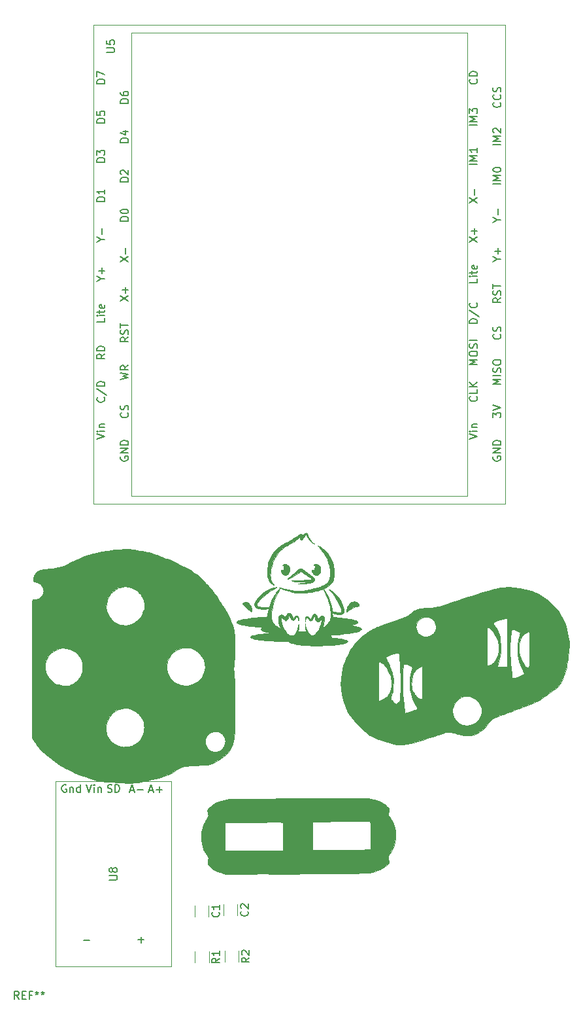
<source format=gbr>
%TF.GenerationSoftware,KiCad,Pcbnew,(5.1.9)-1*%
%TF.CreationDate,2021-03-20T17:22:00+11:00*%
%TF.ProjectId,GBC_motherboard,4742435f-6d6f-4746-9865-72626f617264,rev?*%
%TF.SameCoordinates,Original*%
%TF.FileFunction,Legend,Top*%
%TF.FilePolarity,Positive*%
%FSLAX46Y46*%
G04 Gerber Fmt 4.6, Leading zero omitted, Abs format (unit mm)*
G04 Created by KiCad (PCBNEW (5.1.9)-1) date 2021-03-20 17:22:00*
%MOMM*%
%LPD*%
G01*
G04 APERTURE LIST*
%ADD10C,0.120000*%
%ADD11C,0.010000*%
%ADD12C,0.150000*%
G04 APERTURE END LIST*
D10*
%TO.C,U8*%
X127820000Y-133796000D02*
X127820000Y-157796000D01*
X127820000Y-157796000D02*
X112820000Y-157796000D01*
X112820000Y-157796000D02*
X112820000Y-133796000D01*
X112820000Y-133796000D02*
X127820000Y-133796000D01*
%TO.C,C2*%
X134556000Y-149744748D02*
X134556000Y-151167252D01*
X136376000Y-149744748D02*
X136376000Y-151167252D01*
D11*
%TO.C,U4*%
G36*
X123555158Y-109344592D02*
G01*
X123650138Y-109434609D01*
X123710676Y-109496642D01*
X123722263Y-109512286D01*
X123710035Y-109523473D01*
X123665870Y-109488655D01*
X123578543Y-109398258D01*
X123541619Y-109358179D01*
X123388053Y-109190486D01*
X123555158Y-109344592D01*
G37*
X123555158Y-109344592D02*
X123650138Y-109434609D01*
X123710676Y-109496642D01*
X123722263Y-109512286D01*
X123710035Y-109523473D01*
X123665870Y-109488655D01*
X123578543Y-109398258D01*
X123541619Y-109358179D01*
X123388053Y-109190486D01*
X123555158Y-109344592D01*
G36*
X172210810Y-108717713D02*
G01*
X172954907Y-108815283D01*
X173692627Y-108972715D01*
X174405063Y-109186201D01*
X175073310Y-109451928D01*
X175513298Y-109671715D01*
X176074675Y-110020205D01*
X176627396Y-110439469D01*
X177150985Y-110911632D01*
X177624964Y-111418821D01*
X177882231Y-111739429D01*
X178068483Y-112012503D01*
X178266824Y-112347206D01*
X178464904Y-112719162D01*
X178650370Y-113103993D01*
X178810871Y-113477321D01*
X178934053Y-113814770D01*
X178934505Y-113816171D01*
X179039243Y-114178468D01*
X179136166Y-114582702D01*
X179219131Y-114997974D01*
X179281997Y-115393387D01*
X179318619Y-115738045D01*
X179319653Y-115753425D01*
X179325253Y-116004192D01*
X179316008Y-116324782D01*
X179293791Y-116697168D01*
X179260475Y-117103323D01*
X179217929Y-117525220D01*
X179168028Y-117944831D01*
X179112643Y-118344131D01*
X179053645Y-118705092D01*
X178992906Y-119009687D01*
X178972594Y-119095591D01*
X178915043Y-119297939D01*
X178830102Y-119559619D01*
X178726022Y-119858383D01*
X178611058Y-120171985D01*
X178493461Y-120478177D01*
X178381484Y-120754711D01*
X178283380Y-120979341D01*
X178241517Y-121066412D01*
X178094199Y-121304167D01*
X177889853Y-121541280D01*
X177620139Y-121785870D01*
X177276715Y-122046054D01*
X177132461Y-122145758D01*
X176891141Y-122311214D01*
X176630143Y-122493601D01*
X176380642Y-122670946D01*
X176173812Y-122821279D01*
X176171053Y-122823320D01*
X175925987Y-123002778D01*
X175711440Y-123153611D01*
X175514115Y-123282355D01*
X175320715Y-123395548D01*
X175117942Y-123499725D01*
X174892499Y-123601424D01*
X174631088Y-123707181D01*
X174320413Y-123823532D01*
X173947175Y-123957014D01*
X173659737Y-124057801D01*
X173372343Y-124162300D01*
X173053645Y-124284898D01*
X172742121Y-124410441D01*
X172476248Y-124523772D01*
X172472439Y-124525463D01*
X172268708Y-124610805D01*
X172000008Y-124715597D01*
X171686386Y-124832456D01*
X171347887Y-124953995D01*
X171004559Y-125072828D01*
X170809503Y-125138134D01*
X170410120Y-125271558D01*
X170084695Y-125385708D01*
X169821898Y-125487264D01*
X169610401Y-125582907D01*
X169438873Y-125679318D01*
X169295986Y-125783178D01*
X169170410Y-125901168D01*
X169050815Y-126039968D01*
X168925872Y-126206259D01*
X168873357Y-126279854D01*
X168520557Y-126735182D01*
X168162743Y-127105829D01*
X167791011Y-127396469D01*
X167396457Y-127611773D01*
X166970181Y-127756413D01*
X166503279Y-127835060D01*
X165986849Y-127852387D01*
X165882917Y-127849153D01*
X165640000Y-127837116D01*
X165447982Y-127819700D01*
X165277102Y-127791273D01*
X165097598Y-127746202D01*
X164879710Y-127678856D01*
X164741035Y-127633055D01*
X164492684Y-127552254D01*
X164303029Y-127497578D01*
X164147163Y-127464161D01*
X164000179Y-127447141D01*
X163837172Y-127441652D01*
X163760684Y-127441602D01*
X163635183Y-127443616D01*
X163521573Y-127450446D01*
X163406734Y-127465256D01*
X163277547Y-127491211D01*
X163120893Y-127531476D01*
X162923651Y-127589216D01*
X162672703Y-127667596D01*
X162354930Y-127769780D01*
X162223316Y-127812461D01*
X161889487Y-127922495D01*
X161555406Y-128035611D01*
X161239134Y-128145472D01*
X160958728Y-128245744D01*
X160732247Y-128330092D01*
X160612474Y-128377505D01*
X160054650Y-128584428D01*
X159472813Y-128756738D01*
X158884794Y-128891189D01*
X158308426Y-128984536D01*
X157761539Y-129033533D01*
X157261967Y-129034933D01*
X157076474Y-129021148D01*
X156573460Y-128949048D01*
X156034795Y-128833418D01*
X155480106Y-128680960D01*
X154929019Y-128498376D01*
X154401164Y-128292369D01*
X153916166Y-128069640D01*
X153493655Y-127836891D01*
X153361725Y-127752673D01*
X152978559Y-127469491D01*
X152576006Y-127122494D01*
X152168202Y-126727458D01*
X151769281Y-126300158D01*
X151393375Y-125856368D01*
X151054620Y-125411864D01*
X150767148Y-124982421D01*
X150573494Y-124640662D01*
X150290179Y-123999971D01*
X150063253Y-123306877D01*
X149896530Y-122581196D01*
X149793825Y-121842742D01*
X149758953Y-121111330D01*
X149771551Y-120812468D01*
X154647877Y-120812468D01*
X154647877Y-123428989D01*
X154837263Y-123369951D01*
X154972841Y-123316304D01*
X155145853Y-123232539D01*
X155317924Y-123137319D01*
X155542042Y-122999597D01*
X155704377Y-122885095D01*
X155822134Y-122775611D01*
X155912520Y-122652945D01*
X155992739Y-122498894D01*
X156053513Y-122359159D01*
X156196002Y-121924685D01*
X156282399Y-121452108D01*
X156307510Y-120976744D01*
X156293408Y-120727810D01*
X156258489Y-120424433D01*
X156223454Y-120206155D01*
X156188600Y-120074576D01*
X156164146Y-120034676D01*
X156131063Y-119985116D01*
X156074976Y-119877445D01*
X156012177Y-119744007D01*
X155932161Y-119584618D01*
X155820304Y-119385032D01*
X155695586Y-119178516D01*
X155639928Y-119091581D01*
X155489214Y-118875490D01*
X155348846Y-118711805D01*
X155191962Y-118571662D01*
X155073930Y-118483448D01*
X154924339Y-118377821D01*
X154798746Y-118290738D01*
X154717738Y-118236416D01*
X154703579Y-118227689D01*
X154691481Y-118237207D01*
X154681157Y-118284360D01*
X154672486Y-118374780D01*
X154665348Y-118514097D01*
X154659619Y-118707941D01*
X154655181Y-118961943D01*
X154651910Y-119281733D01*
X154649685Y-119672942D01*
X154648386Y-120141201D01*
X154647891Y-120692140D01*
X154647877Y-120812468D01*
X149771551Y-120812468D01*
X149783219Y-120535688D01*
X149853201Y-119908380D01*
X149952857Y-119341752D01*
X150089294Y-118809960D01*
X150269619Y-118287164D01*
X150493613Y-117764602D01*
X155559732Y-117764602D01*
X155571435Y-117826902D01*
X155621789Y-117945171D01*
X155701790Y-118099801D01*
X155761148Y-118203341D01*
X155945995Y-118542105D01*
X156103405Y-118895507D01*
X156242063Y-119286156D01*
X156370659Y-119736663D01*
X156409562Y-119890886D01*
X156470199Y-120145335D01*
X156510458Y-120343014D01*
X156533663Y-120513372D01*
X156543142Y-120685855D01*
X156542217Y-120889911D01*
X156538324Y-121031203D01*
X156524728Y-121404127D01*
X156508108Y-121706622D01*
X156485429Y-121957694D01*
X156453653Y-122176351D01*
X156409746Y-122381600D01*
X156350669Y-122592449D01*
X156273388Y-122827904D01*
X156232649Y-122944724D01*
X156200458Y-123060248D01*
X156210706Y-123136815D01*
X156250082Y-123196084D01*
X156346486Y-123280233D01*
X156423856Y-123319408D01*
X156502209Y-123376421D01*
X156510491Y-123433821D01*
X156531061Y-123516385D01*
X156598676Y-123620730D01*
X156625291Y-123650810D01*
X156759251Y-123748410D01*
X156900171Y-123783270D01*
X157025397Y-123755385D01*
X157112275Y-123664748D01*
X157118523Y-123650935D01*
X157169285Y-123573850D01*
X157218282Y-123554962D01*
X157274449Y-123532549D01*
X157337108Y-123452142D01*
X157386879Y-123341334D01*
X157397953Y-123299112D01*
X157410355Y-123200723D01*
X157423937Y-123028169D01*
X157438055Y-122796703D01*
X157452062Y-122521576D01*
X157465313Y-122218042D01*
X157477162Y-121901353D01*
X157486964Y-121586763D01*
X157492677Y-121347818D01*
X157730169Y-121347818D01*
X157734094Y-121671270D01*
X157736119Y-121756331D01*
X157747927Y-122138603D01*
X157762332Y-122459780D01*
X157781698Y-122748201D01*
X157808391Y-123032207D01*
X157844778Y-123340140D01*
X157893224Y-123700338D01*
X157905962Y-123791014D01*
X157932696Y-124008883D01*
X157957914Y-124262556D01*
X157976314Y-124498477D01*
X157976816Y-124506507D01*
X157992130Y-124686289D01*
X158012437Y-124833614D01*
X158034107Y-124924140D01*
X158041098Y-124937602D01*
X158107789Y-124956948D01*
X158240374Y-124947463D01*
X158421822Y-124913087D01*
X158635102Y-124857761D01*
X158863185Y-124785427D01*
X158892464Y-124774356D01*
X164202505Y-124774356D01*
X164260335Y-125149857D01*
X164392365Y-125504384D01*
X164591135Y-125827010D01*
X164849185Y-126106810D01*
X165159057Y-126332857D01*
X165513290Y-126494225D01*
X165699106Y-126545996D01*
X165907601Y-126586982D01*
X166074936Y-126601567D01*
X166244850Y-126590559D01*
X166435249Y-126559601D01*
X166810956Y-126447546D01*
X167148651Y-126264073D01*
X167440688Y-126019966D01*
X167679424Y-125726012D01*
X167857212Y-125392994D01*
X167966409Y-125031699D01*
X167999369Y-124652910D01*
X167973982Y-124388805D01*
X167865641Y-124003807D01*
X167686976Y-123658091D01*
X167448159Y-123359086D01*
X167159364Y-123114218D01*
X166830762Y-122930915D01*
X166472527Y-122816604D01*
X166094831Y-122778711D01*
X165804624Y-122804958D01*
X165410096Y-122917244D01*
X165056182Y-123104321D01*
X164751558Y-123357483D01*
X164504898Y-123668024D01*
X164324878Y-124027239D01*
X164226334Y-124388805D01*
X164202505Y-124774356D01*
X158892464Y-124774356D01*
X159089040Y-124700027D01*
X159115567Y-124688926D01*
X159289699Y-124610498D01*
X159442374Y-124533380D01*
X159546237Y-124471604D01*
X159561181Y-124460357D01*
X159627929Y-124393622D01*
X159628753Y-124333194D01*
X159596504Y-124274648D01*
X159270331Y-123693528D01*
X159013961Y-123111687D01*
X158832218Y-122541301D01*
X158749025Y-122136436D01*
X158728673Y-121947070D01*
X158713603Y-121692915D01*
X158704078Y-121398479D01*
X158702507Y-121267400D01*
X158895571Y-121267400D01*
X158908300Y-121610075D01*
X158957543Y-121894409D01*
X159042029Y-122109692D01*
X159072597Y-122157207D01*
X159160517Y-122291708D01*
X159246369Y-122442243D01*
X159255859Y-122460644D01*
X159316545Y-122564388D01*
X159366697Y-122623277D01*
X159378403Y-122628338D01*
X159414629Y-122662825D01*
X159415948Y-122675089D01*
X159444931Y-122735791D01*
X159515678Y-122821739D01*
X159525326Y-122831603D01*
X159611640Y-122905833D01*
X159676756Y-122940939D01*
X159681291Y-122941366D01*
X159723145Y-122977324D01*
X159727877Y-123005333D01*
X159754986Y-123056050D01*
X159843525Y-123089536D01*
X160004318Y-123108812D01*
X160117790Y-123114149D01*
X160307176Y-123120239D01*
X160307176Y-121018479D01*
X160307013Y-120529812D01*
X160306339Y-120123106D01*
X160304878Y-119790888D01*
X160302350Y-119525682D01*
X160298480Y-119320015D01*
X160292989Y-119166410D01*
X160285600Y-119057395D01*
X160276035Y-118985494D01*
X160264018Y-118943232D01*
X160249270Y-118923135D01*
X160231515Y-118917729D01*
X160229193Y-118917712D01*
X160139815Y-118944843D01*
X160039807Y-119006155D01*
X159947086Y-119068046D01*
X159879879Y-119094590D01*
X159879608Y-119094597D01*
X159815729Y-119125660D01*
X159750158Y-119185028D01*
X159676109Y-119251738D01*
X159628133Y-119274464D01*
X159560956Y-119308941D01*
X159464989Y-119397775D01*
X159358015Y-119519069D01*
X159257819Y-119650928D01*
X159182184Y-119771456D01*
X159148895Y-119858757D01*
X159148579Y-119864898D01*
X159131536Y-119932524D01*
X159111671Y-119945239D01*
X159076736Y-119988415D01*
X159038351Y-120112083D01*
X158998317Y-120307453D01*
X158958437Y-120565737D01*
X158920626Y-120877095D01*
X158895571Y-121267400D01*
X158702507Y-121267400D01*
X158700358Y-121088267D01*
X158702705Y-120786786D01*
X158711381Y-120518542D01*
X158726646Y-120308042D01*
X158729271Y-120285016D01*
X158753761Y-120142799D01*
X158797143Y-119946150D01*
X158852257Y-119726164D01*
X158887682Y-119596946D01*
X159018514Y-119136857D01*
X158927224Y-119008201D01*
X158830755Y-118918729D01*
X158678964Y-118828593D01*
X158494038Y-118745564D01*
X158298166Y-118677417D01*
X158113536Y-118631926D01*
X157962337Y-118616863D01*
X157869928Y-118637783D01*
X157848652Y-118694659D01*
X157827693Y-118829557D01*
X157807539Y-119031064D01*
X157788681Y-119287763D01*
X157771609Y-119588242D01*
X157756811Y-119921085D01*
X157744779Y-120274879D01*
X157736001Y-120638209D01*
X157730968Y-120999660D01*
X157730169Y-121347818D01*
X157492677Y-121347818D01*
X157494072Y-121289523D01*
X157497842Y-121024886D01*
X157498273Y-120929042D01*
X157495577Y-120664404D01*
X157487591Y-120347235D01*
X157475079Y-119991041D01*
X157458800Y-119609329D01*
X157439517Y-119215606D01*
X157417992Y-118823379D01*
X157394986Y-118446154D01*
X157371260Y-118097439D01*
X157347577Y-117790740D01*
X157324698Y-117539565D01*
X157303384Y-117357419D01*
X157293404Y-117295679D01*
X157272938Y-117228851D01*
X157232815Y-117189498D01*
X157158646Y-117176831D01*
X157036038Y-117190062D01*
X156850600Y-117228402D01*
X156702448Y-117263310D01*
X156507580Y-117318491D01*
X156293333Y-117392573D01*
X156077614Y-117477698D01*
X155878333Y-117566012D01*
X155713397Y-117649658D01*
X155600717Y-117720779D01*
X155559732Y-117764602D01*
X150493613Y-117764602D01*
X150500936Y-117747520D01*
X150615763Y-117508091D01*
X151022391Y-116781178D01*
X151311316Y-116372622D01*
X168684720Y-116372622D01*
X168684720Y-118881695D01*
X168807263Y-118852417D01*
X168915150Y-118816767D01*
X169063734Y-118755827D01*
X169172468Y-118705847D01*
X169346771Y-118603144D01*
X169525233Y-118469733D01*
X169611082Y-118391913D01*
X169816964Y-118128273D01*
X169983098Y-117799288D01*
X170106711Y-117420988D01*
X170185028Y-117009405D01*
X170215273Y-116580570D01*
X170194673Y-116150514D01*
X170120452Y-115735269D01*
X170089987Y-115624849D01*
X169970275Y-115296207D01*
X169812755Y-114970480D01*
X169627967Y-114662625D01*
X169426447Y-114387602D01*
X169218735Y-114160367D01*
X169015369Y-113995880D01*
X168897817Y-113932688D01*
X168787746Y-113888994D01*
X168717063Y-113865081D01*
X168708432Y-113863549D01*
X168704043Y-113906935D01*
X168699917Y-114031765D01*
X168696130Y-114230046D01*
X168692758Y-114493786D01*
X168689876Y-114814992D01*
X168687559Y-115185671D01*
X168685883Y-115597830D01*
X168684924Y-116043478D01*
X168684720Y-116372622D01*
X151311316Y-116372622D01*
X151497740Y-116109009D01*
X152038252Y-115495519D01*
X152640369Y-114944640D01*
X153300535Y-114460309D01*
X153467936Y-114353965D01*
X153689966Y-114222876D01*
X153923758Y-114097794D01*
X154179592Y-113974462D01*
X154467750Y-113848619D01*
X154619754Y-113787676D01*
X159478403Y-113787676D01*
X159504978Y-114064336D01*
X159611186Y-114375897D01*
X159783490Y-114639039D01*
X160009573Y-114847846D01*
X160277114Y-114996403D01*
X160573795Y-115078793D01*
X160887298Y-115089102D01*
X161205303Y-115021414D01*
X161362461Y-114956318D01*
X161629753Y-114781222D01*
X161833670Y-114556260D01*
X161973705Y-114294955D01*
X162049354Y-114010831D01*
X162060112Y-113717411D01*
X162005473Y-113428218D01*
X161950308Y-113303993D01*
X169495776Y-113303993D01*
X169512448Y-113344623D01*
X169567410Y-113447490D01*
X169652731Y-113598359D01*
X169760480Y-113782996D01*
X169795962Y-113842792D01*
X170000991Y-114202528D01*
X170156208Y-114515017D01*
X170269346Y-114801307D01*
X170348139Y-115082444D01*
X170400321Y-115379475D01*
X170418507Y-115537073D01*
X170467912Y-116308595D01*
X170455841Y-117017477D01*
X170382058Y-117666050D01*
X170246331Y-118256648D01*
X170106168Y-118657022D01*
X169984163Y-118956306D01*
X170125406Y-118974074D01*
X170226277Y-118981805D01*
X170392022Y-118989207D01*
X170598398Y-118995373D01*
X170790246Y-118998998D01*
X171313842Y-119006155D01*
X171313842Y-116809687D01*
X171652832Y-116809687D01*
X171655064Y-117164701D01*
X171667887Y-117507017D01*
X171690287Y-117843479D01*
X171722029Y-118242185D01*
X171747969Y-118563380D01*
X171769266Y-118818713D01*
X171787081Y-119019837D01*
X171802573Y-119178400D01*
X171816902Y-119306056D01*
X171831227Y-119414455D01*
X171846709Y-119515248D01*
X171864507Y-119620085D01*
X171870560Y-119654570D01*
X171878612Y-119741352D01*
X171885338Y-119888008D01*
X171889440Y-120064978D01*
X171889731Y-120090574D01*
X171893141Y-120437141D01*
X172088973Y-120437141D01*
X172235147Y-120423534D01*
X172422235Y-120388056D01*
X172590289Y-120343950D01*
X172793386Y-120274222D01*
X173001051Y-120189790D01*
X173196390Y-120099159D01*
X173362507Y-120010835D01*
X173482505Y-119933324D01*
X173539490Y-119875130D01*
X173541913Y-119864900D01*
X173519843Y-119796625D01*
X173461822Y-119678104D01*
X173380134Y-119534297D01*
X173375269Y-119526265D01*
X173226510Y-119263152D01*
X173091104Y-118989238D01*
X172976033Y-118722001D01*
X172888283Y-118478917D01*
X172834838Y-118277462D01*
X172822090Y-118142097D01*
X172815662Y-118057537D01*
X172785832Y-118043803D01*
X172759256Y-118037804D01*
X172766661Y-118004159D01*
X172771179Y-117917487D01*
X172747174Y-117798418D01*
X172744317Y-117789425D01*
X172698284Y-117588742D01*
X172666975Y-117326156D01*
X172649773Y-117019606D01*
X172646060Y-116687030D01*
X172649121Y-116573187D01*
X172800021Y-116573187D01*
X172826985Y-117046748D01*
X172916628Y-117504858D01*
X173067332Y-117923783D01*
X173098323Y-117988231D01*
X173313097Y-118385932D01*
X173519713Y-118706130D01*
X173716115Y-118946397D01*
X173900248Y-119104310D01*
X174070056Y-119177440D01*
X174110070Y-119182193D01*
X174122689Y-119165447D01*
X174133380Y-119109923D01*
X174142279Y-119009779D01*
X174149520Y-118859167D01*
X174155240Y-118652244D01*
X174159573Y-118383165D01*
X174162653Y-118046084D01*
X174164616Y-117635157D01*
X174165597Y-117144539D01*
X174165772Y-116770239D01*
X174165096Y-116314877D01*
X174163152Y-115887537D01*
X174160068Y-115496365D01*
X174155971Y-115149510D01*
X174150987Y-114855118D01*
X174145244Y-114621336D01*
X174138868Y-114456311D01*
X174131987Y-114368191D01*
X174128119Y-114355450D01*
X174079488Y-114375954D01*
X173973496Y-114439256D01*
X173805957Y-114548040D01*
X173572684Y-114704991D01*
X173412154Y-114814667D01*
X173334934Y-114882298D01*
X173307701Y-114936400D01*
X173307965Y-114937642D01*
X173292082Y-114979898D01*
X173282750Y-114981507D01*
X173232400Y-115021897D01*
X173163414Y-115133406D01*
X173082945Y-115301544D01*
X172998145Y-115511820D01*
X172940602Y-115674641D01*
X172837354Y-116107907D01*
X172800021Y-116573187D01*
X172649121Y-116573187D01*
X172655220Y-116346368D01*
X172676633Y-116015559D01*
X172709683Y-115712542D01*
X172753752Y-115455256D01*
X172808224Y-115261640D01*
X172833277Y-115205098D01*
X172864176Y-115128863D01*
X172909640Y-114997136D01*
X172953512Y-114858814D01*
X173038608Y-114579608D01*
X172892466Y-114467747D01*
X172763868Y-114389214D01*
X172586248Y-114305495D01*
X172388765Y-114227719D01*
X172200578Y-114167016D01*
X172050849Y-114134513D01*
X172012388Y-114131859D01*
X171942976Y-114148521D01*
X171888099Y-114205391D01*
X171844569Y-114312793D01*
X171809196Y-114481051D01*
X171778790Y-114720491D01*
X171756814Y-114959148D01*
X171713182Y-115516706D01*
X171681541Y-116000865D01*
X171661541Y-116426800D01*
X171652832Y-116809687D01*
X171313842Y-116809687D01*
X171313842Y-115853514D01*
X171313542Y-115222935D01*
X171312582Y-114676632D01*
X171310869Y-114209445D01*
X171308313Y-113816214D01*
X171304824Y-113491781D01*
X171300308Y-113230986D01*
X171294677Y-113028669D01*
X171287837Y-112879672D01*
X171279699Y-112778834D01*
X171270171Y-112720997D01*
X171259162Y-112701001D01*
X171258141Y-112700881D01*
X171167597Y-112710989D01*
X171016212Y-112737683D01*
X170829526Y-112775536D01*
X170633079Y-112819123D01*
X170452412Y-112863018D01*
X170314479Y-112901355D01*
X170201188Y-112944302D01*
X170046581Y-113012587D01*
X169874868Y-113094302D01*
X169710261Y-113177540D01*
X169576970Y-113250395D01*
X169499205Y-113300960D01*
X169495776Y-113303993D01*
X161950308Y-113303993D01*
X161884932Y-113156777D01*
X161697985Y-112916611D01*
X161445912Y-112722292D01*
X161148776Y-112592807D01*
X160846894Y-112542143D01*
X160550713Y-112563076D01*
X160270680Y-112648382D01*
X160017243Y-112790838D01*
X159800850Y-112983218D01*
X159631947Y-113218301D01*
X159520982Y-113488861D01*
X159478403Y-113787676D01*
X154619754Y-113787676D01*
X154798511Y-113716007D01*
X155182155Y-113572368D01*
X155628964Y-113413443D01*
X156149218Y-113234974D01*
X156257382Y-113198448D01*
X156626777Y-113072901D01*
X156978734Y-112951250D01*
X157302044Y-112837519D01*
X157585500Y-112735733D01*
X157817893Y-112649916D01*
X157988016Y-112584092D01*
X158084400Y-112542418D01*
X158220592Y-112464843D01*
X158401256Y-112349895D01*
X158600198Y-112214697D01*
X158747527Y-112108920D01*
X159029747Y-111906980D01*
X159278398Y-111747134D01*
X159510685Y-111623885D01*
X159743816Y-111531740D01*
X159994996Y-111465202D01*
X160281434Y-111418776D01*
X160620335Y-111386967D01*
X161028906Y-111364279D01*
X161087000Y-111361757D01*
X161299310Y-111352826D01*
X161482993Y-111344065D01*
X161647075Y-111333282D01*
X161800582Y-111318284D01*
X161952542Y-111296879D01*
X162111979Y-111266875D01*
X162287920Y-111226079D01*
X162489392Y-111172300D01*
X162725421Y-111103345D01*
X163005034Y-111017021D01*
X163337256Y-110911138D01*
X163731113Y-110783501D01*
X164195633Y-110631920D01*
X164495948Y-110533814D01*
X165278527Y-110278418D01*
X165981795Y-110049422D01*
X166611100Y-109845280D01*
X167171790Y-109664444D01*
X167669215Y-109505370D01*
X168108723Y-109366510D01*
X168495663Y-109246318D01*
X168835382Y-109143248D01*
X169133231Y-109055755D01*
X169394558Y-108982290D01*
X169624711Y-108921309D01*
X169829039Y-108871265D01*
X170012891Y-108830612D01*
X170181615Y-108797804D01*
X170340561Y-108771293D01*
X170495076Y-108749535D01*
X170650509Y-108730982D01*
X170779106Y-108717410D01*
X171479241Y-108683819D01*
X172210810Y-108717713D01*
G37*
X172210810Y-108717713D02*
X172954907Y-108815283D01*
X173692627Y-108972715D01*
X174405063Y-109186201D01*
X175073310Y-109451928D01*
X175513298Y-109671715D01*
X176074675Y-110020205D01*
X176627396Y-110439469D01*
X177150985Y-110911632D01*
X177624964Y-111418821D01*
X177882231Y-111739429D01*
X178068483Y-112012503D01*
X178266824Y-112347206D01*
X178464904Y-112719162D01*
X178650370Y-113103993D01*
X178810871Y-113477321D01*
X178934053Y-113814770D01*
X178934505Y-113816171D01*
X179039243Y-114178468D01*
X179136166Y-114582702D01*
X179219131Y-114997974D01*
X179281997Y-115393387D01*
X179318619Y-115738045D01*
X179319653Y-115753425D01*
X179325253Y-116004192D01*
X179316008Y-116324782D01*
X179293791Y-116697168D01*
X179260475Y-117103323D01*
X179217929Y-117525220D01*
X179168028Y-117944831D01*
X179112643Y-118344131D01*
X179053645Y-118705092D01*
X178992906Y-119009687D01*
X178972594Y-119095591D01*
X178915043Y-119297939D01*
X178830102Y-119559619D01*
X178726022Y-119858383D01*
X178611058Y-120171985D01*
X178493461Y-120478177D01*
X178381484Y-120754711D01*
X178283380Y-120979341D01*
X178241517Y-121066412D01*
X178094199Y-121304167D01*
X177889853Y-121541280D01*
X177620139Y-121785870D01*
X177276715Y-122046054D01*
X177132461Y-122145758D01*
X176891141Y-122311214D01*
X176630143Y-122493601D01*
X176380642Y-122670946D01*
X176173812Y-122821279D01*
X176171053Y-122823320D01*
X175925987Y-123002778D01*
X175711440Y-123153611D01*
X175514115Y-123282355D01*
X175320715Y-123395548D01*
X175117942Y-123499725D01*
X174892499Y-123601424D01*
X174631088Y-123707181D01*
X174320413Y-123823532D01*
X173947175Y-123957014D01*
X173659737Y-124057801D01*
X173372343Y-124162300D01*
X173053645Y-124284898D01*
X172742121Y-124410441D01*
X172476248Y-124523772D01*
X172472439Y-124525463D01*
X172268708Y-124610805D01*
X172000008Y-124715597D01*
X171686386Y-124832456D01*
X171347887Y-124953995D01*
X171004559Y-125072828D01*
X170809503Y-125138134D01*
X170410120Y-125271558D01*
X170084695Y-125385708D01*
X169821898Y-125487264D01*
X169610401Y-125582907D01*
X169438873Y-125679318D01*
X169295986Y-125783178D01*
X169170410Y-125901168D01*
X169050815Y-126039968D01*
X168925872Y-126206259D01*
X168873357Y-126279854D01*
X168520557Y-126735182D01*
X168162743Y-127105829D01*
X167791011Y-127396469D01*
X167396457Y-127611773D01*
X166970181Y-127756413D01*
X166503279Y-127835060D01*
X165986849Y-127852387D01*
X165882917Y-127849153D01*
X165640000Y-127837116D01*
X165447982Y-127819700D01*
X165277102Y-127791273D01*
X165097598Y-127746202D01*
X164879710Y-127678856D01*
X164741035Y-127633055D01*
X164492684Y-127552254D01*
X164303029Y-127497578D01*
X164147163Y-127464161D01*
X164000179Y-127447141D01*
X163837172Y-127441652D01*
X163760684Y-127441602D01*
X163635183Y-127443616D01*
X163521573Y-127450446D01*
X163406734Y-127465256D01*
X163277547Y-127491211D01*
X163120893Y-127531476D01*
X162923651Y-127589216D01*
X162672703Y-127667596D01*
X162354930Y-127769780D01*
X162223316Y-127812461D01*
X161889487Y-127922495D01*
X161555406Y-128035611D01*
X161239134Y-128145472D01*
X160958728Y-128245744D01*
X160732247Y-128330092D01*
X160612474Y-128377505D01*
X160054650Y-128584428D01*
X159472813Y-128756738D01*
X158884794Y-128891189D01*
X158308426Y-128984536D01*
X157761539Y-129033533D01*
X157261967Y-129034933D01*
X157076474Y-129021148D01*
X156573460Y-128949048D01*
X156034795Y-128833418D01*
X155480106Y-128680960D01*
X154929019Y-128498376D01*
X154401164Y-128292369D01*
X153916166Y-128069640D01*
X153493655Y-127836891D01*
X153361725Y-127752673D01*
X152978559Y-127469491D01*
X152576006Y-127122494D01*
X152168202Y-126727458D01*
X151769281Y-126300158D01*
X151393375Y-125856368D01*
X151054620Y-125411864D01*
X150767148Y-124982421D01*
X150573494Y-124640662D01*
X150290179Y-123999971D01*
X150063253Y-123306877D01*
X149896530Y-122581196D01*
X149793825Y-121842742D01*
X149758953Y-121111330D01*
X149771551Y-120812468D01*
X154647877Y-120812468D01*
X154647877Y-123428989D01*
X154837263Y-123369951D01*
X154972841Y-123316304D01*
X155145853Y-123232539D01*
X155317924Y-123137319D01*
X155542042Y-122999597D01*
X155704377Y-122885095D01*
X155822134Y-122775611D01*
X155912520Y-122652945D01*
X155992739Y-122498894D01*
X156053513Y-122359159D01*
X156196002Y-121924685D01*
X156282399Y-121452108D01*
X156307510Y-120976744D01*
X156293408Y-120727810D01*
X156258489Y-120424433D01*
X156223454Y-120206155D01*
X156188600Y-120074576D01*
X156164146Y-120034676D01*
X156131063Y-119985116D01*
X156074976Y-119877445D01*
X156012177Y-119744007D01*
X155932161Y-119584618D01*
X155820304Y-119385032D01*
X155695586Y-119178516D01*
X155639928Y-119091581D01*
X155489214Y-118875490D01*
X155348846Y-118711805D01*
X155191962Y-118571662D01*
X155073930Y-118483448D01*
X154924339Y-118377821D01*
X154798746Y-118290738D01*
X154717738Y-118236416D01*
X154703579Y-118227689D01*
X154691481Y-118237207D01*
X154681157Y-118284360D01*
X154672486Y-118374780D01*
X154665348Y-118514097D01*
X154659619Y-118707941D01*
X154655181Y-118961943D01*
X154651910Y-119281733D01*
X154649685Y-119672942D01*
X154648386Y-120141201D01*
X154647891Y-120692140D01*
X154647877Y-120812468D01*
X149771551Y-120812468D01*
X149783219Y-120535688D01*
X149853201Y-119908380D01*
X149952857Y-119341752D01*
X150089294Y-118809960D01*
X150269619Y-118287164D01*
X150493613Y-117764602D01*
X155559732Y-117764602D01*
X155571435Y-117826902D01*
X155621789Y-117945171D01*
X155701790Y-118099801D01*
X155761148Y-118203341D01*
X155945995Y-118542105D01*
X156103405Y-118895507D01*
X156242063Y-119286156D01*
X156370659Y-119736663D01*
X156409562Y-119890886D01*
X156470199Y-120145335D01*
X156510458Y-120343014D01*
X156533663Y-120513372D01*
X156543142Y-120685855D01*
X156542217Y-120889911D01*
X156538324Y-121031203D01*
X156524728Y-121404127D01*
X156508108Y-121706622D01*
X156485429Y-121957694D01*
X156453653Y-122176351D01*
X156409746Y-122381600D01*
X156350669Y-122592449D01*
X156273388Y-122827904D01*
X156232649Y-122944724D01*
X156200458Y-123060248D01*
X156210706Y-123136815D01*
X156250082Y-123196084D01*
X156346486Y-123280233D01*
X156423856Y-123319408D01*
X156502209Y-123376421D01*
X156510491Y-123433821D01*
X156531061Y-123516385D01*
X156598676Y-123620730D01*
X156625291Y-123650810D01*
X156759251Y-123748410D01*
X156900171Y-123783270D01*
X157025397Y-123755385D01*
X157112275Y-123664748D01*
X157118523Y-123650935D01*
X157169285Y-123573850D01*
X157218282Y-123554962D01*
X157274449Y-123532549D01*
X157337108Y-123452142D01*
X157386879Y-123341334D01*
X157397953Y-123299112D01*
X157410355Y-123200723D01*
X157423937Y-123028169D01*
X157438055Y-122796703D01*
X157452062Y-122521576D01*
X157465313Y-122218042D01*
X157477162Y-121901353D01*
X157486964Y-121586763D01*
X157492677Y-121347818D01*
X157730169Y-121347818D01*
X157734094Y-121671270D01*
X157736119Y-121756331D01*
X157747927Y-122138603D01*
X157762332Y-122459780D01*
X157781698Y-122748201D01*
X157808391Y-123032207D01*
X157844778Y-123340140D01*
X157893224Y-123700338D01*
X157905962Y-123791014D01*
X157932696Y-124008883D01*
X157957914Y-124262556D01*
X157976314Y-124498477D01*
X157976816Y-124506507D01*
X157992130Y-124686289D01*
X158012437Y-124833614D01*
X158034107Y-124924140D01*
X158041098Y-124937602D01*
X158107789Y-124956948D01*
X158240374Y-124947463D01*
X158421822Y-124913087D01*
X158635102Y-124857761D01*
X158863185Y-124785427D01*
X158892464Y-124774356D01*
X164202505Y-124774356D01*
X164260335Y-125149857D01*
X164392365Y-125504384D01*
X164591135Y-125827010D01*
X164849185Y-126106810D01*
X165159057Y-126332857D01*
X165513290Y-126494225D01*
X165699106Y-126545996D01*
X165907601Y-126586982D01*
X166074936Y-126601567D01*
X166244850Y-126590559D01*
X166435249Y-126559601D01*
X166810956Y-126447546D01*
X167148651Y-126264073D01*
X167440688Y-126019966D01*
X167679424Y-125726012D01*
X167857212Y-125392994D01*
X167966409Y-125031699D01*
X167999369Y-124652910D01*
X167973982Y-124388805D01*
X167865641Y-124003807D01*
X167686976Y-123658091D01*
X167448159Y-123359086D01*
X167159364Y-123114218D01*
X166830762Y-122930915D01*
X166472527Y-122816604D01*
X166094831Y-122778711D01*
X165804624Y-122804958D01*
X165410096Y-122917244D01*
X165056182Y-123104321D01*
X164751558Y-123357483D01*
X164504898Y-123668024D01*
X164324878Y-124027239D01*
X164226334Y-124388805D01*
X164202505Y-124774356D01*
X158892464Y-124774356D01*
X159089040Y-124700027D01*
X159115567Y-124688926D01*
X159289699Y-124610498D01*
X159442374Y-124533380D01*
X159546237Y-124471604D01*
X159561181Y-124460357D01*
X159627929Y-124393622D01*
X159628753Y-124333194D01*
X159596504Y-124274648D01*
X159270331Y-123693528D01*
X159013961Y-123111687D01*
X158832218Y-122541301D01*
X158749025Y-122136436D01*
X158728673Y-121947070D01*
X158713603Y-121692915D01*
X158704078Y-121398479D01*
X158702507Y-121267400D01*
X158895571Y-121267400D01*
X158908300Y-121610075D01*
X158957543Y-121894409D01*
X159042029Y-122109692D01*
X159072597Y-122157207D01*
X159160517Y-122291708D01*
X159246369Y-122442243D01*
X159255859Y-122460644D01*
X159316545Y-122564388D01*
X159366697Y-122623277D01*
X159378403Y-122628338D01*
X159414629Y-122662825D01*
X159415948Y-122675089D01*
X159444931Y-122735791D01*
X159515678Y-122821739D01*
X159525326Y-122831603D01*
X159611640Y-122905833D01*
X159676756Y-122940939D01*
X159681291Y-122941366D01*
X159723145Y-122977324D01*
X159727877Y-123005333D01*
X159754986Y-123056050D01*
X159843525Y-123089536D01*
X160004318Y-123108812D01*
X160117790Y-123114149D01*
X160307176Y-123120239D01*
X160307176Y-121018479D01*
X160307013Y-120529812D01*
X160306339Y-120123106D01*
X160304878Y-119790888D01*
X160302350Y-119525682D01*
X160298480Y-119320015D01*
X160292989Y-119166410D01*
X160285600Y-119057395D01*
X160276035Y-118985494D01*
X160264018Y-118943232D01*
X160249270Y-118923135D01*
X160231515Y-118917729D01*
X160229193Y-118917712D01*
X160139815Y-118944843D01*
X160039807Y-119006155D01*
X159947086Y-119068046D01*
X159879879Y-119094590D01*
X159879608Y-119094597D01*
X159815729Y-119125660D01*
X159750158Y-119185028D01*
X159676109Y-119251738D01*
X159628133Y-119274464D01*
X159560956Y-119308941D01*
X159464989Y-119397775D01*
X159358015Y-119519069D01*
X159257819Y-119650928D01*
X159182184Y-119771456D01*
X159148895Y-119858757D01*
X159148579Y-119864898D01*
X159131536Y-119932524D01*
X159111671Y-119945239D01*
X159076736Y-119988415D01*
X159038351Y-120112083D01*
X158998317Y-120307453D01*
X158958437Y-120565737D01*
X158920626Y-120877095D01*
X158895571Y-121267400D01*
X158702507Y-121267400D01*
X158700358Y-121088267D01*
X158702705Y-120786786D01*
X158711381Y-120518542D01*
X158726646Y-120308042D01*
X158729271Y-120285016D01*
X158753761Y-120142799D01*
X158797143Y-119946150D01*
X158852257Y-119726164D01*
X158887682Y-119596946D01*
X159018514Y-119136857D01*
X158927224Y-119008201D01*
X158830755Y-118918729D01*
X158678964Y-118828593D01*
X158494038Y-118745564D01*
X158298166Y-118677417D01*
X158113536Y-118631926D01*
X157962337Y-118616863D01*
X157869928Y-118637783D01*
X157848652Y-118694659D01*
X157827693Y-118829557D01*
X157807539Y-119031064D01*
X157788681Y-119287763D01*
X157771609Y-119588242D01*
X157756811Y-119921085D01*
X157744779Y-120274879D01*
X157736001Y-120638209D01*
X157730968Y-120999660D01*
X157730169Y-121347818D01*
X157492677Y-121347818D01*
X157494072Y-121289523D01*
X157497842Y-121024886D01*
X157498273Y-120929042D01*
X157495577Y-120664404D01*
X157487591Y-120347235D01*
X157475079Y-119991041D01*
X157458800Y-119609329D01*
X157439517Y-119215606D01*
X157417992Y-118823379D01*
X157394986Y-118446154D01*
X157371260Y-118097439D01*
X157347577Y-117790740D01*
X157324698Y-117539565D01*
X157303384Y-117357419D01*
X157293404Y-117295679D01*
X157272938Y-117228851D01*
X157232815Y-117189498D01*
X157158646Y-117176831D01*
X157036038Y-117190062D01*
X156850600Y-117228402D01*
X156702448Y-117263310D01*
X156507580Y-117318491D01*
X156293333Y-117392573D01*
X156077614Y-117477698D01*
X155878333Y-117566012D01*
X155713397Y-117649658D01*
X155600717Y-117720779D01*
X155559732Y-117764602D01*
X150493613Y-117764602D01*
X150500936Y-117747520D01*
X150615763Y-117508091D01*
X151022391Y-116781178D01*
X151311316Y-116372622D01*
X168684720Y-116372622D01*
X168684720Y-118881695D01*
X168807263Y-118852417D01*
X168915150Y-118816767D01*
X169063734Y-118755827D01*
X169172468Y-118705847D01*
X169346771Y-118603144D01*
X169525233Y-118469733D01*
X169611082Y-118391913D01*
X169816964Y-118128273D01*
X169983098Y-117799288D01*
X170106711Y-117420988D01*
X170185028Y-117009405D01*
X170215273Y-116580570D01*
X170194673Y-116150514D01*
X170120452Y-115735269D01*
X170089987Y-115624849D01*
X169970275Y-115296207D01*
X169812755Y-114970480D01*
X169627967Y-114662625D01*
X169426447Y-114387602D01*
X169218735Y-114160367D01*
X169015369Y-113995880D01*
X168897817Y-113932688D01*
X168787746Y-113888994D01*
X168717063Y-113865081D01*
X168708432Y-113863549D01*
X168704043Y-113906935D01*
X168699917Y-114031765D01*
X168696130Y-114230046D01*
X168692758Y-114493786D01*
X168689876Y-114814992D01*
X168687559Y-115185671D01*
X168685883Y-115597830D01*
X168684924Y-116043478D01*
X168684720Y-116372622D01*
X151311316Y-116372622D01*
X151497740Y-116109009D01*
X152038252Y-115495519D01*
X152640369Y-114944640D01*
X153300535Y-114460309D01*
X153467936Y-114353965D01*
X153689966Y-114222876D01*
X153923758Y-114097794D01*
X154179592Y-113974462D01*
X154467750Y-113848619D01*
X154619754Y-113787676D01*
X159478403Y-113787676D01*
X159504978Y-114064336D01*
X159611186Y-114375897D01*
X159783490Y-114639039D01*
X160009573Y-114847846D01*
X160277114Y-114996403D01*
X160573795Y-115078793D01*
X160887298Y-115089102D01*
X161205303Y-115021414D01*
X161362461Y-114956318D01*
X161629753Y-114781222D01*
X161833670Y-114556260D01*
X161973705Y-114294955D01*
X162049354Y-114010831D01*
X162060112Y-113717411D01*
X162005473Y-113428218D01*
X161950308Y-113303993D01*
X169495776Y-113303993D01*
X169512448Y-113344623D01*
X169567410Y-113447490D01*
X169652731Y-113598359D01*
X169760480Y-113782996D01*
X169795962Y-113842792D01*
X170000991Y-114202528D01*
X170156208Y-114515017D01*
X170269346Y-114801307D01*
X170348139Y-115082444D01*
X170400321Y-115379475D01*
X170418507Y-115537073D01*
X170467912Y-116308595D01*
X170455841Y-117017477D01*
X170382058Y-117666050D01*
X170246331Y-118256648D01*
X170106168Y-118657022D01*
X169984163Y-118956306D01*
X170125406Y-118974074D01*
X170226277Y-118981805D01*
X170392022Y-118989207D01*
X170598398Y-118995373D01*
X170790246Y-118998998D01*
X171313842Y-119006155D01*
X171313842Y-116809687D01*
X171652832Y-116809687D01*
X171655064Y-117164701D01*
X171667887Y-117507017D01*
X171690287Y-117843479D01*
X171722029Y-118242185D01*
X171747969Y-118563380D01*
X171769266Y-118818713D01*
X171787081Y-119019837D01*
X171802573Y-119178400D01*
X171816902Y-119306056D01*
X171831227Y-119414455D01*
X171846709Y-119515248D01*
X171864507Y-119620085D01*
X171870560Y-119654570D01*
X171878612Y-119741352D01*
X171885338Y-119888008D01*
X171889440Y-120064978D01*
X171889731Y-120090574D01*
X171893141Y-120437141D01*
X172088973Y-120437141D01*
X172235147Y-120423534D01*
X172422235Y-120388056D01*
X172590289Y-120343950D01*
X172793386Y-120274222D01*
X173001051Y-120189790D01*
X173196390Y-120099159D01*
X173362507Y-120010835D01*
X173482505Y-119933324D01*
X173539490Y-119875130D01*
X173541913Y-119864900D01*
X173519843Y-119796625D01*
X173461822Y-119678104D01*
X173380134Y-119534297D01*
X173375269Y-119526265D01*
X173226510Y-119263152D01*
X173091104Y-118989238D01*
X172976033Y-118722001D01*
X172888283Y-118478917D01*
X172834838Y-118277462D01*
X172822090Y-118142097D01*
X172815662Y-118057537D01*
X172785832Y-118043803D01*
X172759256Y-118037804D01*
X172766661Y-118004159D01*
X172771179Y-117917487D01*
X172747174Y-117798418D01*
X172744317Y-117789425D01*
X172698284Y-117588742D01*
X172666975Y-117326156D01*
X172649773Y-117019606D01*
X172646060Y-116687030D01*
X172649121Y-116573187D01*
X172800021Y-116573187D01*
X172826985Y-117046748D01*
X172916628Y-117504858D01*
X173067332Y-117923783D01*
X173098323Y-117988231D01*
X173313097Y-118385932D01*
X173519713Y-118706130D01*
X173716115Y-118946397D01*
X173900248Y-119104310D01*
X174070056Y-119177440D01*
X174110070Y-119182193D01*
X174122689Y-119165447D01*
X174133380Y-119109923D01*
X174142279Y-119009779D01*
X174149520Y-118859167D01*
X174155240Y-118652244D01*
X174159573Y-118383165D01*
X174162653Y-118046084D01*
X174164616Y-117635157D01*
X174165597Y-117144539D01*
X174165772Y-116770239D01*
X174165096Y-116314877D01*
X174163152Y-115887537D01*
X174160068Y-115496365D01*
X174155971Y-115149510D01*
X174150987Y-114855118D01*
X174145244Y-114621336D01*
X174138868Y-114456311D01*
X174131987Y-114368191D01*
X174128119Y-114355450D01*
X174079488Y-114375954D01*
X173973496Y-114439256D01*
X173805957Y-114548040D01*
X173572684Y-114704991D01*
X173412154Y-114814667D01*
X173334934Y-114882298D01*
X173307701Y-114936400D01*
X173307965Y-114937642D01*
X173292082Y-114979898D01*
X173282750Y-114981507D01*
X173232400Y-115021897D01*
X173163414Y-115133406D01*
X173082945Y-115301544D01*
X172998145Y-115511820D01*
X172940602Y-115674641D01*
X172837354Y-116107907D01*
X172800021Y-116573187D01*
X172649121Y-116573187D01*
X172655220Y-116346368D01*
X172676633Y-116015559D01*
X172709683Y-115712542D01*
X172753752Y-115455256D01*
X172808224Y-115261640D01*
X172833277Y-115205098D01*
X172864176Y-115128863D01*
X172909640Y-114997136D01*
X172953512Y-114858814D01*
X173038608Y-114579608D01*
X172892466Y-114467747D01*
X172763868Y-114389214D01*
X172586248Y-114305495D01*
X172388765Y-114227719D01*
X172200578Y-114167016D01*
X172050849Y-114134513D01*
X172012388Y-114131859D01*
X171942976Y-114148521D01*
X171888099Y-114205391D01*
X171844569Y-114312793D01*
X171809196Y-114481051D01*
X171778790Y-114720491D01*
X171756814Y-114959148D01*
X171713182Y-115516706D01*
X171681541Y-116000865D01*
X171661541Y-116426800D01*
X171652832Y-116809687D01*
X171313842Y-116809687D01*
X171313842Y-115853514D01*
X171313542Y-115222935D01*
X171312582Y-114676632D01*
X171310869Y-114209445D01*
X171308313Y-113816214D01*
X171304824Y-113491781D01*
X171300308Y-113230986D01*
X171294677Y-113028669D01*
X171287837Y-112879672D01*
X171279699Y-112778834D01*
X171270171Y-112720997D01*
X171259162Y-112701001D01*
X171258141Y-112700881D01*
X171167597Y-112710989D01*
X171016212Y-112737683D01*
X170829526Y-112775536D01*
X170633079Y-112819123D01*
X170452412Y-112863018D01*
X170314479Y-112901355D01*
X170201188Y-112944302D01*
X170046581Y-113012587D01*
X169874868Y-113094302D01*
X169710261Y-113177540D01*
X169576970Y-113250395D01*
X169499205Y-113300960D01*
X169495776Y-113303993D01*
X161950308Y-113303993D01*
X161884932Y-113156777D01*
X161697985Y-112916611D01*
X161445912Y-112722292D01*
X161148776Y-112592807D01*
X160846894Y-112542143D01*
X160550713Y-112563076D01*
X160270680Y-112648382D01*
X160017243Y-112790838D01*
X159800850Y-112983218D01*
X159631947Y-113218301D01*
X159520982Y-113488861D01*
X159478403Y-113787676D01*
X154619754Y-113787676D01*
X154798511Y-113716007D01*
X155182155Y-113572368D01*
X155628964Y-113413443D01*
X156149218Y-113234974D01*
X156257382Y-113198448D01*
X156626777Y-113072901D01*
X156978734Y-112951250D01*
X157302044Y-112837519D01*
X157585500Y-112735733D01*
X157817893Y-112649916D01*
X157988016Y-112584092D01*
X158084400Y-112542418D01*
X158220592Y-112464843D01*
X158401256Y-112349895D01*
X158600198Y-112214697D01*
X158747527Y-112108920D01*
X159029747Y-111906980D01*
X159278398Y-111747134D01*
X159510685Y-111623885D01*
X159743816Y-111531740D01*
X159994996Y-111465202D01*
X160281434Y-111418776D01*
X160620335Y-111386967D01*
X161028906Y-111364279D01*
X161087000Y-111361757D01*
X161299310Y-111352826D01*
X161482993Y-111344065D01*
X161647075Y-111333282D01*
X161800582Y-111318284D01*
X161952542Y-111296879D01*
X162111979Y-111266875D01*
X162287920Y-111226079D01*
X162489392Y-111172300D01*
X162725421Y-111103345D01*
X163005034Y-111017021D01*
X163337256Y-110911138D01*
X163731113Y-110783501D01*
X164195633Y-110631920D01*
X164495948Y-110533814D01*
X165278527Y-110278418D01*
X165981795Y-110049422D01*
X166611100Y-109845280D01*
X167171790Y-109664444D01*
X167669215Y-109505370D01*
X168108723Y-109366510D01*
X168495663Y-109246318D01*
X168835382Y-109143248D01*
X169133231Y-109055755D01*
X169394558Y-108982290D01*
X169624711Y-108921309D01*
X169829039Y-108871265D01*
X170012891Y-108830612D01*
X170181615Y-108797804D01*
X170340561Y-108771293D01*
X170495076Y-108749535D01*
X170650509Y-108730982D01*
X170779106Y-108717410D01*
X171479241Y-108683819D01*
X172210810Y-108717713D01*
G36*
X122135714Y-103769905D02*
G01*
X122393674Y-103786891D01*
X122671368Y-103817249D01*
X122986844Y-103861522D01*
X123358148Y-103920253D01*
X123595960Y-103959455D01*
X124012468Y-104029501D01*
X124357379Y-104090541D01*
X124647213Y-104146972D01*
X124898491Y-104203189D01*
X125127732Y-104263589D01*
X125351456Y-104332568D01*
X125586183Y-104414522D01*
X125848433Y-104513848D01*
X126154726Y-104634943D01*
X126195421Y-104651224D01*
X126479595Y-104762483D01*
X126775169Y-104873863D01*
X127056325Y-104975924D01*
X127297245Y-105059224D01*
X127417026Y-105097909D01*
X127558087Y-105143382D01*
X127696906Y-105193032D01*
X127843012Y-105251428D01*
X128005936Y-105323142D01*
X128195206Y-105412744D01*
X128420353Y-105524805D01*
X128690905Y-105663894D01*
X129016394Y-105834584D01*
X129406347Y-106041444D01*
X129604369Y-106147001D01*
X130035435Y-106379742D01*
X130396858Y-106581972D01*
X130699589Y-106761358D01*
X130954577Y-106925567D01*
X131172776Y-107082267D01*
X131365134Y-107239123D01*
X131542604Y-107403804D01*
X131716137Y-107583977D01*
X131817315Y-107696352D01*
X131939683Y-107832615D01*
X132105847Y-108014461D01*
X132298136Y-108222712D01*
X132498879Y-108438189D01*
X132604488Y-108550706D01*
X132924629Y-108899004D01*
X133191253Y-109209236D01*
X133419234Y-109500683D01*
X133623448Y-109792622D01*
X133818770Y-110104332D01*
X133869399Y-110190081D01*
X133995314Y-110397678D01*
X134153536Y-110646871D01*
X134324123Y-110906800D01*
X134487134Y-111146603D01*
X134492083Y-111153716D01*
X134875705Y-111754838D01*
X135214081Y-112387102D01*
X135500145Y-113033664D01*
X135726834Y-113677680D01*
X135887082Y-114302306D01*
X135941024Y-114608471D01*
X135962317Y-114813004D01*
X135978715Y-115092252D01*
X135990306Y-115431634D01*
X135997180Y-115816567D01*
X135999426Y-116232471D01*
X135997135Y-116664763D01*
X135990396Y-117098863D01*
X135979297Y-117520188D01*
X135963930Y-117914157D01*
X135944382Y-118266188D01*
X135920745Y-118561700D01*
X135916492Y-118603690D01*
X135887867Y-118885456D01*
X135869611Y-119102945D01*
X135861704Y-119280704D01*
X135864122Y-119443283D01*
X135876844Y-119615229D01*
X135899849Y-119821091D01*
X135915305Y-119945239D01*
X135930366Y-120075968D01*
X135943552Y-120218736D01*
X135955036Y-120380605D01*
X135964989Y-120568635D01*
X135973582Y-120789885D01*
X135980988Y-121051417D01*
X135987378Y-121360290D01*
X135992925Y-121723565D01*
X135997799Y-122148301D01*
X136002174Y-122641560D01*
X136006219Y-123210401D01*
X136009962Y-123835732D01*
X136013712Y-124555488D01*
X136016107Y-125192466D01*
X136016670Y-125753322D01*
X136014924Y-126244711D01*
X136010390Y-126673289D01*
X136002592Y-127045709D01*
X135991052Y-127368628D01*
X135975292Y-127648700D01*
X135954835Y-127892580D01*
X135929203Y-128106924D01*
X135897919Y-128298387D01*
X135860506Y-128473623D01*
X135816485Y-128639288D01*
X135765378Y-128802037D01*
X135706710Y-128968525D01*
X135640002Y-129145407D01*
X135626443Y-129180573D01*
X135483517Y-129510558D01*
X135320928Y-129800090D01*
X135126702Y-130062836D01*
X134888867Y-130312460D01*
X134595448Y-130562627D01*
X134234473Y-130827003D01*
X134108494Y-130912962D01*
X133795182Y-131120367D01*
X133524485Y-131288113D01*
X133280982Y-131420662D01*
X133049254Y-131522477D01*
X132813881Y-131598021D01*
X132559445Y-131651759D01*
X132270525Y-131688153D01*
X131931703Y-131711666D01*
X131527558Y-131726763D01*
X131275421Y-131733015D01*
X130721281Y-131751942D01*
X130245487Y-131782969D01*
X129837911Y-131827396D01*
X129488428Y-131886523D01*
X129186913Y-131961653D01*
X128994983Y-132025955D01*
X128855273Y-132090312D01*
X128670558Y-132191822D01*
X128467889Y-132315002D01*
X128322883Y-132410578D01*
X127763617Y-132750689D01*
X127139446Y-133047808D01*
X126634488Y-133241288D01*
X126401765Y-133314974D01*
X126099081Y-133399376D01*
X125744374Y-133490453D01*
X125355584Y-133584168D01*
X124950652Y-133676481D01*
X124547518Y-133763352D01*
X124164120Y-133840744D01*
X123818398Y-133904617D01*
X123528293Y-133950932D01*
X123419506Y-133965107D01*
X123057283Y-133998213D01*
X122665895Y-134017872D01*
X122272717Y-134023800D01*
X121905129Y-134015720D01*
X121590507Y-133993350D01*
X121516474Y-133984598D01*
X121390404Y-133972602D01*
X121193344Y-133959490D01*
X120943402Y-133946206D01*
X120658687Y-133933690D01*
X120357307Y-133922885D01*
X120291035Y-133920845D01*
X119863051Y-133906730D01*
X119506673Y-133890642D01*
X119204387Y-133869949D01*
X118938677Y-133842021D01*
X118692030Y-133804226D01*
X118446931Y-133753934D01*
X118185866Y-133688512D01*
X117891320Y-133605332D01*
X117589380Y-133515008D01*
X117126514Y-133373599D01*
X116736370Y-133251826D01*
X116405921Y-133144946D01*
X116122139Y-133048215D01*
X115871998Y-132956889D01*
X115642472Y-132866225D01*
X115420534Y-132771480D01*
X115193158Y-132667910D01*
X114965354Y-132559490D01*
X114104160Y-132117826D01*
X113322460Y-131663333D01*
X112623704Y-131198113D01*
X112180860Y-130863270D01*
X111842903Y-130591557D01*
X111563565Y-130362515D01*
X111331032Y-130164016D01*
X111133489Y-129983932D01*
X110959122Y-129810136D01*
X110796116Y-129630498D01*
X110632657Y-129432892D01*
X110456929Y-129205188D01*
X110257118Y-128935260D01*
X110122296Y-128750109D01*
X109729983Y-128209678D01*
X109729983Y-126969220D01*
X119353322Y-126969220D01*
X119361326Y-127303782D01*
X119384738Y-127564086D01*
X119425942Y-127764351D01*
X119487321Y-127918795D01*
X119522324Y-127977383D01*
X119745390Y-128298748D01*
X119934713Y-128546903D01*
X120088266Y-128719320D01*
X120181703Y-128799464D01*
X120304536Y-128888363D01*
X120408664Y-128971265D01*
X120428790Y-128989085D01*
X120572254Y-129087132D01*
X120777113Y-129183011D01*
X121015979Y-129266730D01*
X121261465Y-129328300D01*
X121427351Y-129353347D01*
X121582711Y-129359380D01*
X121796110Y-129355544D01*
X122037165Y-129343171D01*
X122275494Y-129323592D01*
X122385421Y-129311358D01*
X122529226Y-129273619D01*
X122721556Y-129195961D01*
X122938297Y-129090287D01*
X123155337Y-128968503D01*
X123348564Y-128842511D01*
X123376662Y-128822012D01*
X123546204Y-128665310D01*
X132170155Y-128665310D01*
X132210008Y-128993760D01*
X132323109Y-129287831D01*
X132498142Y-129540054D01*
X132723793Y-129742959D01*
X132988745Y-129889078D01*
X133281684Y-129970941D01*
X133591293Y-129981078D01*
X133906257Y-129912021D01*
X134001462Y-129874142D01*
X134289355Y-129702386D01*
X134514768Y-129477575D01*
X134675207Y-129212798D01*
X134768178Y-128921147D01*
X134791185Y-128615711D01*
X134741735Y-128309580D01*
X134617334Y-128015846D01*
X134415486Y-127747598D01*
X134408132Y-127740003D01*
X134152708Y-127534483D01*
X133873696Y-127406426D01*
X133582590Y-127351081D01*
X133290884Y-127363695D01*
X133010073Y-127439515D01*
X132751650Y-127573790D01*
X132527109Y-127761767D01*
X132347945Y-127998694D01*
X132225652Y-128279818D01*
X132171724Y-128600387D01*
X132170155Y-128665310D01*
X123546204Y-128665310D01*
X123599428Y-128616117D01*
X123812499Y-128346286D01*
X124000677Y-128037849D01*
X124148765Y-127716137D01*
X124241563Y-127406481D01*
X124248765Y-127368479D01*
X124272147Y-127148785D01*
X124278129Y-126883775D01*
X124267829Y-126608574D01*
X124242368Y-126358311D01*
X124211470Y-126198269D01*
X124060626Y-125793659D01*
X123836163Y-125423891D01*
X123549304Y-125096415D01*
X123211270Y-124818681D01*
X122833285Y-124598138D01*
X122426568Y-124442237D01*
X122002342Y-124358426D01*
X121571830Y-124354156D01*
X121454241Y-124367857D01*
X121021001Y-124474848D01*
X120619202Y-124665438D01*
X120249391Y-124939331D01*
X120078319Y-125105663D01*
X119782972Y-125465716D01*
X119568724Y-125841478D01*
X119430307Y-126246484D01*
X119362457Y-126694272D01*
X119353322Y-126969220D01*
X109729983Y-126969220D01*
X109729983Y-119307300D01*
X109729953Y-118931301D01*
X111447649Y-118931301D01*
X111464593Y-119307849D01*
X111532312Y-119652582D01*
X111553763Y-119719941D01*
X111715519Y-120108191D01*
X111916106Y-120431650D01*
X112171203Y-120711892D01*
X112425948Y-120920115D01*
X112555149Y-121020513D01*
X112659917Y-121112294D01*
X112706983Y-121162630D01*
X112796433Y-121227036D01*
X112866662Y-121242070D01*
X112959880Y-121254454D01*
X112999109Y-121273177D01*
X113066511Y-121306251D01*
X113106799Y-121315253D01*
X113471076Y-121365582D01*
X113761746Y-121401566D01*
X113992893Y-121424816D01*
X114163842Y-121436290D01*
X114305489Y-121444152D01*
X114403646Y-121452002D01*
X114434413Y-121457206D01*
X114474289Y-121448978D01*
X114573172Y-121418756D01*
X114657220Y-121390850D01*
X115062286Y-121206932D01*
X115429146Y-120949353D01*
X115747128Y-120629512D01*
X116005560Y-120258809D01*
X116193773Y-119848645D01*
X116240690Y-119699288D01*
X116271011Y-119535028D01*
X116291183Y-119310608D01*
X116298790Y-119054969D01*
X116298623Y-119006155D01*
X116293827Y-118835739D01*
X127199873Y-118835739D01*
X127216136Y-119277691D01*
X127310331Y-119711252D01*
X127478303Y-120121143D01*
X127715902Y-120492086D01*
X127886971Y-120686396D01*
X128250882Y-120994008D01*
X128650815Y-121220437D01*
X129083137Y-121364591D01*
X129544215Y-121425382D01*
X130030415Y-121401721D01*
X130188725Y-121376504D01*
X130502411Y-121286010D01*
X130831887Y-121135032D01*
X131147431Y-120939978D01*
X131419320Y-120717259D01*
X131464686Y-120672037D01*
X131759736Y-120306984D01*
X131976686Y-119907715D01*
X132113649Y-119483590D01*
X132168735Y-119043969D01*
X132140057Y-118598212D01*
X132025724Y-118155679D01*
X131990839Y-118064487D01*
X131793791Y-117684155D01*
X131530031Y-117336779D01*
X131214397Y-117036623D01*
X130861724Y-116797953D01*
X130512823Y-116643446D01*
X130226118Y-116572704D01*
X129895435Y-116529639D01*
X129559676Y-116517105D01*
X129257742Y-116537953D01*
X129200245Y-116547206D01*
X128787234Y-116666434D01*
X128399666Y-116863681D01*
X128048158Y-117128776D01*
X127743327Y-117451547D01*
X127495788Y-117821823D01*
X127316158Y-118229433D01*
X127265693Y-118400673D01*
X127199873Y-118835739D01*
X116293827Y-118835739D01*
X116291550Y-118754838D01*
X116272223Y-118559408D01*
X116235753Y-118386620D01*
X116182837Y-118219021D01*
X115987035Y-117788794D01*
X115722205Y-117415067D01*
X115389122Y-117098736D01*
X114989188Y-116841028D01*
X114571828Y-116668429D01*
X114144215Y-116579142D01*
X113715967Y-116569297D01*
X113296706Y-116635021D01*
X112896051Y-116772443D01*
X112523624Y-116977692D01*
X112189044Y-117246896D01*
X111901933Y-117576183D01*
X111671909Y-117961681D01*
X111565063Y-118219021D01*
X111481225Y-118557002D01*
X111447649Y-118931301D01*
X109729953Y-118931301D01*
X109729896Y-118243769D01*
X109729710Y-117266099D01*
X109729541Y-116370716D01*
X109729501Y-115554046D01*
X109729704Y-114812512D01*
X109730263Y-114142541D01*
X109731294Y-113540558D01*
X109732909Y-113002988D01*
X109735222Y-112526257D01*
X109738347Y-112106789D01*
X109742398Y-111741010D01*
X109747489Y-111425345D01*
X109750375Y-111300915D01*
X119361365Y-111300915D01*
X119431186Y-111738370D01*
X119585784Y-112156970D01*
X119824395Y-112551598D01*
X120108954Y-112880657D01*
X120377907Y-113126315D01*
X120633933Y-113308074D01*
X120904058Y-113441983D01*
X121215310Y-113544087D01*
X121235318Y-113549404D01*
X121496503Y-113608239D01*
X121725182Y-113632986D01*
X121962063Y-113625522D01*
X122207176Y-113594178D01*
X122588658Y-113493513D01*
X122961789Y-113318477D01*
X123309168Y-113082063D01*
X123613393Y-112797262D01*
X123857064Y-112477066D01*
X123962056Y-112283987D01*
X124038883Y-112109279D01*
X124102725Y-111946309D01*
X124141033Y-111827363D01*
X124143295Y-111817686D01*
X124173279Y-111719226D01*
X124204195Y-111672873D01*
X124207028Y-111672352D01*
X124257448Y-111631002D01*
X124294307Y-111518434D01*
X124317318Y-111351866D01*
X124326194Y-111148518D01*
X124320649Y-110925611D01*
X124300397Y-110700364D01*
X124265151Y-110489996D01*
X124228969Y-110353162D01*
X124161943Y-110173553D01*
X124088153Y-110020364D01*
X124017590Y-109910635D01*
X123960245Y-109861407D01*
X123941775Y-109863304D01*
X123921364Y-109851651D01*
X123930873Y-109811529D01*
X123938265Y-109759131D01*
X123908592Y-109766810D01*
X123875030Y-109768583D01*
X123882858Y-109731122D01*
X123865705Y-109672507D01*
X123801904Y-109573501D01*
X123709134Y-109454716D01*
X123605076Y-109336765D01*
X123507409Y-109240256D01*
X123433814Y-109185803D01*
X123410928Y-109180950D01*
X123359138Y-109160030D01*
X123271434Y-109096176D01*
X123240445Y-109069712D01*
X122955096Y-108872463D01*
X122614647Y-108728119D01*
X122237515Y-108639032D01*
X121842118Y-108607554D01*
X121446874Y-108636034D01*
X121070201Y-108726825D01*
X120940574Y-108776111D01*
X120566855Y-108973571D01*
X120224058Y-109230892D01*
X119930280Y-109531710D01*
X119703619Y-109859662D01*
X119668192Y-109926554D01*
X119479105Y-110389892D01*
X119377084Y-110849717D01*
X119361365Y-111300915D01*
X109750375Y-111300915D01*
X109753733Y-111156219D01*
X109761244Y-110930058D01*
X109770136Y-110743286D01*
X109780523Y-110592330D01*
X109792518Y-110473613D01*
X109806235Y-110383563D01*
X109821788Y-110318603D01*
X109839291Y-110275159D01*
X109858858Y-110249657D01*
X109880602Y-110238521D01*
X109904637Y-110238176D01*
X109931077Y-110245049D01*
X109960035Y-110255564D01*
X109991627Y-110266147D01*
X110017552Y-110272049D01*
X110258150Y-110268893D01*
X110505430Y-110192599D01*
X110740925Y-110055829D01*
X110946166Y-109871246D01*
X111102685Y-109651514D01*
X111174876Y-109478531D01*
X111224111Y-109291290D01*
X111240495Y-109145592D01*
X111224028Y-108999841D01*
X111174876Y-108813003D01*
X111055970Y-108559545D01*
X110868523Y-108338306D01*
X110631199Y-108163040D01*
X110362658Y-108047504D01*
X110081565Y-108005453D01*
X110079235Y-108005450D01*
X109982077Y-107978750D01*
X109926447Y-107893025D01*
X109909429Y-107739840D01*
X109922833Y-107552922D01*
X110002529Y-107245725D01*
X110160313Y-106966337D01*
X110386386Y-106727712D01*
X110670952Y-106542801D01*
X110696130Y-106530632D01*
X110836675Y-106470953D01*
X110985151Y-106424022D01*
X111158244Y-106386844D01*
X111372642Y-106356425D01*
X111645031Y-106329773D01*
X111940111Y-106307463D01*
X112402872Y-106268136D01*
X112809123Y-106215309D01*
X113179226Y-106143060D01*
X113533547Y-106045467D01*
X113892448Y-105916607D01*
X114276295Y-105750558D01*
X114705451Y-105541400D01*
X114876825Y-105453442D01*
X115466269Y-105159387D01*
X116017042Y-104911286D01*
X116556485Y-104698911D01*
X117111939Y-104512036D01*
X117710746Y-104340434D01*
X118152088Y-104228359D01*
X118442763Y-104160312D01*
X118718652Y-104102256D01*
X118996836Y-104051570D01*
X119294396Y-104005633D01*
X119628413Y-103961825D01*
X120015967Y-103917523D01*
X120474138Y-103870108D01*
X120510260Y-103866509D01*
X120940264Y-103824795D01*
X121299763Y-103793734D01*
X121606807Y-103773869D01*
X121879441Y-103765745D01*
X122135714Y-103769905D01*
G37*
X122135714Y-103769905D02*
X122393674Y-103786891D01*
X122671368Y-103817249D01*
X122986844Y-103861522D01*
X123358148Y-103920253D01*
X123595960Y-103959455D01*
X124012468Y-104029501D01*
X124357379Y-104090541D01*
X124647213Y-104146972D01*
X124898491Y-104203189D01*
X125127732Y-104263589D01*
X125351456Y-104332568D01*
X125586183Y-104414522D01*
X125848433Y-104513848D01*
X126154726Y-104634943D01*
X126195421Y-104651224D01*
X126479595Y-104762483D01*
X126775169Y-104873863D01*
X127056325Y-104975924D01*
X127297245Y-105059224D01*
X127417026Y-105097909D01*
X127558087Y-105143382D01*
X127696906Y-105193032D01*
X127843012Y-105251428D01*
X128005936Y-105323142D01*
X128195206Y-105412744D01*
X128420353Y-105524805D01*
X128690905Y-105663894D01*
X129016394Y-105834584D01*
X129406347Y-106041444D01*
X129604369Y-106147001D01*
X130035435Y-106379742D01*
X130396858Y-106581972D01*
X130699589Y-106761358D01*
X130954577Y-106925567D01*
X131172776Y-107082267D01*
X131365134Y-107239123D01*
X131542604Y-107403804D01*
X131716137Y-107583977D01*
X131817315Y-107696352D01*
X131939683Y-107832615D01*
X132105847Y-108014461D01*
X132298136Y-108222712D01*
X132498879Y-108438189D01*
X132604488Y-108550706D01*
X132924629Y-108899004D01*
X133191253Y-109209236D01*
X133419234Y-109500683D01*
X133623448Y-109792622D01*
X133818770Y-110104332D01*
X133869399Y-110190081D01*
X133995314Y-110397678D01*
X134153536Y-110646871D01*
X134324123Y-110906800D01*
X134487134Y-111146603D01*
X134492083Y-111153716D01*
X134875705Y-111754838D01*
X135214081Y-112387102D01*
X135500145Y-113033664D01*
X135726834Y-113677680D01*
X135887082Y-114302306D01*
X135941024Y-114608471D01*
X135962317Y-114813004D01*
X135978715Y-115092252D01*
X135990306Y-115431634D01*
X135997180Y-115816567D01*
X135999426Y-116232471D01*
X135997135Y-116664763D01*
X135990396Y-117098863D01*
X135979297Y-117520188D01*
X135963930Y-117914157D01*
X135944382Y-118266188D01*
X135920745Y-118561700D01*
X135916492Y-118603690D01*
X135887867Y-118885456D01*
X135869611Y-119102945D01*
X135861704Y-119280704D01*
X135864122Y-119443283D01*
X135876844Y-119615229D01*
X135899849Y-119821091D01*
X135915305Y-119945239D01*
X135930366Y-120075968D01*
X135943552Y-120218736D01*
X135955036Y-120380605D01*
X135964989Y-120568635D01*
X135973582Y-120789885D01*
X135980988Y-121051417D01*
X135987378Y-121360290D01*
X135992925Y-121723565D01*
X135997799Y-122148301D01*
X136002174Y-122641560D01*
X136006219Y-123210401D01*
X136009962Y-123835732D01*
X136013712Y-124555488D01*
X136016107Y-125192466D01*
X136016670Y-125753322D01*
X136014924Y-126244711D01*
X136010390Y-126673289D01*
X136002592Y-127045709D01*
X135991052Y-127368628D01*
X135975292Y-127648700D01*
X135954835Y-127892580D01*
X135929203Y-128106924D01*
X135897919Y-128298387D01*
X135860506Y-128473623D01*
X135816485Y-128639288D01*
X135765378Y-128802037D01*
X135706710Y-128968525D01*
X135640002Y-129145407D01*
X135626443Y-129180573D01*
X135483517Y-129510558D01*
X135320928Y-129800090D01*
X135126702Y-130062836D01*
X134888867Y-130312460D01*
X134595448Y-130562627D01*
X134234473Y-130827003D01*
X134108494Y-130912962D01*
X133795182Y-131120367D01*
X133524485Y-131288113D01*
X133280982Y-131420662D01*
X133049254Y-131522477D01*
X132813881Y-131598021D01*
X132559445Y-131651759D01*
X132270525Y-131688153D01*
X131931703Y-131711666D01*
X131527558Y-131726763D01*
X131275421Y-131733015D01*
X130721281Y-131751942D01*
X130245487Y-131782969D01*
X129837911Y-131827396D01*
X129488428Y-131886523D01*
X129186913Y-131961653D01*
X128994983Y-132025955D01*
X128855273Y-132090312D01*
X128670558Y-132191822D01*
X128467889Y-132315002D01*
X128322883Y-132410578D01*
X127763617Y-132750689D01*
X127139446Y-133047808D01*
X126634488Y-133241288D01*
X126401765Y-133314974D01*
X126099081Y-133399376D01*
X125744374Y-133490453D01*
X125355584Y-133584168D01*
X124950652Y-133676481D01*
X124547518Y-133763352D01*
X124164120Y-133840744D01*
X123818398Y-133904617D01*
X123528293Y-133950932D01*
X123419506Y-133965107D01*
X123057283Y-133998213D01*
X122665895Y-134017872D01*
X122272717Y-134023800D01*
X121905129Y-134015720D01*
X121590507Y-133993350D01*
X121516474Y-133984598D01*
X121390404Y-133972602D01*
X121193344Y-133959490D01*
X120943402Y-133946206D01*
X120658687Y-133933690D01*
X120357307Y-133922885D01*
X120291035Y-133920845D01*
X119863051Y-133906730D01*
X119506673Y-133890642D01*
X119204387Y-133869949D01*
X118938677Y-133842021D01*
X118692030Y-133804226D01*
X118446931Y-133753934D01*
X118185866Y-133688512D01*
X117891320Y-133605332D01*
X117589380Y-133515008D01*
X117126514Y-133373599D01*
X116736370Y-133251826D01*
X116405921Y-133144946D01*
X116122139Y-133048215D01*
X115871998Y-132956889D01*
X115642472Y-132866225D01*
X115420534Y-132771480D01*
X115193158Y-132667910D01*
X114965354Y-132559490D01*
X114104160Y-132117826D01*
X113322460Y-131663333D01*
X112623704Y-131198113D01*
X112180860Y-130863270D01*
X111842903Y-130591557D01*
X111563565Y-130362515D01*
X111331032Y-130164016D01*
X111133489Y-129983932D01*
X110959122Y-129810136D01*
X110796116Y-129630498D01*
X110632657Y-129432892D01*
X110456929Y-129205188D01*
X110257118Y-128935260D01*
X110122296Y-128750109D01*
X109729983Y-128209678D01*
X109729983Y-126969220D01*
X119353322Y-126969220D01*
X119361326Y-127303782D01*
X119384738Y-127564086D01*
X119425942Y-127764351D01*
X119487321Y-127918795D01*
X119522324Y-127977383D01*
X119745390Y-128298748D01*
X119934713Y-128546903D01*
X120088266Y-128719320D01*
X120181703Y-128799464D01*
X120304536Y-128888363D01*
X120408664Y-128971265D01*
X120428790Y-128989085D01*
X120572254Y-129087132D01*
X120777113Y-129183011D01*
X121015979Y-129266730D01*
X121261465Y-129328300D01*
X121427351Y-129353347D01*
X121582711Y-129359380D01*
X121796110Y-129355544D01*
X122037165Y-129343171D01*
X122275494Y-129323592D01*
X122385421Y-129311358D01*
X122529226Y-129273619D01*
X122721556Y-129195961D01*
X122938297Y-129090287D01*
X123155337Y-128968503D01*
X123348564Y-128842511D01*
X123376662Y-128822012D01*
X123546204Y-128665310D01*
X132170155Y-128665310D01*
X132210008Y-128993760D01*
X132323109Y-129287831D01*
X132498142Y-129540054D01*
X132723793Y-129742959D01*
X132988745Y-129889078D01*
X133281684Y-129970941D01*
X133591293Y-129981078D01*
X133906257Y-129912021D01*
X134001462Y-129874142D01*
X134289355Y-129702386D01*
X134514768Y-129477575D01*
X134675207Y-129212798D01*
X134768178Y-128921147D01*
X134791185Y-128615711D01*
X134741735Y-128309580D01*
X134617334Y-128015846D01*
X134415486Y-127747598D01*
X134408132Y-127740003D01*
X134152708Y-127534483D01*
X133873696Y-127406426D01*
X133582590Y-127351081D01*
X133290884Y-127363695D01*
X133010073Y-127439515D01*
X132751650Y-127573790D01*
X132527109Y-127761767D01*
X132347945Y-127998694D01*
X132225652Y-128279818D01*
X132171724Y-128600387D01*
X132170155Y-128665310D01*
X123546204Y-128665310D01*
X123599428Y-128616117D01*
X123812499Y-128346286D01*
X124000677Y-128037849D01*
X124148765Y-127716137D01*
X124241563Y-127406481D01*
X124248765Y-127368479D01*
X124272147Y-127148785D01*
X124278129Y-126883775D01*
X124267829Y-126608574D01*
X124242368Y-126358311D01*
X124211470Y-126198269D01*
X124060626Y-125793659D01*
X123836163Y-125423891D01*
X123549304Y-125096415D01*
X123211270Y-124818681D01*
X122833285Y-124598138D01*
X122426568Y-124442237D01*
X122002342Y-124358426D01*
X121571830Y-124354156D01*
X121454241Y-124367857D01*
X121021001Y-124474848D01*
X120619202Y-124665438D01*
X120249391Y-124939331D01*
X120078319Y-125105663D01*
X119782972Y-125465716D01*
X119568724Y-125841478D01*
X119430307Y-126246484D01*
X119362457Y-126694272D01*
X119353322Y-126969220D01*
X109729983Y-126969220D01*
X109729983Y-119307300D01*
X109729953Y-118931301D01*
X111447649Y-118931301D01*
X111464593Y-119307849D01*
X111532312Y-119652582D01*
X111553763Y-119719941D01*
X111715519Y-120108191D01*
X111916106Y-120431650D01*
X112171203Y-120711892D01*
X112425948Y-120920115D01*
X112555149Y-121020513D01*
X112659917Y-121112294D01*
X112706983Y-121162630D01*
X112796433Y-121227036D01*
X112866662Y-121242070D01*
X112959880Y-121254454D01*
X112999109Y-121273177D01*
X113066511Y-121306251D01*
X113106799Y-121315253D01*
X113471076Y-121365582D01*
X113761746Y-121401566D01*
X113992893Y-121424816D01*
X114163842Y-121436290D01*
X114305489Y-121444152D01*
X114403646Y-121452002D01*
X114434413Y-121457206D01*
X114474289Y-121448978D01*
X114573172Y-121418756D01*
X114657220Y-121390850D01*
X115062286Y-121206932D01*
X115429146Y-120949353D01*
X115747128Y-120629512D01*
X116005560Y-120258809D01*
X116193773Y-119848645D01*
X116240690Y-119699288D01*
X116271011Y-119535028D01*
X116291183Y-119310608D01*
X116298790Y-119054969D01*
X116298623Y-119006155D01*
X116293827Y-118835739D01*
X127199873Y-118835739D01*
X127216136Y-119277691D01*
X127310331Y-119711252D01*
X127478303Y-120121143D01*
X127715902Y-120492086D01*
X127886971Y-120686396D01*
X128250882Y-120994008D01*
X128650815Y-121220437D01*
X129083137Y-121364591D01*
X129544215Y-121425382D01*
X130030415Y-121401721D01*
X130188725Y-121376504D01*
X130502411Y-121286010D01*
X130831887Y-121135032D01*
X131147431Y-120939978D01*
X131419320Y-120717259D01*
X131464686Y-120672037D01*
X131759736Y-120306984D01*
X131976686Y-119907715D01*
X132113649Y-119483590D01*
X132168735Y-119043969D01*
X132140057Y-118598212D01*
X132025724Y-118155679D01*
X131990839Y-118064487D01*
X131793791Y-117684155D01*
X131530031Y-117336779D01*
X131214397Y-117036623D01*
X130861724Y-116797953D01*
X130512823Y-116643446D01*
X130226118Y-116572704D01*
X129895435Y-116529639D01*
X129559676Y-116517105D01*
X129257742Y-116537953D01*
X129200245Y-116547206D01*
X128787234Y-116666434D01*
X128399666Y-116863681D01*
X128048158Y-117128776D01*
X127743327Y-117451547D01*
X127495788Y-117821823D01*
X127316158Y-118229433D01*
X127265693Y-118400673D01*
X127199873Y-118835739D01*
X116293827Y-118835739D01*
X116291550Y-118754838D01*
X116272223Y-118559408D01*
X116235753Y-118386620D01*
X116182837Y-118219021D01*
X115987035Y-117788794D01*
X115722205Y-117415067D01*
X115389122Y-117098736D01*
X114989188Y-116841028D01*
X114571828Y-116668429D01*
X114144215Y-116579142D01*
X113715967Y-116569297D01*
X113296706Y-116635021D01*
X112896051Y-116772443D01*
X112523624Y-116977692D01*
X112189044Y-117246896D01*
X111901933Y-117576183D01*
X111671909Y-117961681D01*
X111565063Y-118219021D01*
X111481225Y-118557002D01*
X111447649Y-118931301D01*
X109729953Y-118931301D01*
X109729896Y-118243769D01*
X109729710Y-117266099D01*
X109729541Y-116370716D01*
X109729501Y-115554046D01*
X109729704Y-114812512D01*
X109730263Y-114142541D01*
X109731294Y-113540558D01*
X109732909Y-113002988D01*
X109735222Y-112526257D01*
X109738347Y-112106789D01*
X109742398Y-111741010D01*
X109747489Y-111425345D01*
X109750375Y-111300915D01*
X119361365Y-111300915D01*
X119431186Y-111738370D01*
X119585784Y-112156970D01*
X119824395Y-112551598D01*
X120108954Y-112880657D01*
X120377907Y-113126315D01*
X120633933Y-113308074D01*
X120904058Y-113441983D01*
X121215310Y-113544087D01*
X121235318Y-113549404D01*
X121496503Y-113608239D01*
X121725182Y-113632986D01*
X121962063Y-113625522D01*
X122207176Y-113594178D01*
X122588658Y-113493513D01*
X122961789Y-113318477D01*
X123309168Y-113082063D01*
X123613393Y-112797262D01*
X123857064Y-112477066D01*
X123962056Y-112283987D01*
X124038883Y-112109279D01*
X124102725Y-111946309D01*
X124141033Y-111827363D01*
X124143295Y-111817686D01*
X124173279Y-111719226D01*
X124204195Y-111672873D01*
X124207028Y-111672352D01*
X124257448Y-111631002D01*
X124294307Y-111518434D01*
X124317318Y-111351866D01*
X124326194Y-111148518D01*
X124320649Y-110925611D01*
X124300397Y-110700364D01*
X124265151Y-110489996D01*
X124228969Y-110353162D01*
X124161943Y-110173553D01*
X124088153Y-110020364D01*
X124017590Y-109910635D01*
X123960245Y-109861407D01*
X123941775Y-109863304D01*
X123921364Y-109851651D01*
X123930873Y-109811529D01*
X123938265Y-109759131D01*
X123908592Y-109766810D01*
X123875030Y-109768583D01*
X123882858Y-109731122D01*
X123865705Y-109672507D01*
X123801904Y-109573501D01*
X123709134Y-109454716D01*
X123605076Y-109336765D01*
X123507409Y-109240256D01*
X123433814Y-109185803D01*
X123410928Y-109180950D01*
X123359138Y-109160030D01*
X123271434Y-109096176D01*
X123240445Y-109069712D01*
X122955096Y-108872463D01*
X122614647Y-108728119D01*
X122237515Y-108639032D01*
X121842118Y-108607554D01*
X121446874Y-108636034D01*
X121070201Y-108726825D01*
X120940574Y-108776111D01*
X120566855Y-108973571D01*
X120224058Y-109230892D01*
X119930280Y-109531710D01*
X119703619Y-109859662D01*
X119668192Y-109926554D01*
X119479105Y-110389892D01*
X119377084Y-110849717D01*
X119361365Y-111300915D01*
X109750375Y-111300915D01*
X109753733Y-111156219D01*
X109761244Y-110930058D01*
X109770136Y-110743286D01*
X109780523Y-110592330D01*
X109792518Y-110473613D01*
X109806235Y-110383563D01*
X109821788Y-110318603D01*
X109839291Y-110275159D01*
X109858858Y-110249657D01*
X109880602Y-110238521D01*
X109904637Y-110238176D01*
X109931077Y-110245049D01*
X109960035Y-110255564D01*
X109991627Y-110266147D01*
X110017552Y-110272049D01*
X110258150Y-110268893D01*
X110505430Y-110192599D01*
X110740925Y-110055829D01*
X110946166Y-109871246D01*
X111102685Y-109651514D01*
X111174876Y-109478531D01*
X111224111Y-109291290D01*
X111240495Y-109145592D01*
X111224028Y-108999841D01*
X111174876Y-108813003D01*
X111055970Y-108559545D01*
X110868523Y-108338306D01*
X110631199Y-108163040D01*
X110362658Y-108047504D01*
X110081565Y-108005453D01*
X110079235Y-108005450D01*
X109982077Y-107978750D01*
X109926447Y-107893025D01*
X109909429Y-107739840D01*
X109922833Y-107552922D01*
X110002529Y-107245725D01*
X110160313Y-106966337D01*
X110386386Y-106727712D01*
X110670952Y-106542801D01*
X110696130Y-106530632D01*
X110836675Y-106470953D01*
X110985151Y-106424022D01*
X111158244Y-106386844D01*
X111372642Y-106356425D01*
X111645031Y-106329773D01*
X111940111Y-106307463D01*
X112402872Y-106268136D01*
X112809123Y-106215309D01*
X113179226Y-106143060D01*
X113533547Y-106045467D01*
X113892448Y-105916607D01*
X114276295Y-105750558D01*
X114705451Y-105541400D01*
X114876825Y-105453442D01*
X115466269Y-105159387D01*
X116017042Y-104911286D01*
X116556485Y-104698911D01*
X117111939Y-104512036D01*
X117710746Y-104340434D01*
X118152088Y-104228359D01*
X118442763Y-104160312D01*
X118718652Y-104102256D01*
X118996836Y-104051570D01*
X119294396Y-104005633D01*
X119628413Y-103961825D01*
X120015967Y-103917523D01*
X120474138Y-103870108D01*
X120510260Y-103866509D01*
X120940264Y-103824795D01*
X121299763Y-103793734D01*
X121606807Y-103773869D01*
X121879441Y-103765745D01*
X122135714Y-103769905D01*
G36*
X152003203Y-135993120D02*
G01*
X152253219Y-135994028D01*
X152467878Y-135995515D01*
X152650539Y-135997586D01*
X152804562Y-136000245D01*
X152933309Y-136003494D01*
X153040138Y-136007339D01*
X153128411Y-136011784D01*
X153201487Y-136016832D01*
X153262728Y-136022487D01*
X153315492Y-136028754D01*
X153363140Y-136035637D01*
X153409033Y-136043139D01*
X153456530Y-136051266D01*
X153508992Y-136060019D01*
X153511562Y-136060434D01*
X154105811Y-136187360D01*
X154649049Y-136366882D01*
X155132837Y-136595422D01*
X155548733Y-136869402D01*
X155683042Y-136980976D01*
X155864992Y-137182041D01*
X155959112Y-137384198D01*
X155964863Y-137586060D01*
X155945966Y-137656192D01*
X155898823Y-137834314D01*
X155894472Y-137997256D01*
X155937831Y-138165633D01*
X156033819Y-138360062D01*
X156162664Y-138564502D01*
X156457570Y-139071902D01*
X156667035Y-139588900D01*
X156794707Y-140127484D01*
X156844235Y-140699641D01*
X156845135Y-140806331D01*
X156823790Y-141280778D01*
X156757918Y-141711538D01*
X156640795Y-142120250D01*
X156465693Y-142528551D01*
X156225887Y-142958081D01*
X156128028Y-143113406D01*
X155994503Y-143327531D01*
X155909055Y-143490321D01*
X155866591Y-143622215D01*
X155862017Y-143743654D01*
X155890239Y-143875078D01*
X155917552Y-143958046D01*
X155960064Y-144140992D01*
X155945738Y-144305435D01*
X155868314Y-144462232D01*
X155721533Y-144622239D01*
X155499139Y-144796314D01*
X155392343Y-144869178D01*
X155204069Y-144990140D01*
X155014109Y-145105705D01*
X154853674Y-145197103D01*
X154803842Y-145223148D01*
X154507924Y-145350529D01*
X154157989Y-145468692D01*
X153789141Y-145567642D01*
X153436483Y-145637380D01*
X153275909Y-145658301D01*
X153158512Y-145666004D01*
X152958015Y-145674047D01*
X152680442Y-145682355D01*
X152331816Y-145690855D01*
X151918160Y-145699470D01*
X151445495Y-145708127D01*
X150919846Y-145716751D01*
X150347235Y-145725266D01*
X149733685Y-145733598D01*
X149085218Y-145741673D01*
X148407858Y-145749414D01*
X147707628Y-145756749D01*
X146990549Y-145763601D01*
X146262646Y-145769896D01*
X145529940Y-145775559D01*
X144798455Y-145780515D01*
X144074214Y-145784691D01*
X143363239Y-145788010D01*
X142671554Y-145790398D01*
X142629583Y-145790513D01*
X141984392Y-145791540D01*
X141425142Y-145790860D01*
X140948668Y-145788425D01*
X140551803Y-145784187D01*
X140231383Y-145778100D01*
X139984240Y-145770115D01*
X139807209Y-145760184D01*
X139697125Y-145748259D01*
X139685222Y-145746106D01*
X139501172Y-145718800D01*
X139359471Y-145723625D01*
X139248604Y-145751077D01*
X139164193Y-145764106D01*
X139001971Y-145776104D01*
X138773246Y-145786969D01*
X138489325Y-145796603D01*
X138161516Y-145804906D01*
X137801124Y-145811777D01*
X137419459Y-145817117D01*
X137027826Y-145820827D01*
X136637534Y-145822805D01*
X136259890Y-145822954D01*
X135906200Y-145821171D01*
X135587773Y-145817359D01*
X135315915Y-145811416D01*
X135101934Y-145803244D01*
X134957137Y-145792742D01*
X134929456Y-145789209D01*
X134547229Y-145712400D01*
X134164412Y-145600259D01*
X133793630Y-145459399D01*
X133447507Y-145296436D01*
X133138667Y-145117984D01*
X132879734Y-144930657D01*
X132683333Y-144741068D01*
X132562088Y-144555834D01*
X132558237Y-144546834D01*
X132525963Y-144453572D01*
X132517451Y-144364171D01*
X132533619Y-144248264D01*
X132572119Y-144088101D01*
X132650588Y-143784493D01*
X132501339Y-143547524D01*
X132334848Y-143280661D01*
X132208261Y-143070479D01*
X132111983Y-142899290D01*
X132036418Y-142749401D01*
X131971970Y-142603123D01*
X131925365Y-142485684D01*
X131753098Y-141923465D01*
X131667339Y-141355806D01*
X131667293Y-140774166D01*
X131723633Y-140320145D01*
X131823888Y-139880631D01*
X131973812Y-139444812D01*
X132112761Y-139141251D01*
X134773491Y-139141251D01*
X134773491Y-142807417D01*
X136589369Y-142780702D01*
X137068057Y-142774421D01*
X137611144Y-142768598D01*
X138193905Y-142763414D01*
X138791618Y-142759055D01*
X139379557Y-142755703D01*
X139933000Y-142753541D01*
X140351628Y-142752781D01*
X142298010Y-142751577D01*
X142280837Y-142539165D01*
X142275682Y-142431758D01*
X142271362Y-142255510D01*
X142267870Y-142022519D01*
X142265200Y-141744881D01*
X142263344Y-141434693D01*
X142262298Y-141104052D01*
X142262052Y-140765055D01*
X142262602Y-140429798D01*
X142263940Y-140110377D01*
X142266060Y-139818890D01*
X142268954Y-139567434D01*
X142272617Y-139368105D01*
X142277042Y-139232999D01*
X142282222Y-139174214D01*
X142282691Y-139173133D01*
X142273925Y-139119842D01*
X142256791Y-139105164D01*
X142205705Y-139100909D01*
X142072149Y-139097611D01*
X141862769Y-139095265D01*
X141584211Y-139093866D01*
X141243124Y-139093409D01*
X140846153Y-139093888D01*
X140399946Y-139095300D01*
X139911150Y-139097638D01*
X139386411Y-139100899D01*
X138832377Y-139105076D01*
X138490626Y-139108003D01*
X134773491Y-139141251D01*
X132112761Y-139141251D01*
X132159127Y-139039957D01*
X146092088Y-139039957D01*
X146092088Y-142719359D01*
X149824106Y-142686283D01*
X150392911Y-142681072D01*
X150935887Y-142675765D01*
X151446459Y-142670448D01*
X151918051Y-142665204D01*
X152344087Y-142660116D01*
X152717994Y-142655269D01*
X153033195Y-142650746D01*
X153283115Y-142646632D01*
X153461179Y-142643010D01*
X153560812Y-142639963D01*
X153580334Y-142638388D01*
X153586929Y-142591129D01*
X153592138Y-142466013D01*
X153596024Y-142274608D01*
X153598654Y-142028481D01*
X153600092Y-141739199D01*
X153600402Y-141418332D01*
X153599649Y-141077445D01*
X153597898Y-140728107D01*
X153595213Y-140381886D01*
X153591660Y-140050348D01*
X153587303Y-139745062D01*
X153582207Y-139477596D01*
X153576436Y-139259516D01*
X153570056Y-139102392D01*
X153563131Y-139017789D01*
X153560013Y-139006600D01*
X153511313Y-139001489D01*
X153381905Y-138997268D01*
X153180202Y-138993918D01*
X152914613Y-138991421D01*
X152593551Y-138989758D01*
X152225425Y-138988910D01*
X151818648Y-138988859D01*
X151381631Y-138989585D01*
X150922783Y-138991070D01*
X150450517Y-138993296D01*
X149973244Y-138996244D01*
X149499374Y-138999894D01*
X149037319Y-139004230D01*
X148595489Y-139009230D01*
X148182297Y-139014878D01*
X147919106Y-139019129D01*
X147617563Y-139023920D01*
X147280829Y-139028567D01*
X146951038Y-139032523D01*
X146682527Y-139035146D01*
X146092088Y-139039957D01*
X132159127Y-139039957D01*
X132181834Y-138990350D01*
X132328853Y-138715791D01*
X132605133Y-138222518D01*
X132546365Y-138016361D01*
X132489976Y-137799134D01*
X132466485Y-137641473D01*
X132476389Y-137519626D01*
X132520184Y-137409841D01*
X132560454Y-137343632D01*
X132665268Y-137224789D01*
X132833031Y-137080951D01*
X133045816Y-136924695D01*
X133285696Y-136768600D01*
X133534743Y-136625244D01*
X133711129Y-136536291D01*
X133967991Y-136433639D01*
X134287320Y-136333891D01*
X134642549Y-136243967D01*
X135007110Y-136170785D01*
X135263667Y-136131935D01*
X135368207Y-136124239D01*
X135559680Y-136116542D01*
X135835900Y-136108875D01*
X136194675Y-136101265D01*
X136633819Y-136093742D01*
X137151142Y-136086336D01*
X137744455Y-136079074D01*
X138411570Y-136071986D01*
X139150298Y-136065102D01*
X139958451Y-136058449D01*
X140833839Y-136052058D01*
X141725070Y-136046259D01*
X142908680Y-136038963D01*
X144006529Y-136032186D01*
X145021977Y-136025932D01*
X145958384Y-136020204D01*
X146819111Y-136015007D01*
X147607518Y-136010345D01*
X148326964Y-136006222D01*
X148980811Y-136002641D01*
X149572418Y-135999608D01*
X150105146Y-135997126D01*
X150582355Y-135995198D01*
X151007404Y-135993830D01*
X151383656Y-135993025D01*
X151714468Y-135992787D01*
X152003203Y-135993120D01*
G37*
X152003203Y-135993120D02*
X152253219Y-135994028D01*
X152467878Y-135995515D01*
X152650539Y-135997586D01*
X152804562Y-136000245D01*
X152933309Y-136003494D01*
X153040138Y-136007339D01*
X153128411Y-136011784D01*
X153201487Y-136016832D01*
X153262728Y-136022487D01*
X153315492Y-136028754D01*
X153363140Y-136035637D01*
X153409033Y-136043139D01*
X153456530Y-136051266D01*
X153508992Y-136060019D01*
X153511562Y-136060434D01*
X154105811Y-136187360D01*
X154649049Y-136366882D01*
X155132837Y-136595422D01*
X155548733Y-136869402D01*
X155683042Y-136980976D01*
X155864992Y-137182041D01*
X155959112Y-137384198D01*
X155964863Y-137586060D01*
X155945966Y-137656192D01*
X155898823Y-137834314D01*
X155894472Y-137997256D01*
X155937831Y-138165633D01*
X156033819Y-138360062D01*
X156162664Y-138564502D01*
X156457570Y-139071902D01*
X156667035Y-139588900D01*
X156794707Y-140127484D01*
X156844235Y-140699641D01*
X156845135Y-140806331D01*
X156823790Y-141280778D01*
X156757918Y-141711538D01*
X156640795Y-142120250D01*
X156465693Y-142528551D01*
X156225887Y-142958081D01*
X156128028Y-143113406D01*
X155994503Y-143327531D01*
X155909055Y-143490321D01*
X155866591Y-143622215D01*
X155862017Y-143743654D01*
X155890239Y-143875078D01*
X155917552Y-143958046D01*
X155960064Y-144140992D01*
X155945738Y-144305435D01*
X155868314Y-144462232D01*
X155721533Y-144622239D01*
X155499139Y-144796314D01*
X155392343Y-144869178D01*
X155204069Y-144990140D01*
X155014109Y-145105705D01*
X154853674Y-145197103D01*
X154803842Y-145223148D01*
X154507924Y-145350529D01*
X154157989Y-145468692D01*
X153789141Y-145567642D01*
X153436483Y-145637380D01*
X153275909Y-145658301D01*
X153158512Y-145666004D01*
X152958015Y-145674047D01*
X152680442Y-145682355D01*
X152331816Y-145690855D01*
X151918160Y-145699470D01*
X151445495Y-145708127D01*
X150919846Y-145716751D01*
X150347235Y-145725266D01*
X149733685Y-145733598D01*
X149085218Y-145741673D01*
X148407858Y-145749414D01*
X147707628Y-145756749D01*
X146990549Y-145763601D01*
X146262646Y-145769896D01*
X145529940Y-145775559D01*
X144798455Y-145780515D01*
X144074214Y-145784691D01*
X143363239Y-145788010D01*
X142671554Y-145790398D01*
X142629583Y-145790513D01*
X141984392Y-145791540D01*
X141425142Y-145790860D01*
X140948668Y-145788425D01*
X140551803Y-145784187D01*
X140231383Y-145778100D01*
X139984240Y-145770115D01*
X139807209Y-145760184D01*
X139697125Y-145748259D01*
X139685222Y-145746106D01*
X139501172Y-145718800D01*
X139359471Y-145723625D01*
X139248604Y-145751077D01*
X139164193Y-145764106D01*
X139001971Y-145776104D01*
X138773246Y-145786969D01*
X138489325Y-145796603D01*
X138161516Y-145804906D01*
X137801124Y-145811777D01*
X137419459Y-145817117D01*
X137027826Y-145820827D01*
X136637534Y-145822805D01*
X136259890Y-145822954D01*
X135906200Y-145821171D01*
X135587773Y-145817359D01*
X135315915Y-145811416D01*
X135101934Y-145803244D01*
X134957137Y-145792742D01*
X134929456Y-145789209D01*
X134547229Y-145712400D01*
X134164412Y-145600259D01*
X133793630Y-145459399D01*
X133447507Y-145296436D01*
X133138667Y-145117984D01*
X132879734Y-144930657D01*
X132683333Y-144741068D01*
X132562088Y-144555834D01*
X132558237Y-144546834D01*
X132525963Y-144453572D01*
X132517451Y-144364171D01*
X132533619Y-144248264D01*
X132572119Y-144088101D01*
X132650588Y-143784493D01*
X132501339Y-143547524D01*
X132334848Y-143280661D01*
X132208261Y-143070479D01*
X132111983Y-142899290D01*
X132036418Y-142749401D01*
X131971970Y-142603123D01*
X131925365Y-142485684D01*
X131753098Y-141923465D01*
X131667339Y-141355806D01*
X131667293Y-140774166D01*
X131723633Y-140320145D01*
X131823888Y-139880631D01*
X131973812Y-139444812D01*
X132112761Y-139141251D01*
X134773491Y-139141251D01*
X134773491Y-142807417D01*
X136589369Y-142780702D01*
X137068057Y-142774421D01*
X137611144Y-142768598D01*
X138193905Y-142763414D01*
X138791618Y-142759055D01*
X139379557Y-142755703D01*
X139933000Y-142753541D01*
X140351628Y-142752781D01*
X142298010Y-142751577D01*
X142280837Y-142539165D01*
X142275682Y-142431758D01*
X142271362Y-142255510D01*
X142267870Y-142022519D01*
X142265200Y-141744881D01*
X142263344Y-141434693D01*
X142262298Y-141104052D01*
X142262052Y-140765055D01*
X142262602Y-140429798D01*
X142263940Y-140110377D01*
X142266060Y-139818890D01*
X142268954Y-139567434D01*
X142272617Y-139368105D01*
X142277042Y-139232999D01*
X142282222Y-139174214D01*
X142282691Y-139173133D01*
X142273925Y-139119842D01*
X142256791Y-139105164D01*
X142205705Y-139100909D01*
X142072149Y-139097611D01*
X141862769Y-139095265D01*
X141584211Y-139093866D01*
X141243124Y-139093409D01*
X140846153Y-139093888D01*
X140399946Y-139095300D01*
X139911150Y-139097638D01*
X139386411Y-139100899D01*
X138832377Y-139105076D01*
X138490626Y-139108003D01*
X134773491Y-139141251D01*
X132112761Y-139141251D01*
X132159127Y-139039957D01*
X146092088Y-139039957D01*
X146092088Y-142719359D01*
X149824106Y-142686283D01*
X150392911Y-142681072D01*
X150935887Y-142675765D01*
X151446459Y-142670448D01*
X151918051Y-142665204D01*
X152344087Y-142660116D01*
X152717994Y-142655269D01*
X153033195Y-142650746D01*
X153283115Y-142646632D01*
X153461179Y-142643010D01*
X153560812Y-142639963D01*
X153580334Y-142638388D01*
X153586929Y-142591129D01*
X153592138Y-142466013D01*
X153596024Y-142274608D01*
X153598654Y-142028481D01*
X153600092Y-141739199D01*
X153600402Y-141418332D01*
X153599649Y-141077445D01*
X153597898Y-140728107D01*
X153595213Y-140381886D01*
X153591660Y-140050348D01*
X153587303Y-139745062D01*
X153582207Y-139477596D01*
X153576436Y-139259516D01*
X153570056Y-139102392D01*
X153563131Y-139017789D01*
X153560013Y-139006600D01*
X153511313Y-139001489D01*
X153381905Y-138997268D01*
X153180202Y-138993918D01*
X152914613Y-138991421D01*
X152593551Y-138989758D01*
X152225425Y-138988910D01*
X151818648Y-138988859D01*
X151381631Y-138989585D01*
X150922783Y-138991070D01*
X150450517Y-138993296D01*
X149973244Y-138996244D01*
X149499374Y-138999894D01*
X149037319Y-139004230D01*
X148595489Y-139009230D01*
X148182297Y-139014878D01*
X147919106Y-139019129D01*
X147617563Y-139023920D01*
X147280829Y-139028567D01*
X146951038Y-139032523D01*
X146682527Y-139035146D01*
X146092088Y-139039957D01*
X132159127Y-139039957D01*
X132181834Y-138990350D01*
X132328853Y-138715791D01*
X132605133Y-138222518D01*
X132546365Y-138016361D01*
X132489976Y-137799134D01*
X132466485Y-137641473D01*
X132476389Y-137519626D01*
X132520184Y-137409841D01*
X132560454Y-137343632D01*
X132665268Y-137224789D01*
X132833031Y-137080951D01*
X133045816Y-136924695D01*
X133285696Y-136768600D01*
X133534743Y-136625244D01*
X133711129Y-136536291D01*
X133967991Y-136433639D01*
X134287320Y-136333891D01*
X134642549Y-136243967D01*
X135007110Y-136170785D01*
X135263667Y-136131935D01*
X135368207Y-136124239D01*
X135559680Y-136116542D01*
X135835900Y-136108875D01*
X136194675Y-136101265D01*
X136633819Y-136093742D01*
X137151142Y-136086336D01*
X137744455Y-136079074D01*
X138411570Y-136071986D01*
X139150298Y-136065102D01*
X139958451Y-136058449D01*
X140833839Y-136052058D01*
X141725070Y-136046259D01*
X142908680Y-136038963D01*
X144006529Y-136032186D01*
X145021977Y-136025932D01*
X145958384Y-136020204D01*
X146819111Y-136015007D01*
X147607518Y-136010345D01*
X148326964Y-136006222D01*
X148980811Y-136002641D01*
X149572418Y-135999608D01*
X150105146Y-135997126D01*
X150582355Y-135995198D01*
X151007404Y-135993830D01*
X151383656Y-135993025D01*
X151714468Y-135992787D01*
X152003203Y-135993120D01*
D10*
%TO.C,R2*%
X136536000Y-155736936D02*
X136536000Y-157191064D01*
X134716000Y-155736936D02*
X134716000Y-157191064D01*
%TO.C,R1*%
X130860000Y-155831936D02*
X130860000Y-157286064D01*
X132680000Y-155831936D02*
X132680000Y-157286064D01*
%TO.C,C1*%
X132650000Y-149867748D02*
X132650000Y-151290252D01*
X130830000Y-149867748D02*
X130830000Y-151290252D01*
D11*
%TO.C,G1*%
G36*
X146752290Y-105756929D02*
G01*
X146895930Y-105852100D01*
X147010743Y-105981190D01*
X147085118Y-106135408D01*
X147123472Y-106324736D01*
X147127769Y-106375903D01*
X147132564Y-106489833D01*
X147125601Y-106573763D01*
X147101782Y-106653216D01*
X147056006Y-106753716D01*
X147049736Y-106766493D01*
X146984306Y-106884290D01*
X146917471Y-106966249D01*
X146833712Y-107031182D01*
X146828814Y-107034312D01*
X146676202Y-107100450D01*
X146515172Y-107115342D01*
X146358678Y-107077830D01*
X146355779Y-107076579D01*
X146256648Y-107010477D01*
X146159908Y-106907524D01*
X146080083Y-106785998D01*
X146033341Y-106670763D01*
X146002882Y-106553551D01*
X145985214Y-106482012D01*
X145979218Y-106447116D01*
X145983775Y-106439832D01*
X145997767Y-106451130D01*
X146007272Y-106460277D01*
X146079526Y-106497144D01*
X146159306Y-106487428D01*
X146238722Y-106438845D01*
X146309884Y-106359112D01*
X146364904Y-106255943D01*
X146395890Y-106137056D01*
X146399911Y-106076288D01*
X146382675Y-105963818D01*
X146330163Y-105894578D01*
X146258800Y-105868652D01*
X146216958Y-105860657D01*
X146213590Y-105847103D01*
X146252513Y-105818192D01*
X146287022Y-105796182D01*
X146442109Y-105727549D01*
X146598730Y-105714606D01*
X146752290Y-105756929D01*
G37*
X146752290Y-105756929D02*
X146895930Y-105852100D01*
X147010743Y-105981190D01*
X147085118Y-106135408D01*
X147123472Y-106324736D01*
X147127769Y-106375903D01*
X147132564Y-106489833D01*
X147125601Y-106573763D01*
X147101782Y-106653216D01*
X147056006Y-106753716D01*
X147049736Y-106766493D01*
X146984306Y-106884290D01*
X146917471Y-106966249D01*
X146833712Y-107031182D01*
X146828814Y-107034312D01*
X146676202Y-107100450D01*
X146515172Y-107115342D01*
X146358678Y-107077830D01*
X146355779Y-107076579D01*
X146256648Y-107010477D01*
X146159908Y-106907524D01*
X146080083Y-106785998D01*
X146033341Y-106670763D01*
X146002882Y-106553551D01*
X145985214Y-106482012D01*
X145979218Y-106447116D01*
X145983775Y-106439832D01*
X145997767Y-106451130D01*
X146007272Y-106460277D01*
X146079526Y-106497144D01*
X146159306Y-106487428D01*
X146238722Y-106438845D01*
X146309884Y-106359112D01*
X146364904Y-106255943D01*
X146395890Y-106137056D01*
X146399911Y-106076288D01*
X146382675Y-105963818D01*
X146330163Y-105894578D01*
X146258800Y-105868652D01*
X146216958Y-105860657D01*
X146213590Y-105847103D01*
X146252513Y-105818192D01*
X146287022Y-105796182D01*
X146442109Y-105727549D01*
X146598730Y-105714606D01*
X146752290Y-105756929D01*
G36*
X142740039Y-105756309D02*
G01*
X142884807Y-105853617D01*
X142918752Y-105885636D01*
X143029143Y-106032946D01*
X143096637Y-106203304D01*
X143122391Y-106386032D01*
X143107562Y-106570449D01*
X143053306Y-106745873D01*
X142960780Y-106901625D01*
X142831139Y-107027024D01*
X142792380Y-107052799D01*
X142668787Y-107101760D01*
X142528721Y-107116545D01*
X142394883Y-107096587D01*
X142321799Y-107064599D01*
X142180978Y-106952176D01*
X142076408Y-106805919D01*
X142003491Y-106618746D01*
X141985571Y-106546703D01*
X141978291Y-106497025D01*
X141996250Y-106479665D01*
X142053346Y-106484599D01*
X142068342Y-106486999D01*
X142162579Y-106484073D01*
X142240688Y-106437760D01*
X142309795Y-106342718D01*
X142339277Y-106283888D01*
X142380700Y-106154858D01*
X142385226Y-106038586D01*
X142355162Y-105945126D01*
X142292815Y-105884532D01*
X142243940Y-105868586D01*
X142208520Y-105859674D01*
X142211315Y-105843430D01*
X142256866Y-105810599D01*
X142279466Y-105796182D01*
X142434135Y-105727139D01*
X142588737Y-105713999D01*
X142740039Y-105756309D01*
G37*
X142740039Y-105756309D02*
X142884807Y-105853617D01*
X142918752Y-105885636D01*
X143029143Y-106032946D01*
X143096637Y-106203304D01*
X143122391Y-106386032D01*
X143107562Y-106570449D01*
X143053306Y-106745873D01*
X142960780Y-106901625D01*
X142831139Y-107027024D01*
X142792380Y-107052799D01*
X142668787Y-107101760D01*
X142528721Y-107116545D01*
X142394883Y-107096587D01*
X142321799Y-107064599D01*
X142180978Y-106952176D01*
X142076408Y-106805919D01*
X142003491Y-106618746D01*
X141985571Y-106546703D01*
X141978291Y-106497025D01*
X141996250Y-106479665D01*
X142053346Y-106484599D01*
X142068342Y-106486999D01*
X142162579Y-106484073D01*
X142240688Y-106437760D01*
X142309795Y-106342718D01*
X142339277Y-106283888D01*
X142380700Y-106154858D01*
X142385226Y-106038586D01*
X142355162Y-105945126D01*
X142292815Y-105884532D01*
X142243940Y-105868586D01*
X142208520Y-105859674D01*
X142211315Y-105843430D01*
X142256866Y-105810599D01*
X142279466Y-105796182D01*
X142434135Y-105727139D01*
X142588737Y-105713999D01*
X142740039Y-105756309D01*
G36*
X144669842Y-106301326D02*
G01*
X144780175Y-106334485D01*
X144784977Y-106336908D01*
X144838084Y-106371710D01*
X144923767Y-106436145D01*
X145032262Y-106522516D01*
X145153803Y-106623132D01*
X145222422Y-106681538D01*
X145376122Y-106809677D01*
X145550928Y-106948978D01*
X145726976Y-107083962D01*
X145884400Y-107199149D01*
X145907710Y-107215530D01*
X146062088Y-107324246D01*
X146175754Y-107407959D01*
X146254952Y-107472985D01*
X146305928Y-107525641D01*
X146334928Y-107572242D01*
X146348196Y-107619105D01*
X146351793Y-107664657D01*
X146327494Y-107773807D01*
X146250774Y-107876132D01*
X146125416Y-107969968D01*
X145955206Y-108053646D01*
X145743931Y-108125501D01*
X145495376Y-108183866D01*
X145213326Y-108227076D01*
X145034090Y-108244679D01*
X144896503Y-108255092D01*
X144780014Y-108262957D01*
X144695753Y-108267592D01*
X144654852Y-108268315D01*
X144653090Y-108268027D01*
X144618197Y-108263874D01*
X144543225Y-108258319D01*
X144445522Y-108252627D01*
X144350104Y-108244610D01*
X144281763Y-108233007D01*
X144255032Y-108220302D01*
X144255022Y-108220064D01*
X144281341Y-108209447D01*
X144352800Y-108197789D01*
X144458150Y-108186577D01*
X144572522Y-108178104D01*
X144801822Y-108156891D01*
X145037808Y-108121997D01*
X145270276Y-108076014D01*
X145489024Y-108021535D01*
X145683848Y-107961150D01*
X145844546Y-107897453D01*
X145960915Y-107833036D01*
X145976577Y-107821398D01*
X146012259Y-107792175D01*
X146017784Y-107780818D01*
X145986095Y-107787436D01*
X145910133Y-107812140D01*
X145878127Y-107822935D01*
X145603421Y-107899411D01*
X145292273Y-107958390D01*
X144962432Y-107998167D01*
X144631646Y-108017032D01*
X144317664Y-108013278D01*
X144099800Y-107994065D01*
X143958568Y-107972868D01*
X143808511Y-107945536D01*
X143661382Y-107914773D01*
X143528931Y-107883282D01*
X143422911Y-107853764D01*
X143355072Y-107828922D01*
X143339211Y-107819163D01*
X143357890Y-107811401D01*
X143427800Y-107804677D01*
X143543733Y-107799201D01*
X143700480Y-107795184D01*
X143892835Y-107792837D01*
X144002433Y-107792351D01*
X144241766Y-107791597D01*
X144437503Y-107790022D01*
X144602491Y-107787017D01*
X144749576Y-107781971D01*
X144891607Y-107774272D01*
X145041430Y-107763310D01*
X145211893Y-107748474D01*
X145415843Y-107729152D01*
X145496800Y-107721286D01*
X145703089Y-107701691D01*
X145856161Y-107686058D01*
X145958728Y-107670741D01*
X146013502Y-107652093D01*
X146023196Y-107626468D01*
X145990522Y-107590221D01*
X145918192Y-107539704D01*
X145808918Y-107471271D01*
X145722720Y-107417565D01*
X145556816Y-107310691D01*
X145372436Y-107187651D01*
X145191462Y-107063276D01*
X145035780Y-106952398D01*
X145028556Y-106947111D01*
X144905701Y-106857876D01*
X144794169Y-106778411D01*
X144704219Y-106715913D01*
X144646106Y-106677579D01*
X144636021Y-106671652D01*
X144580509Y-106652719D01*
X144519471Y-106658906D01*
X144444798Y-106694138D01*
X144348382Y-106762343D01*
X144222116Y-106867448D01*
X144210025Y-106877967D01*
X143958424Y-107077879D01*
X143690222Y-107255845D01*
X143419007Y-107403926D01*
X143158369Y-107514185D01*
X143073157Y-107542072D01*
X142984442Y-107577695D01*
X142910249Y-107622295D01*
X142898731Y-107632014D01*
X142856655Y-107668972D01*
X142844060Y-107665127D01*
X142848566Y-107622231D01*
X142857249Y-107593601D01*
X142878815Y-107560449D01*
X142918693Y-107517930D01*
X142982313Y-107461203D01*
X143075103Y-107385422D01*
X143202491Y-107285744D01*
X143368005Y-107158777D01*
X143471848Y-107074625D01*
X143600246Y-106963205D01*
X143738409Y-106837728D01*
X143871552Y-106711401D01*
X143899413Y-106684103D01*
X144013796Y-106573859D01*
X144121166Y-106475081D01*
X144212091Y-106396112D01*
X144277136Y-106345296D01*
X144295475Y-106333823D01*
X144402185Y-106300836D01*
X144535410Y-106290056D01*
X144669842Y-106301326D01*
G37*
X144669842Y-106301326D02*
X144780175Y-106334485D01*
X144784977Y-106336908D01*
X144838084Y-106371710D01*
X144923767Y-106436145D01*
X145032262Y-106522516D01*
X145153803Y-106623132D01*
X145222422Y-106681538D01*
X145376122Y-106809677D01*
X145550928Y-106948978D01*
X145726976Y-107083962D01*
X145884400Y-107199149D01*
X145907710Y-107215530D01*
X146062088Y-107324246D01*
X146175754Y-107407959D01*
X146254952Y-107472985D01*
X146305928Y-107525641D01*
X146334928Y-107572242D01*
X146348196Y-107619105D01*
X146351793Y-107664657D01*
X146327494Y-107773807D01*
X146250774Y-107876132D01*
X146125416Y-107969968D01*
X145955206Y-108053646D01*
X145743931Y-108125501D01*
X145495376Y-108183866D01*
X145213326Y-108227076D01*
X145034090Y-108244679D01*
X144896503Y-108255092D01*
X144780014Y-108262957D01*
X144695753Y-108267592D01*
X144654852Y-108268315D01*
X144653090Y-108268027D01*
X144618197Y-108263874D01*
X144543225Y-108258319D01*
X144445522Y-108252627D01*
X144350104Y-108244610D01*
X144281763Y-108233007D01*
X144255032Y-108220302D01*
X144255022Y-108220064D01*
X144281341Y-108209447D01*
X144352800Y-108197789D01*
X144458150Y-108186577D01*
X144572522Y-108178104D01*
X144801822Y-108156891D01*
X145037808Y-108121997D01*
X145270276Y-108076014D01*
X145489024Y-108021535D01*
X145683848Y-107961150D01*
X145844546Y-107897453D01*
X145960915Y-107833036D01*
X145976577Y-107821398D01*
X146012259Y-107792175D01*
X146017784Y-107780818D01*
X145986095Y-107787436D01*
X145910133Y-107812140D01*
X145878127Y-107822935D01*
X145603421Y-107899411D01*
X145292273Y-107958390D01*
X144962432Y-107998167D01*
X144631646Y-108017032D01*
X144317664Y-108013278D01*
X144099800Y-107994065D01*
X143958568Y-107972868D01*
X143808511Y-107945536D01*
X143661382Y-107914773D01*
X143528931Y-107883282D01*
X143422911Y-107853764D01*
X143355072Y-107828922D01*
X143339211Y-107819163D01*
X143357890Y-107811401D01*
X143427800Y-107804677D01*
X143543733Y-107799201D01*
X143700480Y-107795184D01*
X143892835Y-107792837D01*
X144002433Y-107792351D01*
X144241766Y-107791597D01*
X144437503Y-107790022D01*
X144602491Y-107787017D01*
X144749576Y-107781971D01*
X144891607Y-107774272D01*
X145041430Y-107763310D01*
X145211893Y-107748474D01*
X145415843Y-107729152D01*
X145496800Y-107721286D01*
X145703089Y-107701691D01*
X145856161Y-107686058D01*
X145958728Y-107670741D01*
X146013502Y-107652093D01*
X146023196Y-107626468D01*
X145990522Y-107590221D01*
X145918192Y-107539704D01*
X145808918Y-107471271D01*
X145722720Y-107417565D01*
X145556816Y-107310691D01*
X145372436Y-107187651D01*
X145191462Y-107063276D01*
X145035780Y-106952398D01*
X145028556Y-106947111D01*
X144905701Y-106857876D01*
X144794169Y-106778411D01*
X144704219Y-106715913D01*
X144646106Y-106677579D01*
X144636021Y-106671652D01*
X144580509Y-106652719D01*
X144519471Y-106658906D01*
X144444798Y-106694138D01*
X144348382Y-106762343D01*
X144222116Y-106867448D01*
X144210025Y-106877967D01*
X143958424Y-107077879D01*
X143690222Y-107255845D01*
X143419007Y-107403926D01*
X143158369Y-107514185D01*
X143073157Y-107542072D01*
X142984442Y-107577695D01*
X142910249Y-107622295D01*
X142898731Y-107632014D01*
X142856655Y-107668972D01*
X142844060Y-107665127D01*
X142848566Y-107622231D01*
X142857249Y-107593601D01*
X142878815Y-107560449D01*
X142918693Y-107517930D01*
X142982313Y-107461203D01*
X143075103Y-107385422D01*
X143202491Y-107285744D01*
X143368005Y-107158777D01*
X143471848Y-107074625D01*
X143600246Y-106963205D01*
X143738409Y-106837728D01*
X143871552Y-106711401D01*
X143899413Y-106684103D01*
X144013796Y-106573859D01*
X144121166Y-106475081D01*
X144212091Y-106396112D01*
X144277136Y-106345296D01*
X144295475Y-106333823D01*
X144402185Y-106300836D01*
X144535410Y-106290056D01*
X144669842Y-106301326D01*
G36*
X145263146Y-101674158D02*
G01*
X145318602Y-101693244D01*
X145365222Y-101734729D01*
X145409375Y-101806532D01*
X145457427Y-101916567D01*
X145514890Y-102070374D01*
X145640802Y-102348055D01*
X145809853Y-102598179D01*
X146026556Y-102826664D01*
X146202355Y-102971876D01*
X146268290Y-103027292D01*
X146289673Y-103057732D01*
X146272256Y-103063832D01*
X146221785Y-103046225D01*
X146144010Y-103005549D01*
X146065963Y-102956804D01*
X145822521Y-102767926D01*
X145620518Y-102549849D01*
X145451946Y-102293240D01*
X145385098Y-102163202D01*
X145327394Y-102046808D01*
X145276326Y-101951931D01*
X145237615Y-101888685D01*
X145217534Y-101867111D01*
X145177392Y-101890889D01*
X145117021Y-101957259D01*
X145042311Y-102058777D01*
X144959152Y-102187997D01*
X144944775Y-102211887D01*
X144849358Y-102361383D01*
X144768481Y-102463128D01*
X144697086Y-102522300D01*
X144630114Y-102544082D01*
X144620054Y-102544444D01*
X144547939Y-102520632D01*
X144505337Y-102452454D01*
X144494195Y-102344800D01*
X144504896Y-102255166D01*
X144516833Y-102177688D01*
X144519393Y-102129273D01*
X144516206Y-102121111D01*
X144490601Y-102138958D01*
X144434509Y-102186454D01*
X144358514Y-102254530D01*
X144331682Y-102279216D01*
X144205903Y-102391301D01*
X144077045Y-102496149D01*
X143937143Y-102599096D01*
X143778231Y-102705477D01*
X143592344Y-102820629D01*
X143371516Y-102949886D01*
X143112022Y-103096226D01*
X142922227Y-103203859D01*
X142735294Y-103313462D01*
X142561188Y-103418921D01*
X142409875Y-103514128D01*
X142291322Y-103592969D01*
X142233168Y-103635145D01*
X141936849Y-103896095D01*
X141658828Y-104205025D01*
X141404650Y-104554927D01*
X141179860Y-104938796D01*
X141140717Y-105015419D01*
X140948531Y-105453470D01*
X140797145Y-105912024D01*
X140689415Y-106379361D01*
X140628198Y-106843763D01*
X140614521Y-107174014D01*
X140626047Y-107443851D01*
X140663651Y-107673750D01*
X140731427Y-107875762D01*
X140833466Y-108061937D01*
X140973861Y-108244323D01*
X140980667Y-108252090D01*
X141040584Y-108322716D01*
X141081705Y-108376074D01*
X141094133Y-108397830D01*
X141073557Y-108415318D01*
X141014895Y-108397580D01*
X140922743Y-108346326D01*
X140879303Y-108318014D01*
X140675959Y-108151528D01*
X140511890Y-107950728D01*
X140383969Y-107711002D01*
X140297521Y-107459460D01*
X140275005Y-107368292D01*
X140258773Y-107276723D01*
X140247829Y-107172862D01*
X140241178Y-107044819D01*
X140237824Y-106880704D01*
X140236898Y-106735444D01*
X140247249Y-106337106D01*
X140282615Y-105977656D01*
X140345771Y-105644105D01*
X140439491Y-105323464D01*
X140566548Y-105002742D01*
X140640941Y-104843414D01*
X140816025Y-104520458D01*
X141014147Y-104227275D01*
X141247152Y-103947579D01*
X141430323Y-103758000D01*
X141580932Y-103615037D01*
X141728866Y-103486887D01*
X141882364Y-103368109D01*
X142049664Y-103253258D01*
X142239004Y-103136893D01*
X142458622Y-103013570D01*
X142716756Y-102877848D01*
X142912962Y-102778466D01*
X143174766Y-102645916D01*
X143393614Y-102531499D01*
X143577987Y-102430096D01*
X143736362Y-102336590D01*
X143877220Y-102245866D01*
X144009040Y-102152806D01*
X144140300Y-102052294D01*
X144212688Y-101994130D01*
X144351557Y-101886153D01*
X144459527Y-101815473D01*
X144544620Y-101778504D01*
X144614856Y-101771661D01*
X144672594Y-101788580D01*
X144741672Y-101847593D01*
X144774377Y-101911040D01*
X144799844Y-101997302D01*
X144959207Y-101833429D01*
X145058156Y-101739191D01*
X145133068Y-101686350D01*
X145191550Y-101669560D01*
X145192487Y-101669555D01*
X145263146Y-101674158D01*
G37*
X145263146Y-101674158D02*
X145318602Y-101693244D01*
X145365222Y-101734729D01*
X145409375Y-101806532D01*
X145457427Y-101916567D01*
X145514890Y-102070374D01*
X145640802Y-102348055D01*
X145809853Y-102598179D01*
X146026556Y-102826664D01*
X146202355Y-102971876D01*
X146268290Y-103027292D01*
X146289673Y-103057732D01*
X146272256Y-103063832D01*
X146221785Y-103046225D01*
X146144010Y-103005549D01*
X146065963Y-102956804D01*
X145822521Y-102767926D01*
X145620518Y-102549849D01*
X145451946Y-102293240D01*
X145385098Y-102163202D01*
X145327394Y-102046808D01*
X145276326Y-101951931D01*
X145237615Y-101888685D01*
X145217534Y-101867111D01*
X145177392Y-101890889D01*
X145117021Y-101957259D01*
X145042311Y-102058777D01*
X144959152Y-102187997D01*
X144944775Y-102211887D01*
X144849358Y-102361383D01*
X144768481Y-102463128D01*
X144697086Y-102522300D01*
X144630114Y-102544082D01*
X144620054Y-102544444D01*
X144547939Y-102520632D01*
X144505337Y-102452454D01*
X144494195Y-102344800D01*
X144504896Y-102255166D01*
X144516833Y-102177688D01*
X144519393Y-102129273D01*
X144516206Y-102121111D01*
X144490601Y-102138958D01*
X144434509Y-102186454D01*
X144358514Y-102254530D01*
X144331682Y-102279216D01*
X144205903Y-102391301D01*
X144077045Y-102496149D01*
X143937143Y-102599096D01*
X143778231Y-102705477D01*
X143592344Y-102820629D01*
X143371516Y-102949886D01*
X143112022Y-103096226D01*
X142922227Y-103203859D01*
X142735294Y-103313462D01*
X142561188Y-103418921D01*
X142409875Y-103514128D01*
X142291322Y-103592969D01*
X142233168Y-103635145D01*
X141936849Y-103896095D01*
X141658828Y-104205025D01*
X141404650Y-104554927D01*
X141179860Y-104938796D01*
X141140717Y-105015419D01*
X140948531Y-105453470D01*
X140797145Y-105912024D01*
X140689415Y-106379361D01*
X140628198Y-106843763D01*
X140614521Y-107174014D01*
X140626047Y-107443851D01*
X140663651Y-107673750D01*
X140731427Y-107875762D01*
X140833466Y-108061937D01*
X140973861Y-108244323D01*
X140980667Y-108252090D01*
X141040584Y-108322716D01*
X141081705Y-108376074D01*
X141094133Y-108397830D01*
X141073557Y-108415318D01*
X141014895Y-108397580D01*
X140922743Y-108346326D01*
X140879303Y-108318014D01*
X140675959Y-108151528D01*
X140511890Y-107950728D01*
X140383969Y-107711002D01*
X140297521Y-107459460D01*
X140275005Y-107368292D01*
X140258773Y-107276723D01*
X140247829Y-107172862D01*
X140241178Y-107044819D01*
X140237824Y-106880704D01*
X140236898Y-106735444D01*
X140247249Y-106337106D01*
X140282615Y-105977656D01*
X140345771Y-105644105D01*
X140439491Y-105323464D01*
X140566548Y-105002742D01*
X140640941Y-104843414D01*
X140816025Y-104520458D01*
X141014147Y-104227275D01*
X141247152Y-103947579D01*
X141430323Y-103758000D01*
X141580932Y-103615037D01*
X141728866Y-103486887D01*
X141882364Y-103368109D01*
X142049664Y-103253258D01*
X142239004Y-103136893D01*
X142458622Y-103013570D01*
X142716756Y-102877848D01*
X142912962Y-102778466D01*
X143174766Y-102645916D01*
X143393614Y-102531499D01*
X143577987Y-102430096D01*
X143736362Y-102336590D01*
X143877220Y-102245866D01*
X144009040Y-102152806D01*
X144140300Y-102052294D01*
X144212688Y-101994130D01*
X144351557Y-101886153D01*
X144459527Y-101815473D01*
X144544620Y-101778504D01*
X144614856Y-101771661D01*
X144672594Y-101788580D01*
X144741672Y-101847593D01*
X144774377Y-101911040D01*
X144799844Y-101997302D01*
X144959207Y-101833429D01*
X145058156Y-101739191D01*
X145133068Y-101686350D01*
X145191550Y-101669560D01*
X145192487Y-101669555D01*
X145263146Y-101674158D01*
G36*
X151656578Y-110591437D02*
G01*
X151757296Y-110632986D01*
X151891180Y-110713107D01*
X152000250Y-110804423D01*
X152077383Y-110898513D01*
X152115456Y-110986959D01*
X152111630Y-111051815D01*
X152076699Y-111087124D01*
X151995385Y-111127190D01*
X151864502Y-111173319D01*
X151691577Y-111223883D01*
X151412600Y-111323220D01*
X151124778Y-111471209D01*
X150843541Y-111655655D01*
X150715072Y-111746742D01*
X150623658Y-111807538D01*
X150561492Y-111842011D01*
X150520770Y-111854126D01*
X150493684Y-111847849D01*
X150482725Y-111838962D01*
X150462157Y-111782209D01*
X150465987Y-111685751D01*
X150491748Y-111559528D01*
X150536977Y-111413477D01*
X150599208Y-111257537D01*
X150656572Y-111138111D01*
X150787940Y-110929077D01*
X150939641Y-110764361D01*
X151107014Y-110646101D01*
X151285402Y-110576434D01*
X151470143Y-110557500D01*
X151656578Y-110591437D01*
G37*
X151656578Y-110591437D02*
X151757296Y-110632986D01*
X151891180Y-110713107D01*
X152000250Y-110804423D01*
X152077383Y-110898513D01*
X152115456Y-110986959D01*
X152111630Y-111051815D01*
X152076699Y-111087124D01*
X151995385Y-111127190D01*
X151864502Y-111173319D01*
X151691577Y-111223883D01*
X151412600Y-111323220D01*
X151124778Y-111471209D01*
X150843541Y-111655655D01*
X150715072Y-111746742D01*
X150623658Y-111807538D01*
X150561492Y-111842011D01*
X150520770Y-111854126D01*
X150493684Y-111847849D01*
X150482725Y-111838962D01*
X150462157Y-111782209D01*
X150465987Y-111685751D01*
X150491748Y-111559528D01*
X150536977Y-111413477D01*
X150599208Y-111257537D01*
X150656572Y-111138111D01*
X150787940Y-110929077D01*
X150939641Y-110764361D01*
X151107014Y-110646101D01*
X151285402Y-110576434D01*
X151470143Y-110557500D01*
X151656578Y-110591437D01*
G36*
X137545900Y-110633799D02*
G01*
X137626707Y-110644949D01*
X137691114Y-110669196D01*
X137759096Y-110711441D01*
X137760115Y-110712147D01*
X137896120Y-110837380D01*
X138012122Y-111005621D01*
X138102410Y-111205272D01*
X138161274Y-111424737D01*
X138179316Y-111563456D01*
X138181880Y-111696905D01*
X138168649Y-111801026D01*
X138141631Y-111866674D01*
X138108640Y-111885377D01*
X138082813Y-111865943D01*
X138025529Y-111812947D01*
X137944315Y-111733647D01*
X137846699Y-111635300D01*
X137806244Y-111593799D01*
X137677141Y-111464410D01*
X137534352Y-111327296D01*
X137395251Y-111198830D01*
X137277391Y-111095530D01*
X137177371Y-111008526D01*
X137094011Y-110930510D01*
X137036802Y-110870723D01*
X137015696Y-110840751D01*
X137014285Y-110761211D01*
X137064794Y-110699676D01*
X137165332Y-110657106D01*
X137314009Y-110634462D01*
X137428720Y-110630848D01*
X137545900Y-110633799D01*
G37*
X137545900Y-110633799D02*
X137626707Y-110644949D01*
X137691114Y-110669196D01*
X137759096Y-110711441D01*
X137760115Y-110712147D01*
X137896120Y-110837380D01*
X138012122Y-111005621D01*
X138102410Y-111205272D01*
X138161274Y-111424737D01*
X138179316Y-111563456D01*
X138181880Y-111696905D01*
X138168649Y-111801026D01*
X138141631Y-111866674D01*
X138108640Y-111885377D01*
X138082813Y-111865943D01*
X138025529Y-111812947D01*
X137944315Y-111733647D01*
X137846699Y-111635300D01*
X137806244Y-111593799D01*
X137677141Y-111464410D01*
X137534352Y-111327296D01*
X137395251Y-111198830D01*
X137277391Y-111095530D01*
X137177371Y-111008526D01*
X137094011Y-110930510D01*
X137036802Y-110870723D01*
X137015696Y-110840751D01*
X137014285Y-110761211D01*
X137064794Y-110699676D01*
X137165332Y-110657106D01*
X137314009Y-110634462D01*
X137428720Y-110630848D01*
X137545900Y-110633799D01*
G36*
X146751691Y-103292724D02*
G01*
X146822559Y-103323365D01*
X146920995Y-103376581D01*
X147037931Y-103447094D01*
X147164303Y-103529628D01*
X147291044Y-103618905D01*
X147321824Y-103641734D01*
X147681479Y-103945579D01*
X147996657Y-104282917D01*
X148265998Y-104650812D01*
X148488140Y-105046327D01*
X148661721Y-105466526D01*
X148785380Y-105908472D01*
X148857756Y-106369231D01*
X148877488Y-106845864D01*
X148873122Y-106987633D01*
X148854175Y-107268679D01*
X148824061Y-107503516D01*
X148779578Y-107701814D01*
X148717526Y-107873243D01*
X148634703Y-108027473D01*
X148527910Y-108174175D01*
X148451142Y-108262446D01*
X148202795Y-108495460D01*
X147926019Y-108686110D01*
X147738971Y-108782226D01*
X147644354Y-108825381D01*
X147572058Y-108859677D01*
X147535572Y-108878686D01*
X147533888Y-108879948D01*
X147543655Y-108906534D01*
X147577956Y-108971068D01*
X147631307Y-109063695D01*
X147694377Y-109168307D01*
X147953353Y-109631236D01*
X148178771Y-110119409D01*
X148366035Y-110620617D01*
X148510549Y-111122649D01*
X148602864Y-111581573D01*
X148636875Y-111799258D01*
X148767226Y-111841265D01*
X149012435Y-111910246D01*
X149235526Y-111953149D01*
X149431221Y-111969977D01*
X149594242Y-111960730D01*
X149719311Y-111925411D01*
X149801150Y-111864021D01*
X149816248Y-111840960D01*
X149833478Y-111759857D01*
X149818707Y-111639326D01*
X149771517Y-111478027D01*
X149691489Y-111274624D01*
X149578209Y-111027777D01*
X149535445Y-110940555D01*
X149362707Y-110604412D01*
X149197558Y-110309590D01*
X149031479Y-110043314D01*
X148855948Y-109792808D01*
X148662446Y-109545298D01*
X148442453Y-109288008D01*
X148406142Y-109247222D01*
X148321158Y-109149057D01*
X148255364Y-109066917D01*
X148215040Y-109009113D01*
X148206468Y-108983958D01*
X148207019Y-108983695D01*
X148254834Y-108991830D01*
X148336617Y-109031316D01*
X148443960Y-109096218D01*
X148568455Y-109180603D01*
X148701691Y-109278535D01*
X148835263Y-109384081D01*
X148960759Y-109491307D01*
X149064115Y-109588591D01*
X149345412Y-109902737D01*
X149594480Y-110247192D01*
X149805813Y-110612206D01*
X149973909Y-110988034D01*
X150093264Y-111364927D01*
X150111774Y-111443998D01*
X150143639Y-111648409D01*
X150140072Y-111815212D01*
X150100534Y-111951164D01*
X150066467Y-112010619D01*
X149991749Y-112098883D01*
X149901857Y-112158801D01*
X149783225Y-112196773D01*
X149624818Y-112218969D01*
X149335760Y-112219110D01*
X149035656Y-112169888D01*
X148843770Y-112113292D01*
X148755259Y-112083089D01*
X148690677Y-112062123D01*
X148665931Y-112055333D01*
X148661464Y-112081379D01*
X148659142Y-112150871D01*
X148659285Y-112250842D01*
X148660060Y-112294533D01*
X148662065Y-112400590D01*
X148668641Y-112473185D01*
X148688906Y-112519379D01*
X148731980Y-112546231D01*
X148806980Y-112560801D01*
X148923024Y-112570148D01*
X149024577Y-112576753D01*
X149387601Y-112605184D01*
X149749940Y-112640926D01*
X150104838Y-112682879D01*
X150445539Y-112729947D01*
X150765286Y-112781028D01*
X151057324Y-112835024D01*
X151314895Y-112890838D01*
X151531243Y-112947368D01*
X151699613Y-113003518D01*
X151733281Y-113017308D01*
X151861229Y-113083562D01*
X151934633Y-113149078D01*
X151953212Y-113214186D01*
X151916686Y-113279217D01*
X151824771Y-113344502D01*
X151677187Y-113410371D01*
X151473651Y-113477156D01*
X151302196Y-113523500D01*
X151180286Y-113554882D01*
X151083670Y-113580839D01*
X151022264Y-113598628D01*
X151005756Y-113605491D01*
X151082372Y-113617188D01*
X151199128Y-113639343D01*
X151341390Y-113668765D01*
X151494530Y-113702262D01*
X151643915Y-113736644D01*
X151774916Y-113768720D01*
X151864022Y-113792693D01*
X152062492Y-113856433D01*
X152210072Y-113918628D01*
X152312159Y-113981962D01*
X152371744Y-114045363D01*
X152401391Y-114100888D01*
X152396026Y-114144785D01*
X152373160Y-114183586D01*
X152295744Y-114258355D01*
X152163897Y-114331210D01*
X151979612Y-114401781D01*
X151744883Y-114469697D01*
X151461701Y-114534588D01*
X151132060Y-114596084D01*
X150757952Y-114653815D01*
X150341370Y-114707409D01*
X149884308Y-114756498D01*
X149388757Y-114800710D01*
X148856710Y-114839675D01*
X148834805Y-114841112D01*
X148094700Y-114889459D01*
X148263097Y-114950435D01*
X148387799Y-114999885D01*
X148465004Y-115043023D01*
X148502260Y-115086021D01*
X148507117Y-115135053D01*
X148504457Y-115147781D01*
X148500022Y-115180424D01*
X148514279Y-115200906D01*
X148558226Y-115213964D01*
X148642859Y-115224331D01*
X148693143Y-115229018D01*
X149096591Y-115270041D01*
X149457688Y-115316120D01*
X149774279Y-115366787D01*
X150044211Y-115421576D01*
X150265329Y-115480020D01*
X150435481Y-115541651D01*
X150552513Y-115606002D01*
X150592064Y-115640830D01*
X150621214Y-115703754D01*
X150596379Y-115766225D01*
X150520022Y-115827617D01*
X150394601Y-115887301D01*
X150222579Y-115944652D01*
X150006414Y-115999042D01*
X149748569Y-116049845D01*
X149451502Y-116096434D01*
X149117675Y-116138181D01*
X148749548Y-116174460D01*
X148389577Y-116202009D01*
X148232870Y-116210657D01*
X148033251Y-116218848D01*
X147801151Y-116226395D01*
X147547000Y-116233110D01*
X147281228Y-116238808D01*
X147014266Y-116243299D01*
X146756543Y-116246399D01*
X146518490Y-116247920D01*
X146310537Y-116247674D01*
X146143114Y-116245475D01*
X146075355Y-116243491D01*
X145605923Y-116221785D01*
X145166360Y-116193563D01*
X144759506Y-116159276D01*
X144388201Y-116119370D01*
X144055288Y-116074296D01*
X143763605Y-116024502D01*
X143515994Y-115970437D01*
X143315296Y-115912550D01*
X143164350Y-115851288D01*
X143065997Y-115787102D01*
X143045102Y-115764768D01*
X143024009Y-115739944D01*
X142999934Y-115721949D01*
X142964178Y-115709682D01*
X142908043Y-115702038D01*
X142822831Y-115697917D01*
X142699844Y-115696214D01*
X142530382Y-115695827D01*
X142501182Y-115695814D01*
X142094955Y-115691713D01*
X141670767Y-115680137D01*
X141236988Y-115661729D01*
X140801987Y-115637131D01*
X140374133Y-115606985D01*
X139961795Y-115571935D01*
X139573341Y-115532622D01*
X139217141Y-115489689D01*
X138901564Y-115443780D01*
X138662330Y-115401074D01*
X138442110Y-115351135D01*
X138264775Y-115298205D01*
X138133562Y-115243672D01*
X138051706Y-115188926D01*
X138022445Y-115135356D01*
X138022921Y-115126554D01*
X138059858Y-115061586D01*
X138151523Y-114999594D01*
X138298147Y-114940523D01*
X138499961Y-114884321D01*
X138757195Y-114830934D01*
X139070080Y-114780308D01*
X139438845Y-114732390D01*
X139863723Y-114687127D01*
X139949307Y-114678963D01*
X140130333Y-114662188D01*
X140296004Y-114647212D01*
X140436723Y-114634874D01*
X140542894Y-114626011D01*
X140604923Y-114621460D01*
X140612529Y-114621090D01*
X140613775Y-114614824D01*
X140567378Y-114599319D01*
X140480986Y-114576697D01*
X140362244Y-114549080D01*
X140318022Y-114539395D01*
X140166219Y-114505213D01*
X140020687Y-114469968D01*
X139897518Y-114437710D01*
X139812802Y-114412489D01*
X139810022Y-114411540D01*
X139615854Y-114335594D01*
X139477800Y-114260664D01*
X139395547Y-114186281D01*
X139368786Y-114111980D01*
X139397203Y-114037291D01*
X139480487Y-113961748D01*
X139501274Y-113948028D01*
X139629971Y-113866411D01*
X139451885Y-113849697D01*
X139363171Y-113841512D01*
X139232081Y-113829599D01*
X139072462Y-113815207D01*
X138898161Y-113799588D01*
X138779911Y-113789045D01*
X138332471Y-113745341D01*
X137922657Y-113697389D01*
X137552378Y-113645658D01*
X137223543Y-113590621D01*
X136938059Y-113532747D01*
X136697836Y-113472509D01*
X136504783Y-113410377D01*
X136360809Y-113346822D01*
X136267822Y-113282316D01*
X136227730Y-113217328D01*
X136236955Y-113161522D01*
X136277967Y-113109637D01*
X136347341Y-113062265D01*
X136454115Y-113014530D01*
X136607331Y-112961556D01*
X136608198Y-112961280D01*
X136848925Y-112894264D01*
X137140044Y-112829882D01*
X137475532Y-112769008D01*
X137849364Y-112712517D01*
X138255515Y-112661284D01*
X138687962Y-112616184D01*
X139140680Y-112578093D01*
X139344355Y-112563805D01*
X139514863Y-112552290D01*
X139688119Y-112540115D01*
X139845342Y-112528628D01*
X139967750Y-112519178D01*
X139981552Y-112518052D01*
X140209526Y-112499272D01*
X140212083Y-112481286D01*
X140727244Y-112481286D01*
X140747616Y-112758502D01*
X140810767Y-113006147D01*
X140919746Y-113229853D01*
X141077605Y-113435251D01*
X141287395Y-113627973D01*
X141390466Y-113705590D01*
X141474202Y-113761510D01*
X141576734Y-113824307D01*
X141685283Y-113886870D01*
X141787071Y-113942088D01*
X141869317Y-113982849D01*
X141919242Y-114002041D01*
X141924331Y-114002666D01*
X141920841Y-113979323D01*
X141898583Y-113918377D01*
X141865582Y-113840388D01*
X141772572Y-113587754D01*
X141704008Y-113311964D01*
X141665268Y-113037841D01*
X141658577Y-112884841D01*
X141668039Y-112684145D01*
X141697714Y-112530535D01*
X141749538Y-112417696D01*
X141825446Y-112339310D01*
X141825786Y-112339068D01*
X141956870Y-112270395D01*
X142086605Y-112254405D01*
X142219060Y-112291778D01*
X142358302Y-112383199D01*
X142420886Y-112438925D01*
X142581975Y-112592578D01*
X142646424Y-112415677D01*
X142698779Y-112282065D01*
X142745915Y-112190707D01*
X142796593Y-112129175D01*
X142859576Y-112085038D01*
X142890640Y-112069249D01*
X143015634Y-112035496D01*
X143132981Y-112056767D01*
X143243020Y-112133319D01*
X143346087Y-112265406D01*
X143442522Y-112453283D01*
X143462461Y-112501088D01*
X143506766Y-112606469D01*
X143545478Y-112690396D01*
X143572520Y-112740023D01*
X143579033Y-112747608D01*
X143605795Y-112733747D01*
X143655845Y-112684214D01*
X143719309Y-112609014D01*
X143732430Y-112592180D01*
X143821649Y-112482881D01*
X143892993Y-112414119D01*
X143957292Y-112377830D01*
X144025379Y-112365952D01*
X144036580Y-112365777D01*
X144115579Y-112392377D01*
X144183880Y-112466449D01*
X144237343Y-112579403D01*
X144271829Y-112722650D01*
X144283244Y-112877629D01*
X144275111Y-112941549D01*
X144255570Y-112954828D01*
X144231908Y-112920083D01*
X144213599Y-112852611D01*
X144185826Y-112743293D01*
X144146842Y-112641027D01*
X144103379Y-112559632D01*
X144062165Y-112512927D01*
X144045230Y-112506888D01*
X144008895Y-112529141D01*
X143955597Y-112587475D01*
X143896941Y-112669166D01*
X143801027Y-112810117D01*
X143722821Y-112905819D01*
X143656298Y-112962238D01*
X143595432Y-112985337D01*
X143576214Y-112986666D01*
X143504099Y-112973740D01*
X143436037Y-112930711D01*
X143365970Y-112851206D01*
X143287839Y-112728852D01*
X143228615Y-112620964D01*
X143148501Y-112477706D01*
X143085333Y-112384977D01*
X143036947Y-112340197D01*
X143001178Y-112340783D01*
X142996855Y-112344537D01*
X142984010Y-112376168D01*
X142960853Y-112449835D01*
X142931223Y-112552932D01*
X142912208Y-112622646D01*
X142855627Y-112801725D01*
X142794574Y-112927569D01*
X142726082Y-113003368D01*
X142647187Y-113032312D01*
X142554922Y-113017589D01*
X142547542Y-113014875D01*
X142494096Y-112982778D01*
X142414089Y-112920694D01*
X142320393Y-112839020D01*
X142263926Y-112785872D01*
X142170943Y-112696476D01*
X142109747Y-112641747D01*
X142071786Y-112616871D01*
X142048510Y-112617034D01*
X142031366Y-112637420D01*
X142023981Y-112650774D01*
X142004958Y-112726114D01*
X142001053Y-112843107D01*
X142011125Y-112989355D01*
X142034030Y-113152459D01*
X142068628Y-113320021D01*
X142094644Y-113417954D01*
X142179739Y-113662792D01*
X142290468Y-113908753D01*
X142421000Y-114147272D01*
X142565510Y-114369786D01*
X142718168Y-114567730D01*
X142873146Y-114732539D01*
X143024616Y-114855650D01*
X143105184Y-114902914D01*
X143261213Y-114952385D01*
X143426386Y-114957376D01*
X143580675Y-114917743D01*
X143604596Y-114906448D01*
X143719859Y-114823831D01*
X143835558Y-114697894D01*
X143941330Y-114540722D01*
X143980286Y-114468333D01*
X144036257Y-114340440D01*
X144094453Y-114181205D01*
X144147979Y-114012142D01*
X144189938Y-113854763D01*
X144211002Y-113748666D01*
X144231614Y-113617482D01*
X144248177Y-113534264D01*
X144262960Y-113490891D01*
X144278234Y-113479240D01*
X144285540Y-113481974D01*
X144300235Y-113519690D01*
X144306738Y-113601464D01*
X144305978Y-113715652D01*
X144298883Y-113850609D01*
X144286384Y-113994692D01*
X144269410Y-114136257D01*
X144248889Y-114263658D01*
X144225752Y-114365252D01*
X144211698Y-114407276D01*
X144206987Y-114425617D01*
X144214866Y-114438808D01*
X144242630Y-114447482D01*
X144297573Y-114452271D01*
X144386993Y-114453806D01*
X144518184Y-114452720D01*
X144698442Y-114449644D01*
X144700320Y-114449609D01*
X144864099Y-114445819D01*
X145007616Y-114441097D01*
X145121646Y-114435859D01*
X145196968Y-114430524D01*
X145224158Y-114425877D01*
X145224470Y-114393792D01*
X145212859Y-114320904D01*
X145191676Y-114221022D01*
X145183350Y-114185988D01*
X145159449Y-114070461D01*
X145138723Y-113938090D01*
X145122071Y-113800088D01*
X145110392Y-113667667D01*
X145104584Y-113552039D01*
X145105545Y-113464417D01*
X145114174Y-113416013D01*
X145121170Y-113410000D01*
X145137635Y-113435812D01*
X145157625Y-113504506D01*
X145177573Y-113602967D01*
X145183378Y-113638708D01*
X145237741Y-113897032D01*
X145317514Y-114141639D01*
X145418411Y-114365385D01*
X145536146Y-114561125D01*
X145666435Y-114721713D01*
X145804991Y-114840004D01*
X145944671Y-114908008D01*
X146025178Y-114926249D01*
X146095253Y-114922518D01*
X146183778Y-114894840D01*
X146194069Y-114890941D01*
X146325960Y-114816889D01*
X146466485Y-114695895D01*
X146610112Y-114535654D01*
X146751305Y-114343862D01*
X146884531Y-114128215D01*
X147004256Y-113896407D01*
X147104947Y-113656134D01*
X147127371Y-113593093D01*
X147163843Y-113471424D01*
X147200149Y-113324882D01*
X147232748Y-113170919D01*
X147258100Y-113026986D01*
X147272664Y-112910535D01*
X147274800Y-112866364D01*
X147274800Y-112780519D01*
X147109743Y-112937956D01*
X146966404Y-113052579D01*
X146835298Y-113112301D01*
X146717496Y-113117551D01*
X146614070Y-113068757D01*
X146526090Y-112966348D01*
X146454627Y-112810752D01*
X146412385Y-112658834D01*
X146385989Y-112557600D01*
X146359833Y-112486691D01*
X146338364Y-112457722D01*
X146335446Y-112457821D01*
X146308894Y-112484971D01*
X146261791Y-112549908D01*
X146201858Y-112641568D01*
X146162182Y-112706072D01*
X146074294Y-112842199D01*
X145999408Y-112934366D01*
X145930222Y-112991283D01*
X145916464Y-112999182D01*
X145848362Y-113032456D01*
X145804049Y-113038247D01*
X145758496Y-113017411D01*
X145739548Y-113005246D01*
X145686529Y-112956291D01*
X145620668Y-112875973D01*
X145559773Y-112787136D01*
X145472929Y-112669962D01*
X145393275Y-112608641D01*
X145321271Y-112602983D01*
X145257377Y-112652801D01*
X145202053Y-112757903D01*
X145155762Y-112918103D01*
X145147714Y-112956305D01*
X145104924Y-113170111D01*
X145112004Y-112908925D01*
X145118048Y-112774470D01*
X145129286Y-112682305D01*
X145148415Y-112618329D01*
X145176769Y-112570258D01*
X145265329Y-112486207D01*
X145363352Y-112456926D01*
X145468577Y-112481971D01*
X145578742Y-112560899D01*
X145672692Y-112667518D01*
X145734725Y-112742679D01*
X145787104Y-112793704D01*
X145818427Y-112809534D01*
X145843127Y-112781513D01*
X145885205Y-112713555D01*
X145938097Y-112616841D01*
X145979084Y-112535892D01*
X146074612Y-112361244D01*
X146167606Y-112229912D01*
X146254855Y-112145648D01*
X146333152Y-112112199D01*
X146342074Y-112111777D01*
X146437726Y-112126486D01*
X146516651Y-112174490D01*
X146583335Y-112261609D01*
X146642267Y-112393662D01*
X146696617Y-112571497D01*
X146725645Y-112669170D01*
X146753518Y-112743752D01*
X146774374Y-112779645D01*
X146774971Y-112780050D01*
X146804788Y-112768183D01*
X146862907Y-112722543D01*
X146939734Y-112651186D01*
X146993302Y-112596777D01*
X147112643Y-112480240D01*
X147210089Y-112406928D01*
X147294115Y-112372489D01*
X147373200Y-112372571D01*
X147409936Y-112382890D01*
X147498850Y-112443472D01*
X147562444Y-112549375D01*
X147600457Y-112695341D01*
X147612629Y-112876113D01*
X147598698Y-113086435D01*
X147558404Y-113321048D01*
X147491485Y-113574698D01*
X147472125Y-113635711D01*
X147438315Y-113742974D01*
X147414006Y-113827859D01*
X147402695Y-113877759D01*
X147402843Y-113885520D01*
X147434000Y-113880801D01*
X147499337Y-113849020D01*
X147587872Y-113796974D01*
X147688625Y-113731460D01*
X147790613Y-113659275D01*
X147877144Y-113591950D01*
X148067636Y-113402811D01*
X148231092Y-113176657D01*
X148352424Y-112936869D01*
X148374354Y-112879424D01*
X148390688Y-112824638D01*
X148402188Y-112763265D01*
X148409620Y-112686063D01*
X148413746Y-112583786D01*
X148415329Y-112447189D01*
X148415134Y-112267028D01*
X148414737Y-112182333D01*
X148412792Y-111967977D01*
X148408717Y-111796430D01*
X148401424Y-111654066D01*
X148389827Y-111527258D01*
X148372840Y-111402380D01*
X148349376Y-111265806D01*
X148335965Y-111194555D01*
X148209751Y-110669308D01*
X148031800Y-110136787D01*
X147804786Y-109604730D01*
X147740832Y-109473000D01*
X147664534Y-109320278D01*
X147595613Y-109183550D01*
X147538461Y-109071434D01*
X147497473Y-108992548D01*
X147477042Y-108955509D01*
X147476913Y-108955314D01*
X147456056Y-108941727D01*
X147414081Y-108941723D01*
X147342245Y-108956945D01*
X147231809Y-108989034D01*
X147136625Y-109019250D01*
X146959913Y-109071003D01*
X146739337Y-109127074D01*
X146487054Y-109184864D01*
X146215218Y-109241774D01*
X145935987Y-109295205D01*
X145661515Y-109342557D01*
X145525022Y-109363867D01*
X145335717Y-109385714D01*
X145109745Y-109401423D01*
X144861864Y-109410868D01*
X144606829Y-109413926D01*
X144359396Y-109410471D01*
X144134322Y-109400380D01*
X143946364Y-109383527D01*
X143902244Y-109377557D01*
X143476769Y-109300093D01*
X143031507Y-109192953D01*
X142590438Y-109062107D01*
X142462911Y-109019258D01*
X142309003Y-108966352D01*
X142170332Y-108919269D01*
X142057151Y-108881447D01*
X141979712Y-108856320D01*
X141952001Y-108848058D01*
X141918987Y-108848031D01*
X141884880Y-108871189D01*
X141842128Y-108925770D01*
X141783177Y-109020012D01*
X141762976Y-109054224D01*
X141552547Y-109443864D01*
X141355487Y-109868124D01*
X141179509Y-110308047D01*
X141032322Y-110744676D01*
X140942154Y-111072035D01*
X140882049Y-111337014D01*
X140829123Y-111608525D01*
X140785291Y-111874005D01*
X140752468Y-112120891D01*
X140732571Y-112336621D01*
X140727244Y-112481286D01*
X140212083Y-112481286D01*
X140244097Y-112256136D01*
X140267216Y-112114194D01*
X140298854Y-111946749D01*
X140333393Y-111782941D01*
X140345382Y-111730778D01*
X140372640Y-111613348D01*
X140393561Y-111519102D01*
X140405620Y-111459687D01*
X140407393Y-111445011D01*
X140379516Y-111447892D01*
X140309976Y-111458731D01*
X140212637Y-111475341D01*
X140191022Y-111479168D01*
X139947249Y-111509827D01*
X139694539Y-111518805D01*
X139445765Y-111507186D01*
X139213802Y-111476052D01*
X139011527Y-111426487D01*
X138866975Y-111367788D01*
X138719541Y-111269414D01*
X138620498Y-111153359D01*
X138570109Y-111018694D01*
X138568637Y-110864489D01*
X138616345Y-110689815D01*
X138713495Y-110493742D01*
X138860349Y-110275342D01*
X139057171Y-110033685D01*
X139304224Y-109767841D01*
X139325249Y-109746430D01*
X139666413Y-109439610D01*
X140039522Y-109178101D01*
X140440306Y-108964788D01*
X140558848Y-108913285D01*
X140695688Y-108861066D01*
X140844406Y-108811608D01*
X140995626Y-108767155D01*
X141139966Y-108729949D01*
X141268050Y-108702235D01*
X141370498Y-108686255D01*
X141437932Y-108684252D01*
X141461022Y-108697503D01*
X141437321Y-108719264D01*
X141372651Y-108760289D01*
X141276655Y-108814865D01*
X141158980Y-108877276D01*
X141148736Y-108882529D01*
X140953000Y-108988905D01*
X140740018Y-109115273D01*
X140524449Y-109252132D01*
X140320949Y-109389980D01*
X140144175Y-109519315D01*
X140049972Y-109594803D01*
X139779507Y-109829646D01*
X139536748Y-110054585D01*
X139325460Y-110265649D01*
X139149406Y-110458867D01*
X139012348Y-110630269D01*
X138918050Y-110775883D01*
X138902847Y-110805224D01*
X138862920Y-110890408D01*
X138846718Y-110943615D01*
X138852190Y-110983079D01*
X138877282Y-111027036D01*
X138877796Y-111027820D01*
X138948810Y-111096402D01*
X139064188Y-111161749D01*
X139211892Y-111218474D01*
X139379883Y-111261189D01*
X139412633Y-111267196D01*
X139522826Y-111280346D01*
X139660710Y-111288170D01*
X139815076Y-111291026D01*
X139974714Y-111289269D01*
X140128416Y-111283259D01*
X140264971Y-111273352D01*
X140373171Y-111259905D01*
X140441806Y-111243277D01*
X140457790Y-111233874D01*
X140484374Y-111188506D01*
X140519479Y-111106190D01*
X140555804Y-111004162D01*
X140558116Y-110997000D01*
X140638591Y-110769696D01*
X140740152Y-110518726D01*
X140852769Y-110267513D01*
X140966410Y-110039485D01*
X140975037Y-110023333D01*
X141070106Y-109856489D01*
X141185285Y-109670171D01*
X141311632Y-109477560D01*
X141440208Y-109291837D01*
X141562071Y-109126184D01*
X141668281Y-108993780D01*
X141691013Y-108967784D01*
X141764661Y-108884505D01*
X141805145Y-108832503D01*
X141816948Y-108800996D01*
X141804553Y-108779204D01*
X141777531Y-108759730D01*
X141726617Y-108721091D01*
X141720688Y-108702044D01*
X141761413Y-108702783D01*
X141850461Y-108723504D01*
X141989502Y-108764401D01*
X142089843Y-108796196D01*
X142550417Y-108932814D01*
X142982813Y-109035016D01*
X143401623Y-109105218D01*
X143821442Y-109145836D01*
X144256861Y-109159284D01*
X144283244Y-109159281D01*
X144522850Y-109156747D01*
X144734625Y-109148945D01*
X144931533Y-109134230D01*
X145126536Y-109110960D01*
X145332595Y-109077491D01*
X145562673Y-109032180D01*
X145829733Y-108973383D01*
X145928279Y-108950719D01*
X146362457Y-108842960D01*
X146743876Y-108732704D01*
X147076215Y-108618384D01*
X147363151Y-108498434D01*
X147608364Y-108371287D01*
X147815531Y-108235378D01*
X147988330Y-108089140D01*
X148016028Y-108061639D01*
X148122604Y-107939533D01*
X148205027Y-107810559D01*
X148265873Y-107665800D01*
X148307718Y-107496336D01*
X148333138Y-107293247D01*
X148344709Y-107047616D01*
X148346089Y-106918888D01*
X148325104Y-106417746D01*
X148258849Y-105943064D01*
X148145671Y-105490934D01*
X147983919Y-105057449D01*
X147771940Y-104638702D01*
X147508081Y-104230784D01*
X147190692Y-103829790D01*
X146911444Y-103526014D01*
X146826937Y-103436051D01*
X146761902Y-103360632D01*
X146723683Y-103308692D01*
X146717456Y-103289935D01*
X146751691Y-103292724D01*
G37*
X146751691Y-103292724D02*
X146822559Y-103323365D01*
X146920995Y-103376581D01*
X147037931Y-103447094D01*
X147164303Y-103529628D01*
X147291044Y-103618905D01*
X147321824Y-103641734D01*
X147681479Y-103945579D01*
X147996657Y-104282917D01*
X148265998Y-104650812D01*
X148488140Y-105046327D01*
X148661721Y-105466526D01*
X148785380Y-105908472D01*
X148857756Y-106369231D01*
X148877488Y-106845864D01*
X148873122Y-106987633D01*
X148854175Y-107268679D01*
X148824061Y-107503516D01*
X148779578Y-107701814D01*
X148717526Y-107873243D01*
X148634703Y-108027473D01*
X148527910Y-108174175D01*
X148451142Y-108262446D01*
X148202795Y-108495460D01*
X147926019Y-108686110D01*
X147738971Y-108782226D01*
X147644354Y-108825381D01*
X147572058Y-108859677D01*
X147535572Y-108878686D01*
X147533888Y-108879948D01*
X147543655Y-108906534D01*
X147577956Y-108971068D01*
X147631307Y-109063695D01*
X147694377Y-109168307D01*
X147953353Y-109631236D01*
X148178771Y-110119409D01*
X148366035Y-110620617D01*
X148510549Y-111122649D01*
X148602864Y-111581573D01*
X148636875Y-111799258D01*
X148767226Y-111841265D01*
X149012435Y-111910246D01*
X149235526Y-111953149D01*
X149431221Y-111969977D01*
X149594242Y-111960730D01*
X149719311Y-111925411D01*
X149801150Y-111864021D01*
X149816248Y-111840960D01*
X149833478Y-111759857D01*
X149818707Y-111639326D01*
X149771517Y-111478027D01*
X149691489Y-111274624D01*
X149578209Y-111027777D01*
X149535445Y-110940555D01*
X149362707Y-110604412D01*
X149197558Y-110309590D01*
X149031479Y-110043314D01*
X148855948Y-109792808D01*
X148662446Y-109545298D01*
X148442453Y-109288008D01*
X148406142Y-109247222D01*
X148321158Y-109149057D01*
X148255364Y-109066917D01*
X148215040Y-109009113D01*
X148206468Y-108983958D01*
X148207019Y-108983695D01*
X148254834Y-108991830D01*
X148336617Y-109031316D01*
X148443960Y-109096218D01*
X148568455Y-109180603D01*
X148701691Y-109278535D01*
X148835263Y-109384081D01*
X148960759Y-109491307D01*
X149064115Y-109588591D01*
X149345412Y-109902737D01*
X149594480Y-110247192D01*
X149805813Y-110612206D01*
X149973909Y-110988034D01*
X150093264Y-111364927D01*
X150111774Y-111443998D01*
X150143639Y-111648409D01*
X150140072Y-111815212D01*
X150100534Y-111951164D01*
X150066467Y-112010619D01*
X149991749Y-112098883D01*
X149901857Y-112158801D01*
X149783225Y-112196773D01*
X149624818Y-112218969D01*
X149335760Y-112219110D01*
X149035656Y-112169888D01*
X148843770Y-112113292D01*
X148755259Y-112083089D01*
X148690677Y-112062123D01*
X148665931Y-112055333D01*
X148661464Y-112081379D01*
X148659142Y-112150871D01*
X148659285Y-112250842D01*
X148660060Y-112294533D01*
X148662065Y-112400590D01*
X148668641Y-112473185D01*
X148688906Y-112519379D01*
X148731980Y-112546231D01*
X148806980Y-112560801D01*
X148923024Y-112570148D01*
X149024577Y-112576753D01*
X149387601Y-112605184D01*
X149749940Y-112640926D01*
X150104838Y-112682879D01*
X150445539Y-112729947D01*
X150765286Y-112781028D01*
X151057324Y-112835024D01*
X151314895Y-112890838D01*
X151531243Y-112947368D01*
X151699613Y-113003518D01*
X151733281Y-113017308D01*
X151861229Y-113083562D01*
X151934633Y-113149078D01*
X151953212Y-113214186D01*
X151916686Y-113279217D01*
X151824771Y-113344502D01*
X151677187Y-113410371D01*
X151473651Y-113477156D01*
X151302196Y-113523500D01*
X151180286Y-113554882D01*
X151083670Y-113580839D01*
X151022264Y-113598628D01*
X151005756Y-113605491D01*
X151082372Y-113617188D01*
X151199128Y-113639343D01*
X151341390Y-113668765D01*
X151494530Y-113702262D01*
X151643915Y-113736644D01*
X151774916Y-113768720D01*
X151864022Y-113792693D01*
X152062492Y-113856433D01*
X152210072Y-113918628D01*
X152312159Y-113981962D01*
X152371744Y-114045363D01*
X152401391Y-114100888D01*
X152396026Y-114144785D01*
X152373160Y-114183586D01*
X152295744Y-114258355D01*
X152163897Y-114331210D01*
X151979612Y-114401781D01*
X151744883Y-114469697D01*
X151461701Y-114534588D01*
X151132060Y-114596084D01*
X150757952Y-114653815D01*
X150341370Y-114707409D01*
X149884308Y-114756498D01*
X149388757Y-114800710D01*
X148856710Y-114839675D01*
X148834805Y-114841112D01*
X148094700Y-114889459D01*
X148263097Y-114950435D01*
X148387799Y-114999885D01*
X148465004Y-115043023D01*
X148502260Y-115086021D01*
X148507117Y-115135053D01*
X148504457Y-115147781D01*
X148500022Y-115180424D01*
X148514279Y-115200906D01*
X148558226Y-115213964D01*
X148642859Y-115224331D01*
X148693143Y-115229018D01*
X149096591Y-115270041D01*
X149457688Y-115316120D01*
X149774279Y-115366787D01*
X150044211Y-115421576D01*
X150265329Y-115480020D01*
X150435481Y-115541651D01*
X150552513Y-115606002D01*
X150592064Y-115640830D01*
X150621214Y-115703754D01*
X150596379Y-115766225D01*
X150520022Y-115827617D01*
X150394601Y-115887301D01*
X150222579Y-115944652D01*
X150006414Y-115999042D01*
X149748569Y-116049845D01*
X149451502Y-116096434D01*
X149117675Y-116138181D01*
X148749548Y-116174460D01*
X148389577Y-116202009D01*
X148232870Y-116210657D01*
X148033251Y-116218848D01*
X147801151Y-116226395D01*
X147547000Y-116233110D01*
X147281228Y-116238808D01*
X147014266Y-116243299D01*
X146756543Y-116246399D01*
X146518490Y-116247920D01*
X146310537Y-116247674D01*
X146143114Y-116245475D01*
X146075355Y-116243491D01*
X145605923Y-116221785D01*
X145166360Y-116193563D01*
X144759506Y-116159276D01*
X144388201Y-116119370D01*
X144055288Y-116074296D01*
X143763605Y-116024502D01*
X143515994Y-115970437D01*
X143315296Y-115912550D01*
X143164350Y-115851288D01*
X143065997Y-115787102D01*
X143045102Y-115764768D01*
X143024009Y-115739944D01*
X142999934Y-115721949D01*
X142964178Y-115709682D01*
X142908043Y-115702038D01*
X142822831Y-115697917D01*
X142699844Y-115696214D01*
X142530382Y-115695827D01*
X142501182Y-115695814D01*
X142094955Y-115691713D01*
X141670767Y-115680137D01*
X141236988Y-115661729D01*
X140801987Y-115637131D01*
X140374133Y-115606985D01*
X139961795Y-115571935D01*
X139573341Y-115532622D01*
X139217141Y-115489689D01*
X138901564Y-115443780D01*
X138662330Y-115401074D01*
X138442110Y-115351135D01*
X138264775Y-115298205D01*
X138133562Y-115243672D01*
X138051706Y-115188926D01*
X138022445Y-115135356D01*
X138022921Y-115126554D01*
X138059858Y-115061586D01*
X138151523Y-114999594D01*
X138298147Y-114940523D01*
X138499961Y-114884321D01*
X138757195Y-114830934D01*
X139070080Y-114780308D01*
X139438845Y-114732390D01*
X139863723Y-114687127D01*
X139949307Y-114678963D01*
X140130333Y-114662188D01*
X140296004Y-114647212D01*
X140436723Y-114634874D01*
X140542894Y-114626011D01*
X140604923Y-114621460D01*
X140612529Y-114621090D01*
X140613775Y-114614824D01*
X140567378Y-114599319D01*
X140480986Y-114576697D01*
X140362244Y-114549080D01*
X140318022Y-114539395D01*
X140166219Y-114505213D01*
X140020687Y-114469968D01*
X139897518Y-114437710D01*
X139812802Y-114412489D01*
X139810022Y-114411540D01*
X139615854Y-114335594D01*
X139477800Y-114260664D01*
X139395547Y-114186281D01*
X139368786Y-114111980D01*
X139397203Y-114037291D01*
X139480487Y-113961748D01*
X139501274Y-113948028D01*
X139629971Y-113866411D01*
X139451885Y-113849697D01*
X139363171Y-113841512D01*
X139232081Y-113829599D01*
X139072462Y-113815207D01*
X138898161Y-113799588D01*
X138779911Y-113789045D01*
X138332471Y-113745341D01*
X137922657Y-113697389D01*
X137552378Y-113645658D01*
X137223543Y-113590621D01*
X136938059Y-113532747D01*
X136697836Y-113472509D01*
X136504783Y-113410377D01*
X136360809Y-113346822D01*
X136267822Y-113282316D01*
X136227730Y-113217328D01*
X136236955Y-113161522D01*
X136277967Y-113109637D01*
X136347341Y-113062265D01*
X136454115Y-113014530D01*
X136607331Y-112961556D01*
X136608198Y-112961280D01*
X136848925Y-112894264D01*
X137140044Y-112829882D01*
X137475532Y-112769008D01*
X137849364Y-112712517D01*
X138255515Y-112661284D01*
X138687962Y-112616184D01*
X139140680Y-112578093D01*
X139344355Y-112563805D01*
X139514863Y-112552290D01*
X139688119Y-112540115D01*
X139845342Y-112528628D01*
X139967750Y-112519178D01*
X139981552Y-112518052D01*
X140209526Y-112499272D01*
X140212083Y-112481286D01*
X140727244Y-112481286D01*
X140747616Y-112758502D01*
X140810767Y-113006147D01*
X140919746Y-113229853D01*
X141077605Y-113435251D01*
X141287395Y-113627973D01*
X141390466Y-113705590D01*
X141474202Y-113761510D01*
X141576734Y-113824307D01*
X141685283Y-113886870D01*
X141787071Y-113942088D01*
X141869317Y-113982849D01*
X141919242Y-114002041D01*
X141924331Y-114002666D01*
X141920841Y-113979323D01*
X141898583Y-113918377D01*
X141865582Y-113840388D01*
X141772572Y-113587754D01*
X141704008Y-113311964D01*
X141665268Y-113037841D01*
X141658577Y-112884841D01*
X141668039Y-112684145D01*
X141697714Y-112530535D01*
X141749538Y-112417696D01*
X141825446Y-112339310D01*
X141825786Y-112339068D01*
X141956870Y-112270395D01*
X142086605Y-112254405D01*
X142219060Y-112291778D01*
X142358302Y-112383199D01*
X142420886Y-112438925D01*
X142581975Y-112592578D01*
X142646424Y-112415677D01*
X142698779Y-112282065D01*
X142745915Y-112190707D01*
X142796593Y-112129175D01*
X142859576Y-112085038D01*
X142890640Y-112069249D01*
X143015634Y-112035496D01*
X143132981Y-112056767D01*
X143243020Y-112133319D01*
X143346087Y-112265406D01*
X143442522Y-112453283D01*
X143462461Y-112501088D01*
X143506766Y-112606469D01*
X143545478Y-112690396D01*
X143572520Y-112740023D01*
X143579033Y-112747608D01*
X143605795Y-112733747D01*
X143655845Y-112684214D01*
X143719309Y-112609014D01*
X143732430Y-112592180D01*
X143821649Y-112482881D01*
X143892993Y-112414119D01*
X143957292Y-112377830D01*
X144025379Y-112365952D01*
X144036580Y-112365777D01*
X144115579Y-112392377D01*
X144183880Y-112466449D01*
X144237343Y-112579403D01*
X144271829Y-112722650D01*
X144283244Y-112877629D01*
X144275111Y-112941549D01*
X144255570Y-112954828D01*
X144231908Y-112920083D01*
X144213599Y-112852611D01*
X144185826Y-112743293D01*
X144146842Y-112641027D01*
X144103379Y-112559632D01*
X144062165Y-112512927D01*
X144045230Y-112506888D01*
X144008895Y-112529141D01*
X143955597Y-112587475D01*
X143896941Y-112669166D01*
X143801027Y-112810117D01*
X143722821Y-112905819D01*
X143656298Y-112962238D01*
X143595432Y-112985337D01*
X143576214Y-112986666D01*
X143504099Y-112973740D01*
X143436037Y-112930711D01*
X143365970Y-112851206D01*
X143287839Y-112728852D01*
X143228615Y-112620964D01*
X143148501Y-112477706D01*
X143085333Y-112384977D01*
X143036947Y-112340197D01*
X143001178Y-112340783D01*
X142996855Y-112344537D01*
X142984010Y-112376168D01*
X142960853Y-112449835D01*
X142931223Y-112552932D01*
X142912208Y-112622646D01*
X142855627Y-112801725D01*
X142794574Y-112927569D01*
X142726082Y-113003368D01*
X142647187Y-113032312D01*
X142554922Y-113017589D01*
X142547542Y-113014875D01*
X142494096Y-112982778D01*
X142414089Y-112920694D01*
X142320393Y-112839020D01*
X142263926Y-112785872D01*
X142170943Y-112696476D01*
X142109747Y-112641747D01*
X142071786Y-112616871D01*
X142048510Y-112617034D01*
X142031366Y-112637420D01*
X142023981Y-112650774D01*
X142004958Y-112726114D01*
X142001053Y-112843107D01*
X142011125Y-112989355D01*
X142034030Y-113152459D01*
X142068628Y-113320021D01*
X142094644Y-113417954D01*
X142179739Y-113662792D01*
X142290468Y-113908753D01*
X142421000Y-114147272D01*
X142565510Y-114369786D01*
X142718168Y-114567730D01*
X142873146Y-114732539D01*
X143024616Y-114855650D01*
X143105184Y-114902914D01*
X143261213Y-114952385D01*
X143426386Y-114957376D01*
X143580675Y-114917743D01*
X143604596Y-114906448D01*
X143719859Y-114823831D01*
X143835558Y-114697894D01*
X143941330Y-114540722D01*
X143980286Y-114468333D01*
X144036257Y-114340440D01*
X144094453Y-114181205D01*
X144147979Y-114012142D01*
X144189938Y-113854763D01*
X144211002Y-113748666D01*
X144231614Y-113617482D01*
X144248177Y-113534264D01*
X144262960Y-113490891D01*
X144278234Y-113479240D01*
X144285540Y-113481974D01*
X144300235Y-113519690D01*
X144306738Y-113601464D01*
X144305978Y-113715652D01*
X144298883Y-113850609D01*
X144286384Y-113994692D01*
X144269410Y-114136257D01*
X144248889Y-114263658D01*
X144225752Y-114365252D01*
X144211698Y-114407276D01*
X144206987Y-114425617D01*
X144214866Y-114438808D01*
X144242630Y-114447482D01*
X144297573Y-114452271D01*
X144386993Y-114453806D01*
X144518184Y-114452720D01*
X144698442Y-114449644D01*
X144700320Y-114449609D01*
X144864099Y-114445819D01*
X145007616Y-114441097D01*
X145121646Y-114435859D01*
X145196968Y-114430524D01*
X145224158Y-114425877D01*
X145224470Y-114393792D01*
X145212859Y-114320904D01*
X145191676Y-114221022D01*
X145183350Y-114185988D01*
X145159449Y-114070461D01*
X145138723Y-113938090D01*
X145122071Y-113800088D01*
X145110392Y-113667667D01*
X145104584Y-113552039D01*
X145105545Y-113464417D01*
X145114174Y-113416013D01*
X145121170Y-113410000D01*
X145137635Y-113435812D01*
X145157625Y-113504506D01*
X145177573Y-113602967D01*
X145183378Y-113638708D01*
X145237741Y-113897032D01*
X145317514Y-114141639D01*
X145418411Y-114365385D01*
X145536146Y-114561125D01*
X145666435Y-114721713D01*
X145804991Y-114840004D01*
X145944671Y-114908008D01*
X146025178Y-114926249D01*
X146095253Y-114922518D01*
X146183778Y-114894840D01*
X146194069Y-114890941D01*
X146325960Y-114816889D01*
X146466485Y-114695895D01*
X146610112Y-114535654D01*
X146751305Y-114343862D01*
X146884531Y-114128215D01*
X147004256Y-113896407D01*
X147104947Y-113656134D01*
X147127371Y-113593093D01*
X147163843Y-113471424D01*
X147200149Y-113324882D01*
X147232748Y-113170919D01*
X147258100Y-113026986D01*
X147272664Y-112910535D01*
X147274800Y-112866364D01*
X147274800Y-112780519D01*
X147109743Y-112937956D01*
X146966404Y-113052579D01*
X146835298Y-113112301D01*
X146717496Y-113117551D01*
X146614070Y-113068757D01*
X146526090Y-112966348D01*
X146454627Y-112810752D01*
X146412385Y-112658834D01*
X146385989Y-112557600D01*
X146359833Y-112486691D01*
X146338364Y-112457722D01*
X146335446Y-112457821D01*
X146308894Y-112484971D01*
X146261791Y-112549908D01*
X146201858Y-112641568D01*
X146162182Y-112706072D01*
X146074294Y-112842199D01*
X145999408Y-112934366D01*
X145930222Y-112991283D01*
X145916464Y-112999182D01*
X145848362Y-113032456D01*
X145804049Y-113038247D01*
X145758496Y-113017411D01*
X145739548Y-113005246D01*
X145686529Y-112956291D01*
X145620668Y-112875973D01*
X145559773Y-112787136D01*
X145472929Y-112669962D01*
X145393275Y-112608641D01*
X145321271Y-112602983D01*
X145257377Y-112652801D01*
X145202053Y-112757903D01*
X145155762Y-112918103D01*
X145147714Y-112956305D01*
X145104924Y-113170111D01*
X145112004Y-112908925D01*
X145118048Y-112774470D01*
X145129286Y-112682305D01*
X145148415Y-112618329D01*
X145176769Y-112570258D01*
X145265329Y-112486207D01*
X145363352Y-112456926D01*
X145468577Y-112481971D01*
X145578742Y-112560899D01*
X145672692Y-112667518D01*
X145734725Y-112742679D01*
X145787104Y-112793704D01*
X145818427Y-112809534D01*
X145843127Y-112781513D01*
X145885205Y-112713555D01*
X145938097Y-112616841D01*
X145979084Y-112535892D01*
X146074612Y-112361244D01*
X146167606Y-112229912D01*
X146254855Y-112145648D01*
X146333152Y-112112199D01*
X146342074Y-112111777D01*
X146437726Y-112126486D01*
X146516651Y-112174490D01*
X146583335Y-112261609D01*
X146642267Y-112393662D01*
X146696617Y-112571497D01*
X146725645Y-112669170D01*
X146753518Y-112743752D01*
X146774374Y-112779645D01*
X146774971Y-112780050D01*
X146804788Y-112768183D01*
X146862907Y-112722543D01*
X146939734Y-112651186D01*
X146993302Y-112596777D01*
X147112643Y-112480240D01*
X147210089Y-112406928D01*
X147294115Y-112372489D01*
X147373200Y-112372571D01*
X147409936Y-112382890D01*
X147498850Y-112443472D01*
X147562444Y-112549375D01*
X147600457Y-112695341D01*
X147612629Y-112876113D01*
X147598698Y-113086435D01*
X147558404Y-113321048D01*
X147491485Y-113574698D01*
X147472125Y-113635711D01*
X147438315Y-113742974D01*
X147414006Y-113827859D01*
X147402695Y-113877759D01*
X147402843Y-113885520D01*
X147434000Y-113880801D01*
X147499337Y-113849020D01*
X147587872Y-113796974D01*
X147688625Y-113731460D01*
X147790613Y-113659275D01*
X147877144Y-113591950D01*
X148067636Y-113402811D01*
X148231092Y-113176657D01*
X148352424Y-112936869D01*
X148374354Y-112879424D01*
X148390688Y-112824638D01*
X148402188Y-112763265D01*
X148409620Y-112686063D01*
X148413746Y-112583786D01*
X148415329Y-112447189D01*
X148415134Y-112267028D01*
X148414737Y-112182333D01*
X148412792Y-111967977D01*
X148408717Y-111796430D01*
X148401424Y-111654066D01*
X148389827Y-111527258D01*
X148372840Y-111402380D01*
X148349376Y-111265806D01*
X148335965Y-111194555D01*
X148209751Y-110669308D01*
X148031800Y-110136787D01*
X147804786Y-109604730D01*
X147740832Y-109473000D01*
X147664534Y-109320278D01*
X147595613Y-109183550D01*
X147538461Y-109071434D01*
X147497473Y-108992548D01*
X147477042Y-108955509D01*
X147476913Y-108955314D01*
X147456056Y-108941727D01*
X147414081Y-108941723D01*
X147342245Y-108956945D01*
X147231809Y-108989034D01*
X147136625Y-109019250D01*
X146959913Y-109071003D01*
X146739337Y-109127074D01*
X146487054Y-109184864D01*
X146215218Y-109241774D01*
X145935987Y-109295205D01*
X145661515Y-109342557D01*
X145525022Y-109363867D01*
X145335717Y-109385714D01*
X145109745Y-109401423D01*
X144861864Y-109410868D01*
X144606829Y-109413926D01*
X144359396Y-109410471D01*
X144134322Y-109400380D01*
X143946364Y-109383527D01*
X143902244Y-109377557D01*
X143476769Y-109300093D01*
X143031507Y-109192953D01*
X142590438Y-109062107D01*
X142462911Y-109019258D01*
X142309003Y-108966352D01*
X142170332Y-108919269D01*
X142057151Y-108881447D01*
X141979712Y-108856320D01*
X141952001Y-108848058D01*
X141918987Y-108848031D01*
X141884880Y-108871189D01*
X141842128Y-108925770D01*
X141783177Y-109020012D01*
X141762976Y-109054224D01*
X141552547Y-109443864D01*
X141355487Y-109868124D01*
X141179509Y-110308047D01*
X141032322Y-110744676D01*
X140942154Y-111072035D01*
X140882049Y-111337014D01*
X140829123Y-111608525D01*
X140785291Y-111874005D01*
X140752468Y-112120891D01*
X140732571Y-112336621D01*
X140727244Y-112481286D01*
X140212083Y-112481286D01*
X140244097Y-112256136D01*
X140267216Y-112114194D01*
X140298854Y-111946749D01*
X140333393Y-111782941D01*
X140345382Y-111730778D01*
X140372640Y-111613348D01*
X140393561Y-111519102D01*
X140405620Y-111459687D01*
X140407393Y-111445011D01*
X140379516Y-111447892D01*
X140309976Y-111458731D01*
X140212637Y-111475341D01*
X140191022Y-111479168D01*
X139947249Y-111509827D01*
X139694539Y-111518805D01*
X139445765Y-111507186D01*
X139213802Y-111476052D01*
X139011527Y-111426487D01*
X138866975Y-111367788D01*
X138719541Y-111269414D01*
X138620498Y-111153359D01*
X138570109Y-111018694D01*
X138568637Y-110864489D01*
X138616345Y-110689815D01*
X138713495Y-110493742D01*
X138860349Y-110275342D01*
X139057171Y-110033685D01*
X139304224Y-109767841D01*
X139325249Y-109746430D01*
X139666413Y-109439610D01*
X140039522Y-109178101D01*
X140440306Y-108964788D01*
X140558848Y-108913285D01*
X140695688Y-108861066D01*
X140844406Y-108811608D01*
X140995626Y-108767155D01*
X141139966Y-108729949D01*
X141268050Y-108702235D01*
X141370498Y-108686255D01*
X141437932Y-108684252D01*
X141461022Y-108697503D01*
X141437321Y-108719264D01*
X141372651Y-108760289D01*
X141276655Y-108814865D01*
X141158980Y-108877276D01*
X141148736Y-108882529D01*
X140953000Y-108988905D01*
X140740018Y-109115273D01*
X140524449Y-109252132D01*
X140320949Y-109389980D01*
X140144175Y-109519315D01*
X140049972Y-109594803D01*
X139779507Y-109829646D01*
X139536748Y-110054585D01*
X139325460Y-110265649D01*
X139149406Y-110458867D01*
X139012348Y-110630269D01*
X138918050Y-110775883D01*
X138902847Y-110805224D01*
X138862920Y-110890408D01*
X138846718Y-110943615D01*
X138852190Y-110983079D01*
X138877282Y-111027036D01*
X138877796Y-111027820D01*
X138948810Y-111096402D01*
X139064188Y-111161749D01*
X139211892Y-111218474D01*
X139379883Y-111261189D01*
X139412633Y-111267196D01*
X139522826Y-111280346D01*
X139660710Y-111288170D01*
X139815076Y-111291026D01*
X139974714Y-111289269D01*
X140128416Y-111283259D01*
X140264971Y-111273352D01*
X140373171Y-111259905D01*
X140441806Y-111243277D01*
X140457790Y-111233874D01*
X140484374Y-111188506D01*
X140519479Y-111106190D01*
X140555804Y-111004162D01*
X140558116Y-110997000D01*
X140638591Y-110769696D01*
X140740152Y-110518726D01*
X140852769Y-110267513D01*
X140966410Y-110039485D01*
X140975037Y-110023333D01*
X141070106Y-109856489D01*
X141185285Y-109670171D01*
X141311632Y-109477560D01*
X141440208Y-109291837D01*
X141562071Y-109126184D01*
X141668281Y-108993780D01*
X141691013Y-108967784D01*
X141764661Y-108884505D01*
X141805145Y-108832503D01*
X141816948Y-108800996D01*
X141804553Y-108779204D01*
X141777531Y-108759730D01*
X141726617Y-108721091D01*
X141720688Y-108702044D01*
X141761413Y-108702783D01*
X141850461Y-108723504D01*
X141989502Y-108764401D01*
X142089843Y-108796196D01*
X142550417Y-108932814D01*
X142982813Y-109035016D01*
X143401623Y-109105218D01*
X143821442Y-109145836D01*
X144256861Y-109159284D01*
X144283244Y-109159281D01*
X144522850Y-109156747D01*
X144734625Y-109148945D01*
X144931533Y-109134230D01*
X145126536Y-109110960D01*
X145332595Y-109077491D01*
X145562673Y-109032180D01*
X145829733Y-108973383D01*
X145928279Y-108950719D01*
X146362457Y-108842960D01*
X146743876Y-108732704D01*
X147076215Y-108618384D01*
X147363151Y-108498434D01*
X147608364Y-108371287D01*
X147815531Y-108235378D01*
X147988330Y-108089140D01*
X148016028Y-108061639D01*
X148122604Y-107939533D01*
X148205027Y-107810559D01*
X148265873Y-107665800D01*
X148307718Y-107496336D01*
X148333138Y-107293247D01*
X148344709Y-107047616D01*
X148346089Y-106918888D01*
X148325104Y-106417746D01*
X148258849Y-105943064D01*
X148145671Y-105490934D01*
X147983919Y-105057449D01*
X147771940Y-104638702D01*
X147508081Y-104230784D01*
X147190692Y-103829790D01*
X146911444Y-103526014D01*
X146826937Y-103436051D01*
X146761902Y-103360632D01*
X146723683Y-103308692D01*
X146717456Y-103289935D01*
X146751691Y-103292724D01*
D10*
%TO.C,U5*%
X122614000Y-66903600D02*
X122614000Y-36903600D01*
X122614000Y-96903600D02*
X122614000Y-66903600D01*
X166134000Y-96903600D02*
X166134000Y-66903600D01*
X166134000Y-36903600D02*
X144374000Y-36903600D01*
X166134000Y-66903600D02*
X166134000Y-36903600D01*
X166134000Y-96903600D02*
X144374000Y-96903600D01*
X144374000Y-96903600D02*
X122614000Y-96903600D01*
X144374000Y-36903600D02*
X122614000Y-36903600D01*
X117704000Y-97891600D02*
X117704000Y-35915600D01*
X171044000Y-66903600D02*
X171044000Y-97891600D01*
X171044000Y-97891600D02*
X117704000Y-97891600D01*
X171044000Y-35915600D02*
X117704000Y-35915600D01*
X171044000Y-35915600D02*
X171044000Y-66903600D01*
%TO.C,REF\u002A\u002A*%
D12*
X108051666Y-161984380D02*
X107718333Y-161508190D01*
X107480238Y-161984380D02*
X107480238Y-160984380D01*
X107861190Y-160984380D01*
X107956428Y-161032000D01*
X108004047Y-161079619D01*
X108051666Y-161174857D01*
X108051666Y-161317714D01*
X108004047Y-161412952D01*
X107956428Y-161460571D01*
X107861190Y-161508190D01*
X107480238Y-161508190D01*
X108480238Y-161460571D02*
X108813571Y-161460571D01*
X108956428Y-161984380D02*
X108480238Y-161984380D01*
X108480238Y-160984380D01*
X108956428Y-160984380D01*
X109718333Y-161460571D02*
X109385000Y-161460571D01*
X109385000Y-161984380D02*
X109385000Y-160984380D01*
X109861190Y-160984380D01*
X110385000Y-160984380D02*
X110385000Y-161222476D01*
X110146904Y-161127238D02*
X110385000Y-161222476D01*
X110623095Y-161127238D01*
X110242142Y-161412952D02*
X110385000Y-161222476D01*
X110527857Y-161412952D01*
X111146904Y-160984380D02*
X111146904Y-161222476D01*
X110908809Y-161127238D02*
X111146904Y-161222476D01*
X111385000Y-161127238D01*
X111004047Y-161412952D02*
X111146904Y-161222476D01*
X111289761Y-161412952D01*
%TO.C,U8*%
X119772380Y-146557904D02*
X120581904Y-146557904D01*
X120677142Y-146510285D01*
X120724761Y-146462666D01*
X120772380Y-146367428D01*
X120772380Y-146176952D01*
X120724761Y-146081714D01*
X120677142Y-146034095D01*
X120581904Y-145986476D01*
X119772380Y-145986476D01*
X120200952Y-145367428D02*
X120153333Y-145462666D01*
X120105714Y-145510285D01*
X120010476Y-145557904D01*
X119962857Y-145557904D01*
X119867619Y-145510285D01*
X119820000Y-145462666D01*
X119772380Y-145367428D01*
X119772380Y-145176952D01*
X119820000Y-145081714D01*
X119867619Y-145034095D01*
X119962857Y-144986476D01*
X120010476Y-144986476D01*
X120105714Y-145034095D01*
X120153333Y-145081714D01*
X120200952Y-145176952D01*
X120200952Y-145367428D01*
X120248571Y-145462666D01*
X120296190Y-145510285D01*
X120391428Y-145557904D01*
X120581904Y-145557904D01*
X120677142Y-145510285D01*
X120724761Y-145462666D01*
X120772380Y-145367428D01*
X120772380Y-145176952D01*
X120724761Y-145081714D01*
X120677142Y-145034095D01*
X120581904Y-144986476D01*
X120391428Y-144986476D01*
X120296190Y-145034095D01*
X120248571Y-145081714D01*
X120200952Y-145176952D01*
X116439047Y-154367428D02*
X117200952Y-154367428D01*
X123891428Y-154676952D02*
X123891428Y-153915047D01*
X124272380Y-154296000D02*
X123510476Y-154296000D01*
X114177142Y-134296000D02*
X114081904Y-134248380D01*
X113939047Y-134248380D01*
X113796190Y-134296000D01*
X113700952Y-134391238D01*
X113653333Y-134486476D01*
X113605714Y-134676952D01*
X113605714Y-134819809D01*
X113653333Y-135010285D01*
X113700952Y-135105523D01*
X113796190Y-135200761D01*
X113939047Y-135248380D01*
X114034285Y-135248380D01*
X114177142Y-135200761D01*
X114224761Y-135153142D01*
X114224761Y-134819809D01*
X114034285Y-134819809D01*
X114653333Y-134581714D02*
X114653333Y-135248380D01*
X114653333Y-134676952D02*
X114700952Y-134629333D01*
X114796190Y-134581714D01*
X114939047Y-134581714D01*
X115034285Y-134629333D01*
X115081904Y-134724571D01*
X115081904Y-135248380D01*
X115986666Y-135248380D02*
X115986666Y-134248380D01*
X115986666Y-135200761D02*
X115891428Y-135248380D01*
X115700952Y-135248380D01*
X115605714Y-135200761D01*
X115558095Y-135153142D01*
X115510476Y-135057904D01*
X115510476Y-134772190D01*
X115558095Y-134676952D01*
X115605714Y-134629333D01*
X115700952Y-134581714D01*
X115891428Y-134581714D01*
X115986666Y-134629333D01*
X116796190Y-134248380D02*
X117129523Y-135248380D01*
X117462857Y-134248380D01*
X117796190Y-135248380D02*
X117796190Y-134581714D01*
X117796190Y-134248380D02*
X117748571Y-134296000D01*
X117796190Y-134343619D01*
X117843809Y-134296000D01*
X117796190Y-134248380D01*
X117796190Y-134343619D01*
X118272380Y-134581714D02*
X118272380Y-135248380D01*
X118272380Y-134676952D02*
X118320000Y-134629333D01*
X118415238Y-134581714D01*
X118558095Y-134581714D01*
X118653333Y-134629333D01*
X118700952Y-134724571D01*
X118700952Y-135248380D01*
X119534285Y-135200761D02*
X119677142Y-135248380D01*
X119915238Y-135248380D01*
X120010476Y-135200761D01*
X120058095Y-135153142D01*
X120105714Y-135057904D01*
X120105714Y-134962666D01*
X120058095Y-134867428D01*
X120010476Y-134819809D01*
X119915238Y-134772190D01*
X119724761Y-134724571D01*
X119629523Y-134676952D01*
X119581904Y-134629333D01*
X119534285Y-134534095D01*
X119534285Y-134438857D01*
X119581904Y-134343619D01*
X119629523Y-134296000D01*
X119724761Y-134248380D01*
X119962857Y-134248380D01*
X120105714Y-134296000D01*
X120534285Y-135248380D02*
X120534285Y-134248380D01*
X120772380Y-134248380D01*
X120915238Y-134296000D01*
X121010476Y-134391238D01*
X121058095Y-134486476D01*
X121105714Y-134676952D01*
X121105714Y-134819809D01*
X121058095Y-135010285D01*
X121010476Y-135105523D01*
X120915238Y-135200761D01*
X120772380Y-135248380D01*
X120534285Y-135248380D01*
X122462857Y-134962666D02*
X122939047Y-134962666D01*
X122367619Y-135248380D02*
X122700952Y-134248380D01*
X123034285Y-135248380D01*
X123367619Y-134867428D02*
X124129523Y-134867428D01*
X124962857Y-134962666D02*
X125439047Y-134962666D01*
X124867619Y-135248380D02*
X125200952Y-134248380D01*
X125534285Y-135248380D01*
X125867619Y-134867428D02*
X126629523Y-134867428D01*
X126248571Y-135248380D02*
X126248571Y-134486476D01*
%TO.C,C2*%
X137673142Y-150622666D02*
X137720761Y-150670285D01*
X137768380Y-150813142D01*
X137768380Y-150908380D01*
X137720761Y-151051238D01*
X137625523Y-151146476D01*
X137530285Y-151194095D01*
X137339809Y-151241714D01*
X137196952Y-151241714D01*
X137006476Y-151194095D01*
X136911238Y-151146476D01*
X136816000Y-151051238D01*
X136768380Y-150908380D01*
X136768380Y-150813142D01*
X136816000Y-150670285D01*
X136863619Y-150622666D01*
X136863619Y-150241714D02*
X136816000Y-150194095D01*
X136768380Y-150098857D01*
X136768380Y-149860761D01*
X136816000Y-149765523D01*
X136863619Y-149717904D01*
X136958857Y-149670285D01*
X137054095Y-149670285D01*
X137196952Y-149717904D01*
X137768380Y-150289333D01*
X137768380Y-149670285D01*
%TO.C,R2*%
X137898380Y-156630666D02*
X137422190Y-156964000D01*
X137898380Y-157202095D02*
X136898380Y-157202095D01*
X136898380Y-156821142D01*
X136946000Y-156725904D01*
X136993619Y-156678285D01*
X137088857Y-156630666D01*
X137231714Y-156630666D01*
X137326952Y-156678285D01*
X137374571Y-156725904D01*
X137422190Y-156821142D01*
X137422190Y-157202095D01*
X136993619Y-156249714D02*
X136946000Y-156202095D01*
X136898380Y-156106857D01*
X136898380Y-155868761D01*
X136946000Y-155773523D01*
X136993619Y-155725904D01*
X137088857Y-155678285D01*
X137184095Y-155678285D01*
X137326952Y-155725904D01*
X137898380Y-156297333D01*
X137898380Y-155678285D01*
%TO.C,R1*%
X134042380Y-156725666D02*
X133566190Y-157059000D01*
X134042380Y-157297095D02*
X133042380Y-157297095D01*
X133042380Y-156916142D01*
X133090000Y-156820904D01*
X133137619Y-156773285D01*
X133232857Y-156725666D01*
X133375714Y-156725666D01*
X133470952Y-156773285D01*
X133518571Y-156820904D01*
X133566190Y-156916142D01*
X133566190Y-157297095D01*
X134042380Y-155773285D02*
X134042380Y-156344714D01*
X134042380Y-156059000D02*
X133042380Y-156059000D01*
X133185238Y-156154238D01*
X133280476Y-156249476D01*
X133328095Y-156344714D01*
%TO.C,C1*%
X133947142Y-150745666D02*
X133994761Y-150793285D01*
X134042380Y-150936142D01*
X134042380Y-151031380D01*
X133994761Y-151174238D01*
X133899523Y-151269476D01*
X133804285Y-151317095D01*
X133613809Y-151364714D01*
X133470952Y-151364714D01*
X133280476Y-151317095D01*
X133185238Y-151269476D01*
X133090000Y-151174238D01*
X133042380Y-151031380D01*
X133042380Y-150936142D01*
X133090000Y-150793285D01*
X133137619Y-150745666D01*
X134042380Y-149793285D02*
X134042380Y-150364714D01*
X134042380Y-150079000D02*
X133042380Y-150079000D01*
X133185238Y-150174238D01*
X133280476Y-150269476D01*
X133328095Y-150364714D01*
%TO.C,U5*%
X119442380Y-39471504D02*
X120251904Y-39471504D01*
X120347142Y-39423885D01*
X120394761Y-39376266D01*
X120442380Y-39281028D01*
X120442380Y-39090552D01*
X120394761Y-38995314D01*
X120347142Y-38947695D01*
X120251904Y-38900076D01*
X119442380Y-38900076D01*
X119442380Y-37947695D02*
X119442380Y-38423885D01*
X119918571Y-38471504D01*
X119870952Y-38423885D01*
X119823333Y-38328647D01*
X119823333Y-38090552D01*
X119870952Y-37995314D01*
X119918571Y-37947695D01*
X120013809Y-37900076D01*
X120251904Y-37900076D01*
X120347142Y-37947695D01*
X120394761Y-37995314D01*
X120442380Y-38090552D01*
X120442380Y-38328647D01*
X120394761Y-38423885D01*
X120347142Y-38471504D01*
X121220380Y-81802171D02*
X122220380Y-81564076D01*
X121506095Y-81373600D01*
X122220380Y-81183123D01*
X121220380Y-80945028D01*
X122220380Y-79992647D02*
X121744190Y-80325980D01*
X122220380Y-80564076D02*
X121220380Y-80564076D01*
X121220380Y-80183123D01*
X121268000Y-80087885D01*
X121315619Y-80040266D01*
X121410857Y-79992647D01*
X121553714Y-79992647D01*
X121648952Y-80040266D01*
X121696571Y-80087885D01*
X121744190Y-80183123D01*
X121744190Y-80564076D01*
X121268000Y-91795504D02*
X121220380Y-91890742D01*
X121220380Y-92033600D01*
X121268000Y-92176457D01*
X121363238Y-92271695D01*
X121458476Y-92319314D01*
X121648952Y-92366933D01*
X121791809Y-92366933D01*
X121982285Y-92319314D01*
X122077523Y-92271695D01*
X122172761Y-92176457D01*
X122220380Y-92033600D01*
X122220380Y-91938361D01*
X122172761Y-91795504D01*
X122125142Y-91747885D01*
X121791809Y-91747885D01*
X121791809Y-91938361D01*
X122220380Y-91319314D02*
X121220380Y-91319314D01*
X122220380Y-90747885D01*
X121220380Y-90747885D01*
X122220380Y-90271695D02*
X121220380Y-90271695D01*
X121220380Y-90033600D01*
X121268000Y-89890742D01*
X121363238Y-89795504D01*
X121458476Y-89747885D01*
X121648952Y-89700266D01*
X121791809Y-89700266D01*
X121982285Y-89747885D01*
X122077523Y-89795504D01*
X122172761Y-89890742D01*
X122220380Y-90033600D01*
X122220380Y-90271695D01*
X119077142Y-84127885D02*
X119124761Y-84175504D01*
X119172380Y-84318361D01*
X119172380Y-84413600D01*
X119124761Y-84556457D01*
X119029523Y-84651695D01*
X118934285Y-84699314D01*
X118743809Y-84746933D01*
X118600952Y-84746933D01*
X118410476Y-84699314D01*
X118315238Y-84651695D01*
X118220000Y-84556457D01*
X118172380Y-84413600D01*
X118172380Y-84318361D01*
X118220000Y-84175504D01*
X118267619Y-84127885D01*
X118124761Y-82985028D02*
X119410476Y-83842171D01*
X119172380Y-82651695D02*
X118172380Y-82651695D01*
X118172380Y-82413600D01*
X118220000Y-82270742D01*
X118315238Y-82175504D01*
X118410476Y-82127885D01*
X118600952Y-82080266D01*
X118743809Y-82080266D01*
X118934285Y-82127885D01*
X119029523Y-82175504D01*
X119124761Y-82270742D01*
X119172380Y-82413600D01*
X119172380Y-82651695D01*
X119172380Y-78524076D02*
X118696190Y-78857409D01*
X119172380Y-79095504D02*
X118172380Y-79095504D01*
X118172380Y-78714552D01*
X118220000Y-78619314D01*
X118267619Y-78571695D01*
X118362857Y-78524076D01*
X118505714Y-78524076D01*
X118600952Y-78571695D01*
X118648571Y-78619314D01*
X118696190Y-78714552D01*
X118696190Y-79095504D01*
X119172380Y-78095504D02*
X118172380Y-78095504D01*
X118172380Y-77857409D01*
X118220000Y-77714552D01*
X118315238Y-77619314D01*
X118410476Y-77571695D01*
X118600952Y-77524076D01*
X118743809Y-77524076D01*
X118934285Y-77571695D01*
X119029523Y-77619314D01*
X119124761Y-77714552D01*
X119172380Y-77857409D01*
X119172380Y-78095504D01*
X122220380Y-76341219D02*
X121744190Y-76674552D01*
X122220380Y-76912647D02*
X121220380Y-76912647D01*
X121220380Y-76531695D01*
X121268000Y-76436457D01*
X121315619Y-76388838D01*
X121410857Y-76341219D01*
X121553714Y-76341219D01*
X121648952Y-76388838D01*
X121696571Y-76436457D01*
X121744190Y-76531695D01*
X121744190Y-76912647D01*
X122172761Y-75960266D02*
X122220380Y-75817409D01*
X122220380Y-75579314D01*
X122172761Y-75484076D01*
X122125142Y-75436457D01*
X122029904Y-75388838D01*
X121934666Y-75388838D01*
X121839428Y-75436457D01*
X121791809Y-75484076D01*
X121744190Y-75579314D01*
X121696571Y-75769790D01*
X121648952Y-75865028D01*
X121601333Y-75912647D01*
X121506095Y-75960266D01*
X121410857Y-75960266D01*
X121315619Y-75912647D01*
X121268000Y-75865028D01*
X121220380Y-75769790D01*
X121220380Y-75531695D01*
X121268000Y-75388838D01*
X121220380Y-75103123D02*
X121220380Y-74531695D01*
X122220380Y-74817409D02*
X121220380Y-74817409D01*
X119172380Y-73896457D02*
X119172380Y-74372647D01*
X118172380Y-74372647D01*
X119172380Y-73563123D02*
X118505714Y-73563123D01*
X118172380Y-73563123D02*
X118220000Y-73610742D01*
X118267619Y-73563123D01*
X118220000Y-73515504D01*
X118172380Y-73563123D01*
X118267619Y-73563123D01*
X118505714Y-73229790D02*
X118505714Y-72848838D01*
X118172380Y-73086933D02*
X119029523Y-73086933D01*
X119124761Y-73039314D01*
X119172380Y-72944076D01*
X119172380Y-72848838D01*
X119124761Y-72134552D02*
X119172380Y-72229790D01*
X119172380Y-72420266D01*
X119124761Y-72515504D01*
X119029523Y-72563123D01*
X118648571Y-72563123D01*
X118553333Y-72515504D01*
X118505714Y-72420266D01*
X118505714Y-72229790D01*
X118553333Y-72134552D01*
X118648571Y-72086933D01*
X118743809Y-72086933D01*
X118839047Y-72563123D01*
X122125142Y-86120266D02*
X122172761Y-86167885D01*
X122220380Y-86310742D01*
X122220380Y-86405980D01*
X122172761Y-86548838D01*
X122077523Y-86644076D01*
X121982285Y-86691695D01*
X121791809Y-86739314D01*
X121648952Y-86739314D01*
X121458476Y-86691695D01*
X121363238Y-86644076D01*
X121268000Y-86548838D01*
X121220380Y-86405980D01*
X121220380Y-86310742D01*
X121268000Y-86167885D01*
X121315619Y-86120266D01*
X122172761Y-85739314D02*
X122220380Y-85596457D01*
X122220380Y-85358361D01*
X122172761Y-85263123D01*
X122125142Y-85215504D01*
X122029904Y-85167885D01*
X121934666Y-85167885D01*
X121839428Y-85215504D01*
X121791809Y-85263123D01*
X121744190Y-85358361D01*
X121696571Y-85548838D01*
X121648952Y-85644076D01*
X121601333Y-85691695D01*
X121506095Y-85739314D01*
X121410857Y-85739314D01*
X121315619Y-85691695D01*
X121268000Y-85644076D01*
X121220380Y-85548838D01*
X121220380Y-85310742D01*
X121268000Y-85167885D01*
X121220380Y-71665980D02*
X122220380Y-70999314D01*
X121220380Y-70999314D02*
X122220380Y-71665980D01*
X121839428Y-70618361D02*
X121839428Y-69856457D01*
X122220380Y-70237409D02*
X121458476Y-70237409D01*
X118696190Y-68792647D02*
X119172380Y-68792647D01*
X118172380Y-69125980D02*
X118696190Y-68792647D01*
X118172380Y-68459314D01*
X118791428Y-68125980D02*
X118791428Y-67364076D01*
X119172380Y-67745028D02*
X118410476Y-67745028D01*
X118172380Y-89517409D02*
X119172380Y-89184076D01*
X118172380Y-88850742D01*
X119172380Y-88517409D02*
X118505714Y-88517409D01*
X118172380Y-88517409D02*
X118220000Y-88565028D01*
X118267619Y-88517409D01*
X118220000Y-88469790D01*
X118172380Y-88517409D01*
X118267619Y-88517409D01*
X118505714Y-88041219D02*
X119172380Y-88041219D01*
X118600952Y-88041219D02*
X118553333Y-87993600D01*
X118505714Y-87898361D01*
X118505714Y-87755504D01*
X118553333Y-87660266D01*
X118648571Y-87612647D01*
X119172380Y-87612647D01*
X122220380Y-51131695D02*
X121220380Y-51131695D01*
X121220380Y-50893600D01*
X121268000Y-50750742D01*
X121363238Y-50655504D01*
X121458476Y-50607885D01*
X121648952Y-50560266D01*
X121791809Y-50560266D01*
X121982285Y-50607885D01*
X122077523Y-50655504D01*
X122172761Y-50750742D01*
X122220380Y-50893600D01*
X122220380Y-51131695D01*
X121553714Y-49703123D02*
X122220380Y-49703123D01*
X121172761Y-49941219D02*
X121887047Y-50179314D01*
X121887047Y-49560266D01*
X170004190Y-66252647D02*
X170480380Y-66252647D01*
X169480380Y-66585980D02*
X170004190Y-66252647D01*
X169480380Y-65919314D01*
X170099428Y-65585980D02*
X170099428Y-64824076D01*
X170480380Y-65205028D02*
X169718476Y-65205028D01*
X119172380Y-58751695D02*
X118172380Y-58751695D01*
X118172380Y-58513600D01*
X118220000Y-58370742D01*
X118315238Y-58275504D01*
X118410476Y-58227885D01*
X118600952Y-58180266D01*
X118743809Y-58180266D01*
X118934285Y-58227885D01*
X119029523Y-58275504D01*
X119124761Y-58370742D01*
X119172380Y-58513600D01*
X119172380Y-58751695D01*
X119172380Y-57227885D02*
X119172380Y-57799314D01*
X119172380Y-57513600D02*
X118172380Y-57513600D01*
X118315238Y-57608838D01*
X118410476Y-57704076D01*
X118458095Y-57799314D01*
X119172380Y-53671695D02*
X118172380Y-53671695D01*
X118172380Y-53433600D01*
X118220000Y-53290742D01*
X118315238Y-53195504D01*
X118410476Y-53147885D01*
X118600952Y-53100266D01*
X118743809Y-53100266D01*
X118934285Y-53147885D01*
X119029523Y-53195504D01*
X119124761Y-53290742D01*
X119172380Y-53433600D01*
X119172380Y-53671695D01*
X118172380Y-52766933D02*
X118172380Y-52147885D01*
X118553333Y-52481219D01*
X118553333Y-52338361D01*
X118600952Y-52243123D01*
X118648571Y-52195504D01*
X118743809Y-52147885D01*
X118981904Y-52147885D01*
X119077142Y-52195504D01*
X119124761Y-52243123D01*
X119172380Y-52338361D01*
X119172380Y-52624076D01*
X119124761Y-52719314D01*
X119077142Y-52766933D01*
X170385142Y-75960266D02*
X170432761Y-76007885D01*
X170480380Y-76150742D01*
X170480380Y-76245980D01*
X170432761Y-76388838D01*
X170337523Y-76484076D01*
X170242285Y-76531695D01*
X170051809Y-76579314D01*
X169908952Y-76579314D01*
X169718476Y-76531695D01*
X169623238Y-76484076D01*
X169528000Y-76388838D01*
X169480380Y-76245980D01*
X169480380Y-76150742D01*
X169528000Y-76007885D01*
X169575619Y-75960266D01*
X170432761Y-75579314D02*
X170480380Y-75436457D01*
X170480380Y-75198361D01*
X170432761Y-75103123D01*
X170385142Y-75055504D01*
X170289904Y-75007885D01*
X170194666Y-75007885D01*
X170099428Y-75055504D01*
X170051809Y-75103123D01*
X170004190Y-75198361D01*
X169956571Y-75388838D01*
X169908952Y-75484076D01*
X169861333Y-75531695D01*
X169766095Y-75579314D01*
X169670857Y-75579314D01*
X169575619Y-75531695D01*
X169528000Y-75484076D01*
X169480380Y-75388838D01*
X169480380Y-75150742D01*
X169528000Y-75007885D01*
X167432380Y-79905028D02*
X166432380Y-79905028D01*
X167146666Y-79571695D01*
X166432380Y-79238361D01*
X167432380Y-79238361D01*
X166432380Y-78571695D02*
X166432380Y-78381219D01*
X166480000Y-78285980D01*
X166575238Y-78190742D01*
X166765714Y-78143123D01*
X167099047Y-78143123D01*
X167289523Y-78190742D01*
X167384761Y-78285980D01*
X167432380Y-78381219D01*
X167432380Y-78571695D01*
X167384761Y-78666933D01*
X167289523Y-78762171D01*
X167099047Y-78809790D01*
X166765714Y-78809790D01*
X166575238Y-78762171D01*
X166480000Y-78666933D01*
X166432380Y-78571695D01*
X167384761Y-77762171D02*
X167432380Y-77619314D01*
X167432380Y-77381219D01*
X167384761Y-77285980D01*
X167337142Y-77238361D01*
X167241904Y-77190742D01*
X167146666Y-77190742D01*
X167051428Y-77238361D01*
X167003809Y-77285980D01*
X166956190Y-77381219D01*
X166908571Y-77571695D01*
X166860952Y-77666933D01*
X166813333Y-77714552D01*
X166718095Y-77762171D01*
X166622857Y-77762171D01*
X166527619Y-77714552D01*
X166480000Y-77666933D01*
X166432380Y-77571695D01*
X166432380Y-77333600D01*
X166480000Y-77190742D01*
X167432380Y-76762171D02*
X166432380Y-76762171D01*
X166432380Y-64045980D02*
X167432380Y-63379314D01*
X166432380Y-63379314D02*
X167432380Y-64045980D01*
X167051428Y-62998361D02*
X167051428Y-62236457D01*
X167432380Y-62617409D02*
X166670476Y-62617409D01*
X170480380Y-82445028D02*
X169480380Y-82445028D01*
X170194666Y-82111695D01*
X169480380Y-81778361D01*
X170480380Y-81778361D01*
X170480380Y-81302171D02*
X169480380Y-81302171D01*
X170432761Y-80873600D02*
X170480380Y-80730742D01*
X170480380Y-80492647D01*
X170432761Y-80397409D01*
X170385142Y-80349790D01*
X170289904Y-80302171D01*
X170194666Y-80302171D01*
X170099428Y-80349790D01*
X170051809Y-80397409D01*
X170004190Y-80492647D01*
X169956571Y-80683123D01*
X169908952Y-80778361D01*
X169861333Y-80825980D01*
X169766095Y-80873600D01*
X169670857Y-80873600D01*
X169575619Y-80825980D01*
X169528000Y-80778361D01*
X169480380Y-80683123D01*
X169480380Y-80445028D01*
X169528000Y-80302171D01*
X169480380Y-79683123D02*
X169480380Y-79492647D01*
X169528000Y-79397409D01*
X169623238Y-79302171D01*
X169813714Y-79254552D01*
X170147047Y-79254552D01*
X170337523Y-79302171D01*
X170432761Y-79397409D01*
X170480380Y-79492647D01*
X170480380Y-79683123D01*
X170432761Y-79778361D01*
X170337523Y-79873600D01*
X170147047Y-79921219D01*
X169813714Y-79921219D01*
X169623238Y-79873600D01*
X169528000Y-79778361D01*
X169480380Y-79683123D01*
X167432380Y-74539314D02*
X166432380Y-74539314D01*
X166432380Y-74301219D01*
X166480000Y-74158361D01*
X166575238Y-74063123D01*
X166670476Y-74015504D01*
X166860952Y-73967885D01*
X167003809Y-73967885D01*
X167194285Y-74015504D01*
X167289523Y-74063123D01*
X167384761Y-74158361D01*
X167432380Y-74301219D01*
X167432380Y-74539314D01*
X166384761Y-72825028D02*
X167670476Y-73682171D01*
X167337142Y-71920266D02*
X167384761Y-71967885D01*
X167432380Y-72110742D01*
X167432380Y-72205980D01*
X167384761Y-72348838D01*
X167289523Y-72444076D01*
X167194285Y-72491695D01*
X167003809Y-72539314D01*
X166860952Y-72539314D01*
X166670476Y-72491695D01*
X166575238Y-72444076D01*
X166480000Y-72348838D01*
X166432380Y-72205980D01*
X166432380Y-72110742D01*
X166480000Y-71967885D01*
X166527619Y-71920266D01*
X167337142Y-42964076D02*
X167384761Y-43011695D01*
X167432380Y-43154552D01*
X167432380Y-43249790D01*
X167384761Y-43392647D01*
X167289523Y-43487885D01*
X167194285Y-43535504D01*
X167003809Y-43583123D01*
X166860952Y-43583123D01*
X166670476Y-43535504D01*
X166575238Y-43487885D01*
X166480000Y-43392647D01*
X166432380Y-43249790D01*
X166432380Y-43154552D01*
X166480000Y-43011695D01*
X166527619Y-42964076D01*
X167432380Y-42535504D02*
X166432380Y-42535504D01*
X166432380Y-42297409D01*
X166480000Y-42154552D01*
X166575238Y-42059314D01*
X166670476Y-42011695D01*
X166860952Y-41964076D01*
X167003809Y-41964076D01*
X167194285Y-42011695D01*
X167289523Y-42059314D01*
X167384761Y-42154552D01*
X167432380Y-42297409D01*
X167432380Y-42535504D01*
X167432380Y-68816457D02*
X167432380Y-69292647D01*
X166432380Y-69292647D01*
X167432380Y-68483123D02*
X166765714Y-68483123D01*
X166432380Y-68483123D02*
X166480000Y-68530742D01*
X166527619Y-68483123D01*
X166480000Y-68435504D01*
X166432380Y-68483123D01*
X166527619Y-68483123D01*
X166765714Y-68149790D02*
X166765714Y-67768838D01*
X166432380Y-68006933D02*
X167289523Y-68006933D01*
X167384761Y-67959314D01*
X167432380Y-67864076D01*
X167432380Y-67768838D01*
X167384761Y-67054552D02*
X167432380Y-67149790D01*
X167432380Y-67340266D01*
X167384761Y-67435504D01*
X167289523Y-67483123D01*
X166908571Y-67483123D01*
X166813333Y-67435504D01*
X166765714Y-67340266D01*
X166765714Y-67149790D01*
X166813333Y-67054552D01*
X166908571Y-67006933D01*
X167003809Y-67006933D01*
X167099047Y-67483123D01*
X119172380Y-48591695D02*
X118172380Y-48591695D01*
X118172380Y-48353600D01*
X118220000Y-48210742D01*
X118315238Y-48115504D01*
X118410476Y-48067885D01*
X118600952Y-48020266D01*
X118743809Y-48020266D01*
X118934285Y-48067885D01*
X119029523Y-48115504D01*
X119124761Y-48210742D01*
X119172380Y-48353600D01*
X119172380Y-48591695D01*
X118172380Y-47115504D02*
X118172380Y-47591695D01*
X118648571Y-47639314D01*
X118600952Y-47591695D01*
X118553333Y-47496457D01*
X118553333Y-47258361D01*
X118600952Y-47163123D01*
X118648571Y-47115504D01*
X118743809Y-47067885D01*
X118981904Y-47067885D01*
X119077142Y-47115504D01*
X119124761Y-47163123D01*
X119172380Y-47258361D01*
X119172380Y-47496457D01*
X119124761Y-47591695D01*
X119077142Y-47639314D01*
X167337142Y-84008838D02*
X167384761Y-84056457D01*
X167432380Y-84199314D01*
X167432380Y-84294552D01*
X167384761Y-84437409D01*
X167289523Y-84532647D01*
X167194285Y-84580266D01*
X167003809Y-84627885D01*
X166860952Y-84627885D01*
X166670476Y-84580266D01*
X166575238Y-84532647D01*
X166480000Y-84437409D01*
X166432380Y-84294552D01*
X166432380Y-84199314D01*
X166480000Y-84056457D01*
X166527619Y-84008838D01*
X167432380Y-83104076D02*
X167432380Y-83580266D01*
X166432380Y-83580266D01*
X167432380Y-82770742D02*
X166432380Y-82770742D01*
X167432380Y-82199314D02*
X166860952Y-82627885D01*
X166432380Y-82199314D02*
X167003809Y-82770742D01*
X169528000Y-91795504D02*
X169480380Y-91890742D01*
X169480380Y-92033600D01*
X169528000Y-92176457D01*
X169623238Y-92271695D01*
X169718476Y-92319314D01*
X169908952Y-92366933D01*
X170051809Y-92366933D01*
X170242285Y-92319314D01*
X170337523Y-92271695D01*
X170432761Y-92176457D01*
X170480380Y-92033600D01*
X170480380Y-91938361D01*
X170432761Y-91795504D01*
X170385142Y-91747885D01*
X170051809Y-91747885D01*
X170051809Y-91938361D01*
X170480380Y-91319314D02*
X169480380Y-91319314D01*
X170480380Y-90747885D01*
X169480380Y-90747885D01*
X170480380Y-90271695D02*
X169480380Y-90271695D01*
X169480380Y-90033600D01*
X169528000Y-89890742D01*
X169623238Y-89795504D01*
X169718476Y-89747885D01*
X169908952Y-89700266D01*
X170051809Y-89700266D01*
X170242285Y-89747885D01*
X170337523Y-89795504D01*
X170432761Y-89890742D01*
X170480380Y-90033600D01*
X170480380Y-90271695D01*
X167432380Y-48901219D02*
X166432380Y-48901219D01*
X167432380Y-48425028D02*
X166432380Y-48425028D01*
X167146666Y-48091695D01*
X166432380Y-47758361D01*
X167432380Y-47758361D01*
X166432380Y-47377409D02*
X166432380Y-46758361D01*
X166813333Y-47091695D01*
X166813333Y-46948838D01*
X166860952Y-46853600D01*
X166908571Y-46805980D01*
X167003809Y-46758361D01*
X167241904Y-46758361D01*
X167337142Y-46805980D01*
X167384761Y-46853600D01*
X167432380Y-46948838D01*
X167432380Y-47234552D01*
X167384761Y-47329790D01*
X167337142Y-47377409D01*
X121220380Y-66585980D02*
X122220380Y-65919314D01*
X121220380Y-65919314D02*
X122220380Y-66585980D01*
X121839428Y-65538361D02*
X121839428Y-64776457D01*
X166432380Y-89517409D02*
X167432380Y-89184076D01*
X166432380Y-88850742D01*
X167432380Y-88517409D02*
X166765714Y-88517409D01*
X166432380Y-88517409D02*
X166480000Y-88565028D01*
X166527619Y-88517409D01*
X166480000Y-88469790D01*
X166432380Y-88517409D01*
X166527619Y-88517409D01*
X166765714Y-88041219D02*
X167432380Y-88041219D01*
X166860952Y-88041219D02*
X166813333Y-87993600D01*
X166765714Y-87898361D01*
X166765714Y-87755504D01*
X166813333Y-87660266D01*
X166908571Y-87612647D01*
X167432380Y-87612647D01*
X170480380Y-56521219D02*
X169480380Y-56521219D01*
X170480380Y-56045028D02*
X169480380Y-56045028D01*
X170194666Y-55711695D01*
X169480380Y-55378361D01*
X170480380Y-55378361D01*
X169480380Y-54711695D02*
X169480380Y-54616457D01*
X169528000Y-54521219D01*
X169575619Y-54473600D01*
X169670857Y-54425980D01*
X169861333Y-54378361D01*
X170099428Y-54378361D01*
X170289904Y-54425980D01*
X170385142Y-54473600D01*
X170432761Y-54521219D01*
X170480380Y-54616457D01*
X170480380Y-54711695D01*
X170432761Y-54806933D01*
X170385142Y-54854552D01*
X170289904Y-54902171D01*
X170099428Y-54949790D01*
X169861333Y-54949790D01*
X169670857Y-54902171D01*
X169575619Y-54854552D01*
X169528000Y-54806933D01*
X169480380Y-54711695D01*
X170385142Y-45980266D02*
X170432761Y-46027885D01*
X170480380Y-46170742D01*
X170480380Y-46265980D01*
X170432761Y-46408838D01*
X170337523Y-46504076D01*
X170242285Y-46551695D01*
X170051809Y-46599314D01*
X169908952Y-46599314D01*
X169718476Y-46551695D01*
X169623238Y-46504076D01*
X169528000Y-46408838D01*
X169480380Y-46265980D01*
X169480380Y-46170742D01*
X169528000Y-46027885D01*
X169575619Y-45980266D01*
X170385142Y-44980266D02*
X170432761Y-45027885D01*
X170480380Y-45170742D01*
X170480380Y-45265980D01*
X170432761Y-45408838D01*
X170337523Y-45504076D01*
X170242285Y-45551695D01*
X170051809Y-45599314D01*
X169908952Y-45599314D01*
X169718476Y-45551695D01*
X169623238Y-45504076D01*
X169528000Y-45408838D01*
X169480380Y-45265980D01*
X169480380Y-45170742D01*
X169528000Y-45027885D01*
X169575619Y-44980266D01*
X170432761Y-44599314D02*
X170480380Y-44456457D01*
X170480380Y-44218361D01*
X170432761Y-44123123D01*
X170385142Y-44075504D01*
X170289904Y-44027885D01*
X170194666Y-44027885D01*
X170099428Y-44075504D01*
X170051809Y-44123123D01*
X170004190Y-44218361D01*
X169956571Y-44408838D01*
X169908952Y-44504076D01*
X169861333Y-44551695D01*
X169766095Y-44599314D01*
X169670857Y-44599314D01*
X169575619Y-44551695D01*
X169528000Y-44504076D01*
X169480380Y-44408838D01*
X169480380Y-44170742D01*
X169528000Y-44027885D01*
X122220380Y-61291695D02*
X121220380Y-61291695D01*
X121220380Y-61053600D01*
X121268000Y-60910742D01*
X121363238Y-60815504D01*
X121458476Y-60767885D01*
X121648952Y-60720266D01*
X121791809Y-60720266D01*
X121982285Y-60767885D01*
X122077523Y-60815504D01*
X122172761Y-60910742D01*
X122220380Y-61053600D01*
X122220380Y-61291695D01*
X121220380Y-60101219D02*
X121220380Y-60005980D01*
X121268000Y-59910742D01*
X121315619Y-59863123D01*
X121410857Y-59815504D01*
X121601333Y-59767885D01*
X121839428Y-59767885D01*
X122029904Y-59815504D01*
X122125142Y-59863123D01*
X122172761Y-59910742D01*
X122220380Y-60005980D01*
X122220380Y-60101219D01*
X122172761Y-60196457D01*
X122125142Y-60244076D01*
X122029904Y-60291695D01*
X121839428Y-60339314D01*
X121601333Y-60339314D01*
X121410857Y-60291695D01*
X121315619Y-60244076D01*
X121268000Y-60196457D01*
X121220380Y-60101219D01*
X170480380Y-71261219D02*
X170004190Y-71594552D01*
X170480380Y-71832647D02*
X169480380Y-71832647D01*
X169480380Y-71451695D01*
X169528000Y-71356457D01*
X169575619Y-71308838D01*
X169670857Y-71261219D01*
X169813714Y-71261219D01*
X169908952Y-71308838D01*
X169956571Y-71356457D01*
X170004190Y-71451695D01*
X170004190Y-71832647D01*
X170432761Y-70880266D02*
X170480380Y-70737409D01*
X170480380Y-70499314D01*
X170432761Y-70404076D01*
X170385142Y-70356457D01*
X170289904Y-70308838D01*
X170194666Y-70308838D01*
X170099428Y-70356457D01*
X170051809Y-70404076D01*
X170004190Y-70499314D01*
X169956571Y-70689790D01*
X169908952Y-70785028D01*
X169861333Y-70832647D01*
X169766095Y-70880266D01*
X169670857Y-70880266D01*
X169575619Y-70832647D01*
X169528000Y-70785028D01*
X169480380Y-70689790D01*
X169480380Y-70451695D01*
X169528000Y-70308838D01*
X169480380Y-70023123D02*
X169480380Y-69451695D01*
X170480380Y-69737409D02*
X169480380Y-69737409D01*
X119172380Y-43511695D02*
X118172380Y-43511695D01*
X118172380Y-43273600D01*
X118220000Y-43130742D01*
X118315238Y-43035504D01*
X118410476Y-42987885D01*
X118600952Y-42940266D01*
X118743809Y-42940266D01*
X118934285Y-42987885D01*
X119029523Y-43035504D01*
X119124761Y-43130742D01*
X119172380Y-43273600D01*
X119172380Y-43511695D01*
X118172380Y-42606933D02*
X118172380Y-41940266D01*
X119172380Y-42368838D01*
X122220380Y-56211695D02*
X121220380Y-56211695D01*
X121220380Y-55973600D01*
X121268000Y-55830742D01*
X121363238Y-55735504D01*
X121458476Y-55687885D01*
X121648952Y-55640266D01*
X121791809Y-55640266D01*
X121982285Y-55687885D01*
X122077523Y-55735504D01*
X122172761Y-55830742D01*
X122220380Y-55973600D01*
X122220380Y-56211695D01*
X121315619Y-55259314D02*
X121268000Y-55211695D01*
X121220380Y-55116457D01*
X121220380Y-54878361D01*
X121268000Y-54783123D01*
X121315619Y-54735504D01*
X121410857Y-54687885D01*
X121506095Y-54687885D01*
X121648952Y-54735504D01*
X122220380Y-55306933D01*
X122220380Y-54687885D01*
X167432380Y-53981219D02*
X166432380Y-53981219D01*
X167432380Y-53505028D02*
X166432380Y-53505028D01*
X167146666Y-53171695D01*
X166432380Y-52838361D01*
X167432380Y-52838361D01*
X167432380Y-51838361D02*
X167432380Y-52409790D01*
X167432380Y-52124076D02*
X166432380Y-52124076D01*
X166575238Y-52219314D01*
X166670476Y-52314552D01*
X166718095Y-52409790D01*
X122220380Y-46051695D02*
X121220380Y-46051695D01*
X121220380Y-45813600D01*
X121268000Y-45670742D01*
X121363238Y-45575504D01*
X121458476Y-45527885D01*
X121648952Y-45480266D01*
X121791809Y-45480266D01*
X121982285Y-45527885D01*
X122077523Y-45575504D01*
X122172761Y-45670742D01*
X122220380Y-45813600D01*
X122220380Y-46051695D01*
X121220380Y-44623123D02*
X121220380Y-44813600D01*
X121268000Y-44908838D01*
X121315619Y-44956457D01*
X121458476Y-45051695D01*
X121648952Y-45099314D01*
X122029904Y-45099314D01*
X122125142Y-45051695D01*
X122172761Y-45004076D01*
X122220380Y-44908838D01*
X122220380Y-44718361D01*
X122172761Y-44623123D01*
X122125142Y-44575504D01*
X122029904Y-44527885D01*
X121791809Y-44527885D01*
X121696571Y-44575504D01*
X121648952Y-44623123D01*
X121601333Y-44718361D01*
X121601333Y-44908838D01*
X121648952Y-45004076D01*
X121696571Y-45051695D01*
X121791809Y-45099314D01*
X170480380Y-51441219D02*
X169480380Y-51441219D01*
X170480380Y-50965028D02*
X169480380Y-50965028D01*
X170194666Y-50631695D01*
X169480380Y-50298361D01*
X170480380Y-50298361D01*
X169575619Y-49869790D02*
X169528000Y-49822171D01*
X169480380Y-49726933D01*
X169480380Y-49488838D01*
X169528000Y-49393600D01*
X169575619Y-49345980D01*
X169670857Y-49298361D01*
X169766095Y-49298361D01*
X169908952Y-49345980D01*
X170480380Y-49917409D01*
X170480380Y-49298361D01*
X118696190Y-63712647D02*
X119172380Y-63712647D01*
X118172380Y-64045980D02*
X118696190Y-63712647D01*
X118172380Y-63379314D01*
X118791428Y-63045980D02*
X118791428Y-62284076D01*
X169480380Y-86715504D02*
X169480380Y-86096457D01*
X169861333Y-86429790D01*
X169861333Y-86286933D01*
X169908952Y-86191695D01*
X169956571Y-86144076D01*
X170051809Y-86096457D01*
X170289904Y-86096457D01*
X170385142Y-86144076D01*
X170432761Y-86191695D01*
X170480380Y-86286933D01*
X170480380Y-86572647D01*
X170432761Y-86667885D01*
X170385142Y-86715504D01*
X169480380Y-85810742D02*
X170480380Y-85477409D01*
X169480380Y-85144076D01*
X166432380Y-58965980D02*
X167432380Y-58299314D01*
X166432380Y-58299314D02*
X167432380Y-58965980D01*
X167051428Y-57918361D02*
X167051428Y-57156457D01*
X170004190Y-61172647D02*
X170480380Y-61172647D01*
X169480380Y-61505980D02*
X170004190Y-61172647D01*
X169480380Y-60839314D01*
X170099428Y-60505980D02*
X170099428Y-59744076D01*
%TD*%
M02*

</source>
